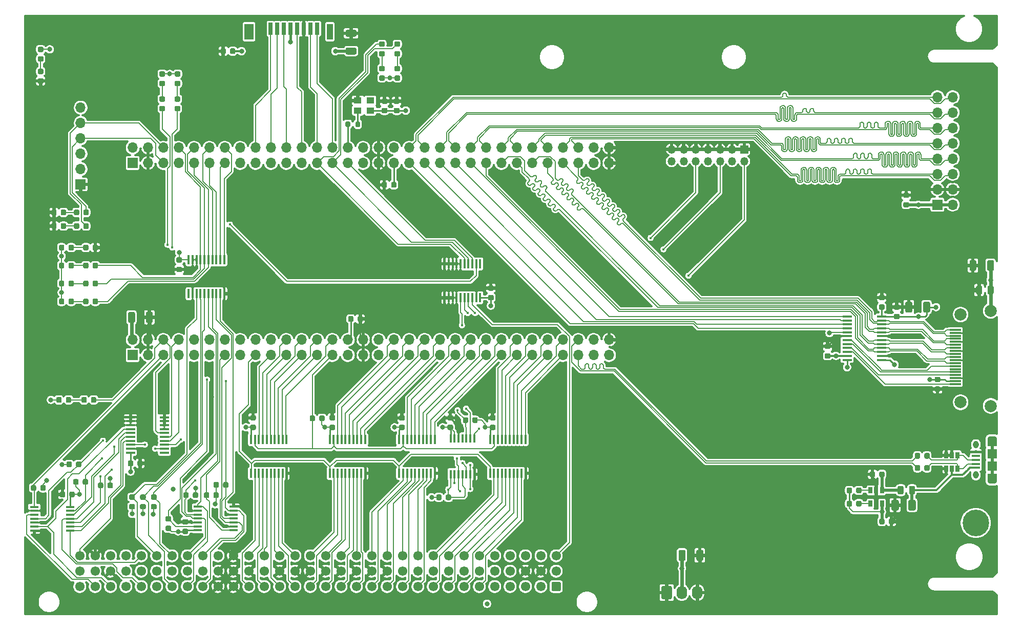
<source format=gbr>
G04 #@! TF.GenerationSoftware,KiCad,Pcbnew,5.1.9+dfsg1-1~bpo10+1*
G04 #@! TF.CreationDate,2023-03-23T15:40:10+01:00*
G04 #@! TF.ProjectId,nubus-to-ztex,6e756275-732d-4746-9f2d-7a7465782e6b,rev?*
G04 #@! TF.SameCoordinates,Original*
G04 #@! TF.FileFunction,Copper,L1,Top*
G04 #@! TF.FilePolarity,Positive*
%FSLAX46Y46*%
G04 Gerber Fmt 4.6, Leading zero omitted, Abs format (unit mm)*
G04 Created by KiCad (PCBNEW 5.1.9+dfsg1-1~bpo10+1) date 2023-03-23 15:40:10*
%MOMM*%
%LPD*%
G01*
G04 APERTURE LIST*
G04 #@! TA.AperFunction,SMDPad,CuDef*
%ADD10R,0.650000X1.060000*%
G04 #@! TD*
G04 #@! TA.AperFunction,ComponentPad*
%ADD11C,4.400000*%
G04 #@! TD*
G04 #@! TA.AperFunction,ComponentPad*
%ADD12O,1.550000X0.890000*%
G04 #@! TD*
G04 #@! TA.AperFunction,SMDPad,CuDef*
%ADD13R,1.550000X1.200000*%
G04 #@! TD*
G04 #@! TA.AperFunction,SMDPad,CuDef*
%ADD14R,1.550000X1.500000*%
G04 #@! TD*
G04 #@! TA.AperFunction,ComponentPad*
%ADD15O,0.950000X1.250000*%
G04 #@! TD*
G04 #@! TA.AperFunction,SMDPad,CuDef*
%ADD16R,1.350000X0.400000*%
G04 #@! TD*
G04 #@! TA.AperFunction,ComponentPad*
%ADD17R,1.700000X1.700000*%
G04 #@! TD*
G04 #@! TA.AperFunction,ComponentPad*
%ADD18O,1.700000X1.700000*%
G04 #@! TD*
G04 #@! TA.AperFunction,SMDPad,CuDef*
%ADD19R,1.500000X2.600000*%
G04 #@! TD*
G04 #@! TA.AperFunction,SMDPad,CuDef*
%ADD20R,1.000000X2.600000*%
G04 #@! TD*
G04 #@! TA.AperFunction,SMDPad,CuDef*
%ADD21R,0.700000X2.000000*%
G04 #@! TD*
G04 #@! TA.AperFunction,SMDPad,CuDef*
%ADD22R,1.300000X1.100000*%
G04 #@! TD*
G04 #@! TA.AperFunction,ComponentPad*
%ADD23O,1.350000X1.350000*%
G04 #@! TD*
G04 #@! TA.AperFunction,ComponentPad*
%ADD24R,1.350000X1.350000*%
G04 #@! TD*
G04 #@! TA.AperFunction,SMDPad,CuDef*
%ADD25R,1.550000X0.450000*%
G04 #@! TD*
G04 #@! TA.AperFunction,SMDPad,CuDef*
%ADD26R,0.450000X1.550000*%
G04 #@! TD*
G04 #@! TA.AperFunction,SMDPad,CuDef*
%ADD27R,0.450000X1.450000*%
G04 #@! TD*
G04 #@! TA.AperFunction,SMDPad,CuDef*
%ADD28R,1.450000X0.450000*%
G04 #@! TD*
G04 #@! TA.AperFunction,SMDPad,CuDef*
%ADD29R,1.570000X0.410000*%
G04 #@! TD*
G04 #@! TA.AperFunction,ComponentPad*
%ADD30O,1.740000X2.200000*%
G04 #@! TD*
G04 #@! TA.AperFunction,ComponentPad*
%ADD31C,2.000000*%
G04 #@! TD*
G04 #@! TA.AperFunction,SMDPad,CuDef*
%ADD32R,1.900000X0.300000*%
G04 #@! TD*
G04 #@! TA.AperFunction,ComponentPad*
%ADD33C,1.550000*%
G04 #@! TD*
G04 #@! TA.AperFunction,ViaPad*
%ADD34C,0.800000*%
G04 #@! TD*
G04 #@! TA.AperFunction,ViaPad*
%ADD35C,0.450000*%
G04 #@! TD*
G04 #@! TA.AperFunction,Conductor*
%ADD36C,0.250000*%
G04 #@! TD*
G04 #@! TA.AperFunction,Conductor*
%ADD37C,0.500000*%
G04 #@! TD*
G04 #@! TA.AperFunction,Conductor*
%ADD38C,0.300000*%
G04 #@! TD*
G04 #@! TA.AperFunction,Conductor*
%ADD39C,0.152400*%
G04 #@! TD*
G04 #@! TA.AperFunction,Conductor*
%ADD40C,1.000000*%
G04 #@! TD*
G04 #@! TA.AperFunction,Conductor*
%ADD41C,0.800000*%
G04 #@! TD*
G04 #@! TA.AperFunction,Conductor*
%ADD42C,0.600000*%
G04 #@! TD*
G04 #@! TA.AperFunction,Conductor*
%ADD43C,0.200000*%
G04 #@! TD*
G04 #@! TA.AperFunction,Conductor*
%ADD44C,0.400000*%
G04 #@! TD*
G04 #@! TA.AperFunction,Conductor*
%ADD45C,0.100000*%
G04 #@! TD*
G04 APERTURE END LIST*
D10*
X265400000Y-80495000D03*
X266350000Y-80495000D03*
X264450000Y-80495000D03*
X264450000Y-78295000D03*
X265400000Y-78295000D03*
X266350000Y-78295000D03*
G04 #@! TA.AperFunction,SMDPad,CuDef*
G36*
G01*
X223175000Y-95500001D02*
X223175000Y-94199999D01*
G75*
G02*
X223424999Y-93950000I249999J0D01*
G01*
X224075001Y-93950000D01*
G75*
G02*
X224325000Y-94199999I0J-249999D01*
G01*
X224325000Y-95500001D01*
G75*
G02*
X224075001Y-95750000I-249999J0D01*
G01*
X223424999Y-95750000D01*
G75*
G02*
X223175000Y-95500001I0J249999D01*
G01*
G37*
G04 #@! TD.AperFunction*
G04 #@! TA.AperFunction,SMDPad,CuDef*
G36*
G01*
X220225000Y-95500001D02*
X220225000Y-94199999D01*
G75*
G02*
X220474999Y-93950000I249999J0D01*
G01*
X221125001Y-93950000D01*
G75*
G02*
X221375000Y-94199999I0J-249999D01*
G01*
X221375000Y-95500001D01*
G75*
G02*
X221125001Y-95750000I-249999J0D01*
G01*
X220474999Y-95750000D01*
G75*
G02*
X220225000Y-95500001I0J249999D01*
G01*
G37*
G04 #@! TD.AperFunction*
G04 #@! TA.AperFunction,SMDPad,CuDef*
G36*
G01*
X258850000Y-53159999D02*
X258850000Y-54460001D01*
G75*
G02*
X258600001Y-54710000I-249999J0D01*
G01*
X257949999Y-54710000D01*
G75*
G02*
X257700000Y-54460001I0J249999D01*
G01*
X257700000Y-53159999D01*
G75*
G02*
X257949999Y-52910000I249999J0D01*
G01*
X258600001Y-52910000D01*
G75*
G02*
X258850000Y-53159999I0J-249999D01*
G01*
G37*
G04 #@! TD.AperFunction*
G04 #@! TA.AperFunction,SMDPad,CuDef*
G36*
G01*
X261800000Y-53159999D02*
X261800000Y-54460001D01*
G75*
G02*
X261550001Y-54710000I-249999J0D01*
G01*
X260899999Y-54710000D01*
G75*
G02*
X260650000Y-54460001I0J249999D01*
G01*
X260650000Y-53159999D01*
G75*
G02*
X260899999Y-52910000I249999J0D01*
G01*
X261550001Y-52910000D01*
G75*
G02*
X261800000Y-53159999I0J-249999D01*
G01*
G37*
G04 #@! TD.AperFunction*
G04 #@! TA.AperFunction,SMDPad,CuDef*
G36*
G01*
X166750001Y-9115000D02*
X165449999Y-9115000D01*
G75*
G02*
X165200000Y-8865001I0J249999D01*
G01*
X165200000Y-8214999D01*
G75*
G02*
X165449999Y-7965000I249999J0D01*
G01*
X166750001Y-7965000D01*
G75*
G02*
X167000000Y-8214999I0J-249999D01*
G01*
X167000000Y-8865001D01*
G75*
G02*
X166750001Y-9115000I-249999J0D01*
G01*
G37*
G04 #@! TD.AperFunction*
G04 #@! TA.AperFunction,SMDPad,CuDef*
G36*
G01*
X166750001Y-12065000D02*
X165449999Y-12065000D01*
G75*
G02*
X165200000Y-11815001I0J249999D01*
G01*
X165200000Y-11164999D01*
G75*
G02*
X165449999Y-10915000I249999J0D01*
G01*
X166750001Y-10915000D01*
G75*
G02*
X167000000Y-11164999I0J-249999D01*
G01*
X167000000Y-11815001D01*
G75*
G02*
X166750001Y-12065000I-249999J0D01*
G01*
G37*
G04 #@! TD.AperFunction*
G04 #@! TA.AperFunction,SMDPad,CuDef*
G36*
G01*
X132200000Y-56150001D02*
X132200000Y-54849999D01*
G75*
G02*
X132449999Y-54600000I249999J0D01*
G01*
X133100001Y-54600000D01*
G75*
G02*
X133350000Y-54849999I0J-249999D01*
G01*
X133350000Y-56150001D01*
G75*
G02*
X133100001Y-56400000I-249999J0D01*
G01*
X132449999Y-56400000D01*
G75*
G02*
X132200000Y-56150001I0J249999D01*
G01*
G37*
G04 #@! TD.AperFunction*
G04 #@! TA.AperFunction,SMDPad,CuDef*
G36*
G01*
X129250000Y-56150001D02*
X129250000Y-54849999D01*
G75*
G02*
X129499999Y-54600000I249999J0D01*
G01*
X130150001Y-54600000D01*
G75*
G02*
X130400000Y-54849999I0J-249999D01*
G01*
X130400000Y-56150001D01*
G75*
G02*
X130150001Y-56400000I-249999J0D01*
G01*
X129499999Y-56400000D01*
G75*
G02*
X129250000Y-56150001I0J249999D01*
G01*
G37*
G04 #@! TD.AperFunction*
D11*
X269350000Y-89500000D03*
D12*
X272050000Y-75570000D03*
X272050000Y-82570000D03*
D13*
X272050000Y-76170000D03*
X272050000Y-81970000D03*
D14*
X272050000Y-78070000D03*
X272050000Y-80070000D03*
D15*
X269350000Y-76570000D03*
X269350000Y-81570000D03*
D16*
X269350000Y-77770000D03*
X269350000Y-78420000D03*
X269350000Y-79070000D03*
X269350000Y-79720000D03*
X269350000Y-80370000D03*
D17*
X130000000Y-30000000D03*
D18*
X130000000Y-27460000D03*
X132540000Y-30000000D03*
X132540000Y-27460000D03*
X135080000Y-30000000D03*
X135080000Y-27460000D03*
X137620000Y-30000000D03*
X137620000Y-27460000D03*
X140160000Y-30000000D03*
X140160000Y-27460000D03*
X142700000Y-30000000D03*
X142700000Y-27460000D03*
X145240000Y-30000000D03*
X145240000Y-27460000D03*
X147780000Y-30000000D03*
X147780000Y-27460000D03*
X150320000Y-30000000D03*
X150320000Y-27460000D03*
X152860000Y-30000000D03*
X152860000Y-27460000D03*
X155400000Y-30000000D03*
X155400000Y-27460000D03*
X157940000Y-30000000D03*
X157940000Y-27460000D03*
X160480000Y-30000000D03*
X160480000Y-27460000D03*
X163020000Y-30000000D03*
X163020000Y-27460000D03*
X165560000Y-30000000D03*
X165560000Y-27460000D03*
X168100000Y-30000000D03*
X168100000Y-27460000D03*
X170640000Y-30000000D03*
X170640000Y-27460000D03*
X173180000Y-30000000D03*
X173180000Y-27460000D03*
X175720000Y-30000000D03*
X175720000Y-27460000D03*
X178260000Y-30000000D03*
X178260000Y-27460000D03*
X180800000Y-30000000D03*
X180800000Y-27460000D03*
X183340000Y-30000000D03*
X183340000Y-27460000D03*
X185880000Y-30000000D03*
X185880000Y-27460000D03*
X188420000Y-30000000D03*
X188420000Y-27460000D03*
X190960000Y-30000000D03*
X190960000Y-27460000D03*
X193500000Y-30000000D03*
X193500000Y-27460000D03*
X196040000Y-30000000D03*
X196040000Y-27460000D03*
X198580000Y-30000000D03*
X198580000Y-27460000D03*
X201120000Y-30000000D03*
X201120000Y-27460000D03*
X203660000Y-30000000D03*
X203660000Y-27460000D03*
X206200000Y-30000000D03*
X206200000Y-27460000D03*
X208740000Y-30000000D03*
X208740000Y-27460000D03*
D17*
X130000000Y-61750000D03*
D18*
X130000000Y-59210000D03*
X132540000Y-61750000D03*
X132540000Y-59210000D03*
X135080000Y-61750000D03*
X135080000Y-59210000D03*
X137620000Y-61750000D03*
X137620000Y-59210000D03*
X140160000Y-61750000D03*
X140160000Y-59210000D03*
X142700000Y-61750000D03*
X142700000Y-59210000D03*
X145240000Y-61750000D03*
X145240000Y-59210000D03*
X147780000Y-61750000D03*
X147780000Y-59210000D03*
X150320000Y-61750000D03*
X150320000Y-59210000D03*
X152860000Y-61750000D03*
X152860000Y-59210000D03*
X155400000Y-61750000D03*
X155400000Y-59210000D03*
X157940000Y-61750000D03*
X157940000Y-59210000D03*
X160480000Y-61750000D03*
X160480000Y-59210000D03*
X163020000Y-61750000D03*
X163020000Y-59210000D03*
X165560000Y-61750000D03*
X165560000Y-59210000D03*
X168100000Y-61750000D03*
X168100000Y-59210000D03*
X170640000Y-61750000D03*
X170640000Y-59210000D03*
X173180000Y-61750000D03*
X173180000Y-59210000D03*
X175720000Y-61750000D03*
X175720000Y-59210000D03*
X178260000Y-61750000D03*
X178260000Y-59210000D03*
X180800000Y-61750000D03*
X180800000Y-59210000D03*
X183340000Y-61750000D03*
X183340000Y-59210000D03*
X185880000Y-61750000D03*
X185880000Y-59210000D03*
X188420000Y-61750000D03*
X188420000Y-59210000D03*
X190960000Y-61750000D03*
X190960000Y-59210000D03*
X193500000Y-61750000D03*
X193500000Y-59210000D03*
X196040000Y-61750000D03*
X196040000Y-59210000D03*
X198580000Y-61750000D03*
X198580000Y-59210000D03*
X201120000Y-61750000D03*
X201120000Y-59210000D03*
X203660000Y-61750000D03*
X203660000Y-59210000D03*
X206200000Y-61750000D03*
X206200000Y-59210000D03*
X208740000Y-61750000D03*
X208740000Y-59210000D03*
D19*
X149250000Y-8300000D03*
D20*
X162600000Y-8300000D03*
D21*
X152800000Y-7800000D03*
X153900000Y-7800000D03*
X155000000Y-7800000D03*
X156100000Y-7800000D03*
X157200000Y-7800000D03*
X158300000Y-7800000D03*
X159400000Y-7800000D03*
X160500000Y-7800000D03*
D22*
X169310000Y-21325000D03*
X167210000Y-21325000D03*
X167210000Y-19675000D03*
X169310000Y-19675000D03*
G04 #@! TA.AperFunction,SMDPad,CuDef*
G36*
G01*
X118130000Y-38414584D02*
X118130000Y-37902084D01*
G75*
G02*
X118348750Y-37683334I218750J0D01*
G01*
X118786250Y-37683334D01*
G75*
G02*
X119005000Y-37902084I0J-218750D01*
G01*
X119005000Y-38414584D01*
G75*
G02*
X118786250Y-38633334I-218750J0D01*
G01*
X118348750Y-38633334D01*
G75*
G02*
X118130000Y-38414584I0J218750D01*
G01*
G37*
G04 #@! TD.AperFunction*
G04 #@! TA.AperFunction,SMDPad,CuDef*
G36*
G01*
X116555000Y-38414584D02*
X116555000Y-37902084D01*
G75*
G02*
X116773750Y-37683334I218750J0D01*
G01*
X117211250Y-37683334D01*
G75*
G02*
X117430000Y-37902084I0J-218750D01*
G01*
X117430000Y-38414584D01*
G75*
G02*
X117211250Y-38633334I-218750J0D01*
G01*
X116773750Y-38633334D01*
G75*
G02*
X116555000Y-38414584I0J218750D01*
G01*
G37*
G04 #@! TD.AperFunction*
G04 #@! TA.AperFunction,SMDPad,CuDef*
G36*
G01*
X118130000Y-40666250D02*
X118130000Y-40153750D01*
G75*
G02*
X118348750Y-39935000I218750J0D01*
G01*
X118786250Y-39935000D01*
G75*
G02*
X119005000Y-40153750I0J-218750D01*
G01*
X119005000Y-40666250D01*
G75*
G02*
X118786250Y-40885000I-218750J0D01*
G01*
X118348750Y-40885000D01*
G75*
G02*
X118130000Y-40666250I0J218750D01*
G01*
G37*
G04 #@! TD.AperFunction*
G04 #@! TA.AperFunction,SMDPad,CuDef*
G36*
G01*
X116555000Y-40666250D02*
X116555000Y-40153750D01*
G75*
G02*
X116773750Y-39935000I218750J0D01*
G01*
X117211250Y-39935000D01*
G75*
G02*
X117430000Y-40153750I0J-218750D01*
G01*
X117430000Y-40666250D01*
G75*
G02*
X117211250Y-40885000I-218750J0D01*
G01*
X116773750Y-40885000D01*
G75*
G02*
X116555000Y-40666250I0J218750D01*
G01*
G37*
G04 #@! TD.AperFunction*
G04 #@! TA.AperFunction,SMDPad,CuDef*
G36*
G01*
X122702634Y-43720792D02*
X122702634Y-44233292D01*
G75*
G02*
X122483884Y-44452042I-218750J0D01*
G01*
X122046384Y-44452042D01*
G75*
G02*
X121827634Y-44233292I0J218750D01*
G01*
X121827634Y-43720792D01*
G75*
G02*
X122046384Y-43502042I218750J0D01*
G01*
X122483884Y-43502042D01*
G75*
G02*
X122702634Y-43720792I0J-218750D01*
G01*
G37*
G04 #@! TD.AperFunction*
G04 #@! TA.AperFunction,SMDPad,CuDef*
G36*
G01*
X124277634Y-43720792D02*
X124277634Y-44233292D01*
G75*
G02*
X124058884Y-44452042I-218750J0D01*
G01*
X123621384Y-44452042D01*
G75*
G02*
X123402634Y-44233292I0J218750D01*
G01*
X123402634Y-43720792D01*
G75*
G02*
X123621384Y-43502042I218750J0D01*
G01*
X124058884Y-43502042D01*
G75*
G02*
X124277634Y-43720792I0J-218750D01*
G01*
G37*
G04 #@! TD.AperFunction*
G04 #@! TA.AperFunction,SMDPad,CuDef*
G36*
G01*
X122702634Y-46687458D02*
X122702634Y-47199958D01*
G75*
G02*
X122483884Y-47418708I-218750J0D01*
G01*
X122046384Y-47418708D01*
G75*
G02*
X121827634Y-47199958I0J218750D01*
G01*
X121827634Y-46687458D01*
G75*
G02*
X122046384Y-46468708I218750J0D01*
G01*
X122483884Y-46468708D01*
G75*
G02*
X122702634Y-46687458I0J-218750D01*
G01*
G37*
G04 #@! TD.AperFunction*
G04 #@! TA.AperFunction,SMDPad,CuDef*
G36*
G01*
X124277634Y-46687458D02*
X124277634Y-47199958D01*
G75*
G02*
X124058884Y-47418708I-218750J0D01*
G01*
X123621384Y-47418708D01*
G75*
G02*
X123402634Y-47199958I0J218750D01*
G01*
X123402634Y-46687458D01*
G75*
G02*
X123621384Y-46468708I218750J0D01*
G01*
X124058884Y-46468708D01*
G75*
G02*
X124277634Y-46687458I0J-218750D01*
G01*
G37*
G04 #@! TD.AperFunction*
G04 #@! TA.AperFunction,SMDPad,CuDef*
G36*
G01*
X122702634Y-49654124D02*
X122702634Y-50166624D01*
G75*
G02*
X122483884Y-50385374I-218750J0D01*
G01*
X122046384Y-50385374D01*
G75*
G02*
X121827634Y-50166624I0J218750D01*
G01*
X121827634Y-49654124D01*
G75*
G02*
X122046384Y-49435374I218750J0D01*
G01*
X122483884Y-49435374D01*
G75*
G02*
X122702634Y-49654124I0J-218750D01*
G01*
G37*
G04 #@! TD.AperFunction*
G04 #@! TA.AperFunction,SMDPad,CuDef*
G36*
G01*
X124277634Y-49654124D02*
X124277634Y-50166624D01*
G75*
G02*
X124058884Y-50385374I-218750J0D01*
G01*
X123621384Y-50385374D01*
G75*
G02*
X123402634Y-50166624I0J218750D01*
G01*
X123402634Y-49654124D01*
G75*
G02*
X123621384Y-49435374I218750J0D01*
G01*
X124058884Y-49435374D01*
G75*
G02*
X124277634Y-49654124I0J-218750D01*
G01*
G37*
G04 #@! TD.AperFunction*
G04 #@! TA.AperFunction,SMDPad,CuDef*
G36*
G01*
X122702634Y-52620792D02*
X122702634Y-53133292D01*
G75*
G02*
X122483884Y-53352042I-218750J0D01*
G01*
X122046384Y-53352042D01*
G75*
G02*
X121827634Y-53133292I0J218750D01*
G01*
X121827634Y-52620792D01*
G75*
G02*
X122046384Y-52402042I218750J0D01*
G01*
X122483884Y-52402042D01*
G75*
G02*
X122702634Y-52620792I0J-218750D01*
G01*
G37*
G04 #@! TD.AperFunction*
G04 #@! TA.AperFunction,SMDPad,CuDef*
G36*
G01*
X124277634Y-52620792D02*
X124277634Y-53133292D01*
G75*
G02*
X124058884Y-53352042I-218750J0D01*
G01*
X123621384Y-53352042D01*
G75*
G02*
X123402634Y-53133292I0J218750D01*
G01*
X123402634Y-52620792D01*
G75*
G02*
X123621384Y-52402042I218750J0D01*
G01*
X124058884Y-52402042D01*
G75*
G02*
X124277634Y-52620792I0J-218750D01*
G01*
G37*
G04 #@! TD.AperFunction*
G04 #@! TA.AperFunction,SMDPad,CuDef*
G36*
G01*
X170947939Y-11481035D02*
X171460439Y-11481035D01*
G75*
G02*
X171679189Y-11699785I0J-218750D01*
G01*
X171679189Y-12137285D01*
G75*
G02*
X171460439Y-12356035I-218750J0D01*
G01*
X170947939Y-12356035D01*
G75*
G02*
X170729189Y-12137285I0J218750D01*
G01*
X170729189Y-11699785D01*
G75*
G02*
X170947939Y-11481035I218750J0D01*
G01*
G37*
G04 #@! TD.AperFunction*
G04 #@! TA.AperFunction,SMDPad,CuDef*
G36*
G01*
X170947939Y-9906035D02*
X171460439Y-9906035D01*
G75*
G02*
X171679189Y-10124785I0J-218750D01*
G01*
X171679189Y-10562285D01*
G75*
G02*
X171460439Y-10781035I-218750J0D01*
G01*
X170947939Y-10781035D01*
G75*
G02*
X170729189Y-10562285I0J218750D01*
G01*
X170729189Y-10124785D01*
G75*
G02*
X170947939Y-9906035I218750J0D01*
G01*
G37*
G04 #@! TD.AperFunction*
G04 #@! TA.AperFunction,SMDPad,CuDef*
G36*
G01*
X173487939Y-11481035D02*
X174000439Y-11481035D01*
G75*
G02*
X174219189Y-11699785I0J-218750D01*
G01*
X174219189Y-12137285D01*
G75*
G02*
X174000439Y-12356035I-218750J0D01*
G01*
X173487939Y-12356035D01*
G75*
G02*
X173269189Y-12137285I0J218750D01*
G01*
X173269189Y-11699785D01*
G75*
G02*
X173487939Y-11481035I218750J0D01*
G01*
G37*
G04 #@! TD.AperFunction*
G04 #@! TA.AperFunction,SMDPad,CuDef*
G36*
G01*
X173487939Y-9906035D02*
X174000439Y-9906035D01*
G75*
G02*
X174219189Y-10124785I0J-218750D01*
G01*
X174219189Y-10562285D01*
G75*
G02*
X174000439Y-10781035I-218750J0D01*
G01*
X173487939Y-10781035D01*
G75*
G02*
X173269189Y-10562285I0J218750D01*
G01*
X173269189Y-10124785D01*
G75*
G02*
X173487939Y-9906035I218750J0D01*
G01*
G37*
G04 #@! TD.AperFunction*
G04 #@! TA.AperFunction,SMDPad,CuDef*
G36*
G01*
X122410000Y-68893750D02*
X122410000Y-69406250D01*
G75*
G02*
X122191250Y-69625000I-218750J0D01*
G01*
X121753750Y-69625000D01*
G75*
G02*
X121535000Y-69406250I0J218750D01*
G01*
X121535000Y-68893750D01*
G75*
G02*
X121753750Y-68675000I218750J0D01*
G01*
X122191250Y-68675000D01*
G75*
G02*
X122410000Y-68893750I0J-218750D01*
G01*
G37*
G04 #@! TD.AperFunction*
G04 #@! TA.AperFunction,SMDPad,CuDef*
G36*
G01*
X123985000Y-68893750D02*
X123985000Y-69406250D01*
G75*
G02*
X123766250Y-69625000I-218750J0D01*
G01*
X123328750Y-69625000D01*
G75*
G02*
X123110000Y-69406250I0J218750D01*
G01*
X123110000Y-68893750D01*
G75*
G02*
X123328750Y-68675000I218750J0D01*
G01*
X123766250Y-68675000D01*
G75*
G02*
X123985000Y-68893750I0J-218750D01*
G01*
G37*
G04 #@! TD.AperFunction*
G04 #@! TA.AperFunction,SMDPad,CuDef*
G36*
G01*
X137666250Y-19860293D02*
X137153750Y-19860293D01*
G75*
G02*
X136935000Y-19641543I0J218750D01*
G01*
X136935000Y-19204043D01*
G75*
G02*
X137153750Y-18985293I218750J0D01*
G01*
X137666250Y-18985293D01*
G75*
G02*
X137885000Y-19204043I0J-218750D01*
G01*
X137885000Y-19641543D01*
G75*
G02*
X137666250Y-19860293I-218750J0D01*
G01*
G37*
G04 #@! TD.AperFunction*
G04 #@! TA.AperFunction,SMDPad,CuDef*
G36*
G01*
X137666250Y-21435293D02*
X137153750Y-21435293D01*
G75*
G02*
X136935000Y-21216543I0J218750D01*
G01*
X136935000Y-20779043D01*
G75*
G02*
X137153750Y-20560293I218750J0D01*
G01*
X137666250Y-20560293D01*
G75*
G02*
X137885000Y-20779043I0J-218750D01*
G01*
X137885000Y-21216543D01*
G75*
G02*
X137666250Y-21435293I-218750J0D01*
G01*
G37*
G04 #@! TD.AperFunction*
G04 #@! TA.AperFunction,SMDPad,CuDef*
G36*
G01*
X135136250Y-19860293D02*
X134623750Y-19860293D01*
G75*
G02*
X134405000Y-19641543I0J218750D01*
G01*
X134405000Y-19204043D01*
G75*
G02*
X134623750Y-18985293I218750J0D01*
G01*
X135136250Y-18985293D01*
G75*
G02*
X135355000Y-19204043I0J-218750D01*
G01*
X135355000Y-19641543D01*
G75*
G02*
X135136250Y-19860293I-218750J0D01*
G01*
G37*
G04 #@! TD.AperFunction*
G04 #@! TA.AperFunction,SMDPad,CuDef*
G36*
G01*
X135136250Y-21435293D02*
X134623750Y-21435293D01*
G75*
G02*
X134405000Y-21216543I0J218750D01*
G01*
X134405000Y-20779043D01*
G75*
G02*
X134623750Y-20560293I218750J0D01*
G01*
X135136250Y-20560293D01*
G75*
G02*
X135355000Y-20779043I0J-218750D01*
G01*
X135355000Y-21216543D01*
G75*
G02*
X135136250Y-21435293I-218750J0D01*
G01*
G37*
G04 #@! TD.AperFunction*
G04 #@! TA.AperFunction,SMDPad,CuDef*
G36*
G01*
X115056250Y-15300000D02*
X114543750Y-15300000D01*
G75*
G02*
X114325000Y-15081250I0J218750D01*
G01*
X114325000Y-14643750D01*
G75*
G02*
X114543750Y-14425000I218750J0D01*
G01*
X115056250Y-14425000D01*
G75*
G02*
X115275000Y-14643750I0J-218750D01*
G01*
X115275000Y-15081250D01*
G75*
G02*
X115056250Y-15300000I-218750J0D01*
G01*
G37*
G04 #@! TD.AperFunction*
G04 #@! TA.AperFunction,SMDPad,CuDef*
G36*
G01*
X115056250Y-16875000D02*
X114543750Y-16875000D01*
G75*
G02*
X114325000Y-16656250I0J218750D01*
G01*
X114325000Y-16218750D01*
G75*
G02*
X114543750Y-16000000I218750J0D01*
G01*
X115056250Y-16000000D01*
G75*
G02*
X115275000Y-16218750I0J-218750D01*
G01*
X115275000Y-16656250D01*
G75*
G02*
X115056250Y-16875000I-218750J0D01*
G01*
G37*
G04 #@! TD.AperFunction*
G04 #@! TA.AperFunction,SMDPad,CuDef*
G36*
G01*
X269437500Y-46304997D02*
X269437500Y-47555003D01*
G75*
G02*
X269187503Y-47805000I-249997J0D01*
G01*
X268562497Y-47805000D01*
G75*
G02*
X268312500Y-47555003I0J249997D01*
G01*
X268312500Y-46304997D01*
G75*
G02*
X268562497Y-46055000I249997J0D01*
G01*
X269187503Y-46055000D01*
G75*
G02*
X269437500Y-46304997I0J-249997D01*
G01*
G37*
G04 #@! TD.AperFunction*
G04 #@! TA.AperFunction,SMDPad,CuDef*
G36*
G01*
X272362500Y-46304997D02*
X272362500Y-47555003D01*
G75*
G02*
X272112503Y-47805000I-249997J0D01*
G01*
X271487497Y-47805000D01*
G75*
G02*
X271237500Y-47555003I0J249997D01*
G01*
X271237500Y-46304997D01*
G75*
G02*
X271487497Y-46055000I249997J0D01*
G01*
X272112503Y-46055000D01*
G75*
G02*
X272362500Y-46304997I0J-249997D01*
G01*
G37*
G04 #@! TD.AperFunction*
D18*
X265540000Y-19110000D03*
X263000000Y-19110000D03*
X265540000Y-21650000D03*
X263000000Y-21650000D03*
X265540000Y-24190000D03*
X263000000Y-24190000D03*
X265540000Y-26730000D03*
X263000000Y-26730000D03*
X265540000Y-29270000D03*
X263000000Y-29270000D03*
X265540000Y-31810000D03*
X263000000Y-31810000D03*
X265540000Y-34350000D03*
X263000000Y-34350000D03*
X265540000Y-36890000D03*
D17*
X263000000Y-36890000D03*
D23*
X219080000Y-29730000D03*
X219080000Y-27730000D03*
X221080000Y-29730000D03*
X221080000Y-27730000D03*
X223080000Y-29730000D03*
X223080000Y-27730000D03*
X225080000Y-29730000D03*
X225080000Y-27730000D03*
X227080000Y-29730000D03*
X227080000Y-27730000D03*
X229080000Y-29730000D03*
X229080000Y-27730000D03*
X231080000Y-29730000D03*
D24*
X231080000Y-27730000D03*
G04 #@! TA.AperFunction,SMDPad,CuDef*
G36*
G01*
X166810000Y-23875000D02*
X166810000Y-23325000D01*
G75*
G02*
X167010000Y-23125000I200000J0D01*
G01*
X167410000Y-23125000D01*
G75*
G02*
X167610000Y-23325000I0J-200000D01*
G01*
X167610000Y-23875000D01*
G75*
G02*
X167410000Y-24075000I-200000J0D01*
G01*
X167010000Y-24075000D01*
G75*
G02*
X166810000Y-23875000I0J200000D01*
G01*
G37*
G04 #@! TD.AperFunction*
G04 #@! TA.AperFunction,SMDPad,CuDef*
G36*
G01*
X165160000Y-23875000D02*
X165160000Y-23325000D01*
G75*
G02*
X165360000Y-23125000I200000J0D01*
G01*
X165760000Y-23125000D01*
G75*
G02*
X165960000Y-23325000I0J-200000D01*
G01*
X165960000Y-23875000D01*
G75*
G02*
X165760000Y-24075000I-200000J0D01*
G01*
X165360000Y-24075000D01*
G75*
G02*
X165160000Y-23875000I0J200000D01*
G01*
G37*
G04 #@! TD.AperFunction*
G04 #@! TA.AperFunction,SMDPad,CuDef*
G36*
G01*
X171885000Y-20225000D02*
X171385000Y-20225000D01*
G75*
G02*
X171160000Y-20000000I0J225000D01*
G01*
X171160000Y-19550000D01*
G75*
G02*
X171385000Y-19325000I225000J0D01*
G01*
X171885000Y-19325000D01*
G75*
G02*
X172110000Y-19550000I0J-225000D01*
G01*
X172110000Y-20000000D01*
G75*
G02*
X171885000Y-20225000I-225000J0D01*
G01*
G37*
G04 #@! TD.AperFunction*
G04 #@! TA.AperFunction,SMDPad,CuDef*
G36*
G01*
X171885000Y-21775000D02*
X171385000Y-21775000D01*
G75*
G02*
X171160000Y-21550000I0J225000D01*
G01*
X171160000Y-21100000D01*
G75*
G02*
X171385000Y-20875000I225000J0D01*
G01*
X171885000Y-20875000D01*
G75*
G02*
X172110000Y-21100000I0J-225000D01*
G01*
X172110000Y-21550000D01*
G75*
G02*
X171885000Y-21775000I-225000J0D01*
G01*
G37*
G04 #@! TD.AperFunction*
G04 #@! TA.AperFunction,SMDPad,CuDef*
G36*
G01*
X173885000Y-20225000D02*
X173385000Y-20225000D01*
G75*
G02*
X173160000Y-20000000I0J225000D01*
G01*
X173160000Y-19550000D01*
G75*
G02*
X173385000Y-19325000I225000J0D01*
G01*
X173885000Y-19325000D01*
G75*
G02*
X174110000Y-19550000I0J-225000D01*
G01*
X174110000Y-20000000D01*
G75*
G02*
X173885000Y-20225000I-225000J0D01*
G01*
G37*
G04 #@! TD.AperFunction*
G04 #@! TA.AperFunction,SMDPad,CuDef*
G36*
G01*
X173885000Y-21775000D02*
X173385000Y-21775000D01*
G75*
G02*
X173160000Y-21550000I0J225000D01*
G01*
X173160000Y-21100000D01*
G75*
G02*
X173385000Y-20875000I225000J0D01*
G01*
X173885000Y-20875000D01*
G75*
G02*
X174110000Y-21100000I0J-225000D01*
G01*
X174110000Y-21550000D01*
G75*
G02*
X173885000Y-21775000I-225000J0D01*
G01*
G37*
G04 #@! TD.AperFunction*
D17*
X121400000Y-33528000D03*
D18*
X121400000Y-30988000D03*
X121400000Y-28448000D03*
X121400000Y-25908000D03*
X121400000Y-23368000D03*
X121400000Y-20828000D03*
G04 #@! TA.AperFunction,SMDPad,CuDef*
G36*
G01*
X270400000Y-50525000D02*
X270400000Y-51475000D01*
G75*
G02*
X270150000Y-51725000I-250000J0D01*
G01*
X269650000Y-51725000D01*
G75*
G02*
X269400000Y-51475000I0J250000D01*
G01*
X269400000Y-50525000D01*
G75*
G02*
X269650000Y-50275000I250000J0D01*
G01*
X270150000Y-50275000D01*
G75*
G02*
X270400000Y-50525000I0J-250000D01*
G01*
G37*
G04 #@! TD.AperFunction*
G04 #@! TA.AperFunction,SMDPad,CuDef*
G36*
G01*
X272300000Y-50525000D02*
X272300000Y-51475000D01*
G75*
G02*
X272050000Y-51725000I-250000J0D01*
G01*
X271550000Y-51725000D01*
G75*
G02*
X271300000Y-51475000I0J250000D01*
G01*
X271300000Y-50525000D01*
G75*
G02*
X271550000Y-50275000I250000J0D01*
G01*
X272050000Y-50275000D01*
G75*
G02*
X272300000Y-50525000I0J-250000D01*
G01*
G37*
G04 #@! TD.AperFunction*
G04 #@! TA.AperFunction,SMDPad,CuDef*
G36*
G01*
X129215000Y-79896250D02*
X129215000Y-79383750D01*
G75*
G02*
X129433750Y-79165000I218750J0D01*
G01*
X129871250Y-79165000D01*
G75*
G02*
X130090000Y-79383750I0J-218750D01*
G01*
X130090000Y-79896250D01*
G75*
G02*
X129871250Y-80115000I-218750J0D01*
G01*
X129433750Y-80115000D01*
G75*
G02*
X129215000Y-79896250I0J218750D01*
G01*
G37*
G04 #@! TD.AperFunction*
G04 #@! TA.AperFunction,SMDPad,CuDef*
G36*
G01*
X130790000Y-79896250D02*
X130790000Y-79383750D01*
G75*
G02*
X131008750Y-79165000I218750J0D01*
G01*
X131446250Y-79165000D01*
G75*
G02*
X131665000Y-79383750I0J-218750D01*
G01*
X131665000Y-79896250D01*
G75*
G02*
X131446250Y-80115000I-218750J0D01*
G01*
X131008750Y-80115000D01*
G75*
G02*
X130790000Y-79896250I0J218750D01*
G01*
G37*
G04 #@! TD.AperFunction*
D25*
X135250000Y-77865000D03*
X135250000Y-77215000D03*
X135250000Y-76565000D03*
X135250000Y-75915000D03*
X135250000Y-75265000D03*
X135250000Y-74615000D03*
X135250000Y-73965000D03*
X135250000Y-73315000D03*
X135250000Y-72665000D03*
X135250000Y-72015000D03*
X129650000Y-72015000D03*
X129650000Y-72665000D03*
X129650000Y-73315000D03*
X129650000Y-73965000D03*
X129650000Y-74615000D03*
X129650000Y-75265000D03*
X129650000Y-75915000D03*
X129650000Y-76565000D03*
X129650000Y-77215000D03*
X129650000Y-77865000D03*
G04 #@! TA.AperFunction,SMDPad,CuDef*
G36*
G01*
X189467621Y-52687953D02*
X188955121Y-52687953D01*
G75*
G02*
X188736371Y-52469203I0J218750D01*
G01*
X188736371Y-52031703D01*
G75*
G02*
X188955121Y-51812953I218750J0D01*
G01*
X189467621Y-51812953D01*
G75*
G02*
X189686371Y-52031703I0J-218750D01*
G01*
X189686371Y-52469203D01*
G75*
G02*
X189467621Y-52687953I-218750J0D01*
G01*
G37*
G04 #@! TD.AperFunction*
G04 #@! TA.AperFunction,SMDPad,CuDef*
G36*
G01*
X189467621Y-51112953D02*
X188955121Y-51112953D01*
G75*
G02*
X188736371Y-50894203I0J218750D01*
G01*
X188736371Y-50456703D01*
G75*
G02*
X188955121Y-50237953I218750J0D01*
G01*
X189467621Y-50237953D01*
G75*
G02*
X189686371Y-50456703I0J-218750D01*
G01*
X189686371Y-50894203D01*
G75*
G02*
X189467621Y-51112953I-218750J0D01*
G01*
G37*
G04 #@! TD.AperFunction*
D26*
X187436371Y-46662953D03*
X186786371Y-46662953D03*
X186136371Y-46662953D03*
X185486371Y-46662953D03*
X184836371Y-46662953D03*
X184186371Y-46662953D03*
X183536371Y-46662953D03*
X182886371Y-46662953D03*
X182236371Y-46662953D03*
X181586371Y-46662953D03*
X181586371Y-52262953D03*
X182236371Y-52262953D03*
X182886371Y-52262953D03*
X183536371Y-52262953D03*
X184186371Y-52262953D03*
X184836371Y-52262953D03*
X185486371Y-52262953D03*
X186136371Y-52262953D03*
X186786371Y-52262953D03*
X187436371Y-52262953D03*
G04 #@! TA.AperFunction,SMDPad,CuDef*
G36*
G01*
X258106250Y-37327500D02*
X257593750Y-37327500D01*
G75*
G02*
X257375000Y-37108750I0J218750D01*
G01*
X257375000Y-36671250D01*
G75*
G02*
X257593750Y-36452500I218750J0D01*
G01*
X258106250Y-36452500D01*
G75*
G02*
X258325000Y-36671250I0J-218750D01*
G01*
X258325000Y-37108750D01*
G75*
G02*
X258106250Y-37327500I-218750J0D01*
G01*
G37*
G04 #@! TD.AperFunction*
G04 #@! TA.AperFunction,SMDPad,CuDef*
G36*
G01*
X258106250Y-35752500D02*
X257593750Y-35752500D01*
G75*
G02*
X257375000Y-35533750I0J218750D01*
G01*
X257375000Y-35096250D01*
G75*
G02*
X257593750Y-34877500I218750J0D01*
G01*
X258106250Y-34877500D01*
G75*
G02*
X258325000Y-35096250I0J-218750D01*
G01*
X258325000Y-35533750D01*
G75*
G02*
X258106250Y-35752500I-218750J0D01*
G01*
G37*
G04 #@! TD.AperFunction*
G04 #@! TA.AperFunction,SMDPad,CuDef*
G36*
G01*
X134623750Y-14835293D02*
X135136250Y-14835293D01*
G75*
G02*
X135355000Y-15054043I0J-218750D01*
G01*
X135355000Y-15491543D01*
G75*
G02*
X135136250Y-15710293I-218750J0D01*
G01*
X134623750Y-15710293D01*
G75*
G02*
X134405000Y-15491543I0J218750D01*
G01*
X134405000Y-15054043D01*
G75*
G02*
X134623750Y-14835293I218750J0D01*
G01*
G37*
G04 #@! TD.AperFunction*
G04 #@! TA.AperFunction,SMDPad,CuDef*
G36*
G01*
X134623750Y-16410293D02*
X135136250Y-16410293D01*
G75*
G02*
X135355000Y-16629043I0J-218750D01*
G01*
X135355000Y-17066543D01*
G75*
G02*
X135136250Y-17285293I-218750J0D01*
G01*
X134623750Y-17285293D01*
G75*
G02*
X134405000Y-17066543I0J218750D01*
G01*
X134405000Y-16629043D01*
G75*
G02*
X134623750Y-16410293I218750J0D01*
G01*
G37*
G04 #@! TD.AperFunction*
G04 #@! TA.AperFunction,SMDPad,CuDef*
G36*
G01*
X137163750Y-16410293D02*
X137676250Y-16410293D01*
G75*
G02*
X137895000Y-16629043I0J-218750D01*
G01*
X137895000Y-17066543D01*
G75*
G02*
X137676250Y-17285293I-218750J0D01*
G01*
X137163750Y-17285293D01*
G75*
G02*
X136945000Y-17066543I0J218750D01*
G01*
X136945000Y-16629043D01*
G75*
G02*
X137163750Y-16410293I218750J0D01*
G01*
G37*
G04 #@! TD.AperFunction*
G04 #@! TA.AperFunction,SMDPad,CuDef*
G36*
G01*
X137163750Y-14835293D02*
X137676250Y-14835293D01*
G75*
G02*
X137895000Y-15054043I0J-218750D01*
G01*
X137895000Y-15491543D01*
G75*
G02*
X137676250Y-15710293I-218750J0D01*
G01*
X137163750Y-15710293D01*
G75*
G02*
X136945000Y-15491543I0J218750D01*
G01*
X136945000Y-15054043D01*
G75*
G02*
X137163750Y-14835293I218750J0D01*
G01*
G37*
G04 #@! TD.AperFunction*
G04 #@! TA.AperFunction,SMDPad,CuDef*
G36*
G01*
X117385000Y-69406250D02*
X117385000Y-68893750D01*
G75*
G02*
X117603750Y-68675000I218750J0D01*
G01*
X118041250Y-68675000D01*
G75*
G02*
X118260000Y-68893750I0J-218750D01*
G01*
X118260000Y-69406250D01*
G75*
G02*
X118041250Y-69625000I-218750J0D01*
G01*
X117603750Y-69625000D01*
G75*
G02*
X117385000Y-69406250I0J218750D01*
G01*
G37*
G04 #@! TD.AperFunction*
G04 #@! TA.AperFunction,SMDPad,CuDef*
G36*
G01*
X118960000Y-69406250D02*
X118960000Y-68893750D01*
G75*
G02*
X119178750Y-68675000I218750J0D01*
G01*
X119616250Y-68675000D01*
G75*
G02*
X119835000Y-68893750I0J-218750D01*
G01*
X119835000Y-69406250D01*
G75*
G02*
X119616250Y-69625000I-218750J0D01*
G01*
X119178750Y-69625000D01*
G75*
G02*
X118960000Y-69406250I0J218750D01*
G01*
G37*
G04 #@! TD.AperFunction*
G04 #@! TA.AperFunction,SMDPad,CuDef*
G36*
G01*
X174000439Y-14811035D02*
X173487939Y-14811035D01*
G75*
G02*
X173269189Y-14592285I0J218750D01*
G01*
X173269189Y-14154785D01*
G75*
G02*
X173487939Y-13936035I218750J0D01*
G01*
X174000439Y-13936035D01*
G75*
G02*
X174219189Y-14154785I0J-218750D01*
G01*
X174219189Y-14592285D01*
G75*
G02*
X174000439Y-14811035I-218750J0D01*
G01*
G37*
G04 #@! TD.AperFunction*
G04 #@! TA.AperFunction,SMDPad,CuDef*
G36*
G01*
X174000439Y-16386035D02*
X173487939Y-16386035D01*
G75*
G02*
X173269189Y-16167285I0J218750D01*
G01*
X173269189Y-15729785D01*
G75*
G02*
X173487939Y-15511035I218750J0D01*
G01*
X174000439Y-15511035D01*
G75*
G02*
X174219189Y-15729785I0J-218750D01*
G01*
X174219189Y-16167285D01*
G75*
G02*
X174000439Y-16386035I-218750J0D01*
G01*
G37*
G04 #@! TD.AperFunction*
G04 #@! TA.AperFunction,SMDPad,CuDef*
G36*
G01*
X171460439Y-16386035D02*
X170947939Y-16386035D01*
G75*
G02*
X170729189Y-16167285I0J218750D01*
G01*
X170729189Y-15729785D01*
G75*
G02*
X170947939Y-15511035I218750J0D01*
G01*
X171460439Y-15511035D01*
G75*
G02*
X171679189Y-15729785I0J-218750D01*
G01*
X171679189Y-16167285D01*
G75*
G02*
X171460439Y-16386035I-218750J0D01*
G01*
G37*
G04 #@! TD.AperFunction*
G04 #@! TA.AperFunction,SMDPad,CuDef*
G36*
G01*
X171460439Y-14811035D02*
X170947939Y-14811035D01*
G75*
G02*
X170729189Y-14592285I0J218750D01*
G01*
X170729189Y-14154785D01*
G75*
G02*
X170947939Y-13936035I218750J0D01*
G01*
X171460439Y-13936035D01*
G75*
G02*
X171679189Y-14154785I0J-218750D01*
G01*
X171679189Y-14592285D01*
G75*
G02*
X171460439Y-14811035I-218750J0D01*
G01*
G37*
G04 #@! TD.AperFunction*
X139275000Y-51600000D03*
X139925000Y-51600000D03*
X140575000Y-51600000D03*
X141225000Y-51600000D03*
X141875000Y-51600000D03*
X142525000Y-51600000D03*
X143175000Y-51600000D03*
X143825000Y-51600000D03*
X144475000Y-51600000D03*
X145125000Y-51600000D03*
X145125000Y-46000000D03*
X144475000Y-46000000D03*
X143825000Y-46000000D03*
X143175000Y-46000000D03*
X142525000Y-46000000D03*
X141875000Y-46000000D03*
X141225000Y-46000000D03*
X140575000Y-46000000D03*
X139925000Y-46000000D03*
X139275000Y-46000000D03*
G04 #@! TA.AperFunction,SMDPad,CuDef*
G36*
G01*
X146975000Y-11243750D02*
X146975000Y-11756250D01*
G75*
G02*
X146756250Y-11975000I-218750J0D01*
G01*
X146318750Y-11975000D01*
G75*
G02*
X146100000Y-11756250I0J218750D01*
G01*
X146100000Y-11243750D01*
G75*
G02*
X146318750Y-11025000I218750J0D01*
G01*
X146756250Y-11025000D01*
G75*
G02*
X146975000Y-11243750I0J-218750D01*
G01*
G37*
G04 #@! TD.AperFunction*
G04 #@! TA.AperFunction,SMDPad,CuDef*
G36*
G01*
X145400000Y-11243750D02*
X145400000Y-11756250D01*
G75*
G02*
X145181250Y-11975000I-218750J0D01*
G01*
X144743750Y-11975000D01*
G75*
G02*
X144525000Y-11756250I0J218750D01*
G01*
X144525000Y-11243750D01*
G75*
G02*
X144743750Y-11025000I218750J0D01*
G01*
X145181250Y-11025000D01*
G75*
G02*
X145400000Y-11243750I0J-218750D01*
G01*
G37*
G04 #@! TD.AperFunction*
G04 #@! TA.AperFunction,SMDPad,CuDef*
G36*
G01*
X137443750Y-45575000D02*
X137956250Y-45575000D01*
G75*
G02*
X138175000Y-45793750I0J-218750D01*
G01*
X138175000Y-46231250D01*
G75*
G02*
X137956250Y-46450000I-218750J0D01*
G01*
X137443750Y-46450000D01*
G75*
G02*
X137225000Y-46231250I0J218750D01*
G01*
X137225000Y-45793750D01*
G75*
G02*
X137443750Y-45575000I218750J0D01*
G01*
G37*
G04 #@! TD.AperFunction*
G04 #@! TA.AperFunction,SMDPad,CuDef*
G36*
G01*
X137443750Y-47150000D02*
X137956250Y-47150000D01*
G75*
G02*
X138175000Y-47368750I0J-218750D01*
G01*
X138175000Y-47806250D01*
G75*
G02*
X137956250Y-48025000I-218750J0D01*
G01*
X137443750Y-48025000D01*
G75*
G02*
X137225000Y-47806250I0J218750D01*
G01*
X137225000Y-47368750D01*
G75*
G02*
X137443750Y-47150000I218750J0D01*
G01*
G37*
G04 #@! TD.AperFunction*
G04 #@! TA.AperFunction,SMDPad,CuDef*
G36*
G01*
X114050000Y-83443750D02*
X114050000Y-83956250D01*
G75*
G02*
X113831250Y-84175000I-218750J0D01*
G01*
X113393750Y-84175000D01*
G75*
G02*
X113175000Y-83956250I0J218750D01*
G01*
X113175000Y-83443750D01*
G75*
G02*
X113393750Y-83225000I218750J0D01*
G01*
X113831250Y-83225000D01*
G75*
G02*
X114050000Y-83443750I0J-218750D01*
G01*
G37*
G04 #@! TD.AperFunction*
G04 #@! TA.AperFunction,SMDPad,CuDef*
G36*
G01*
X115625000Y-83443750D02*
X115625000Y-83956250D01*
G75*
G02*
X115406250Y-84175000I-218750J0D01*
G01*
X114968750Y-84175000D01*
G75*
G02*
X114750000Y-83956250I0J218750D01*
G01*
X114750000Y-83443750D01*
G75*
G02*
X114968750Y-83225000I218750J0D01*
G01*
X115406250Y-83225000D01*
G75*
G02*
X115625000Y-83443750I0J-218750D01*
G01*
G37*
G04 #@! TD.AperFunction*
G04 #@! TA.AperFunction,SMDPad,CuDef*
G36*
G01*
X119075000Y-80056250D02*
X119075000Y-79543750D01*
G75*
G02*
X119293750Y-79325000I218750J0D01*
G01*
X119731250Y-79325000D01*
G75*
G02*
X119950000Y-79543750I0J-218750D01*
G01*
X119950000Y-80056250D01*
G75*
G02*
X119731250Y-80275000I-218750J0D01*
G01*
X119293750Y-80275000D01*
G75*
G02*
X119075000Y-80056250I0J218750D01*
G01*
G37*
G04 #@! TD.AperFunction*
G04 #@! TA.AperFunction,SMDPad,CuDef*
G36*
G01*
X120650000Y-80056250D02*
X120650000Y-79543750D01*
G75*
G02*
X120868750Y-79325000I218750J0D01*
G01*
X121306250Y-79325000D01*
G75*
G02*
X121525000Y-79543750I0J-218750D01*
G01*
X121525000Y-80056250D01*
G75*
G02*
X121306250Y-80275000I-218750J0D01*
G01*
X120868750Y-80275000D01*
G75*
G02*
X120650000Y-80056250I0J218750D01*
G01*
G37*
G04 #@! TD.AperFunction*
G04 #@! TA.AperFunction,SMDPad,CuDef*
G36*
G01*
X125150000Y-83043750D02*
X125150000Y-83556250D01*
G75*
G02*
X124931250Y-83775000I-218750J0D01*
G01*
X124493750Y-83775000D01*
G75*
G02*
X124275000Y-83556250I0J218750D01*
G01*
X124275000Y-83043750D01*
G75*
G02*
X124493750Y-82825000I218750J0D01*
G01*
X124931250Y-82825000D01*
G75*
G02*
X125150000Y-83043750I0J-218750D01*
G01*
G37*
G04 #@! TD.AperFunction*
G04 #@! TA.AperFunction,SMDPad,CuDef*
G36*
G01*
X126725000Y-83043750D02*
X126725000Y-83556250D01*
G75*
G02*
X126506250Y-83775000I-218750J0D01*
G01*
X126068750Y-83775000D01*
G75*
G02*
X125850000Y-83556250I0J218750D01*
G01*
X125850000Y-83043750D01*
G75*
G02*
X126068750Y-82825000I218750J0D01*
G01*
X126506250Y-82825000D01*
G75*
G02*
X126725000Y-83043750I0J-218750D01*
G01*
G37*
G04 #@! TD.AperFunction*
G04 #@! TA.AperFunction,SMDPad,CuDef*
G36*
G01*
X120175000Y-82956250D02*
X120175000Y-82443750D01*
G75*
G02*
X120393750Y-82225000I218750J0D01*
G01*
X120831250Y-82225000D01*
G75*
G02*
X121050000Y-82443750I0J-218750D01*
G01*
X121050000Y-82956250D01*
G75*
G02*
X120831250Y-83175000I-218750J0D01*
G01*
X120393750Y-83175000D01*
G75*
G02*
X120175000Y-82956250I0J218750D01*
G01*
G37*
G04 #@! TD.AperFunction*
G04 #@! TA.AperFunction,SMDPad,CuDef*
G36*
G01*
X121750000Y-82956250D02*
X121750000Y-82443750D01*
G75*
G02*
X121968750Y-82225000I218750J0D01*
G01*
X122406250Y-82225000D01*
G75*
G02*
X122625000Y-82443750I0J-218750D01*
G01*
X122625000Y-82956250D01*
G75*
G02*
X122406250Y-83175000I-218750J0D01*
G01*
X121968750Y-83175000D01*
G75*
G02*
X121750000Y-82956250I0J218750D01*
G01*
G37*
G04 #@! TD.AperFunction*
G04 #@! TA.AperFunction,SMDPad,CuDef*
G36*
G01*
X181762661Y-85511747D02*
X181762661Y-84999247D01*
G75*
G02*
X181981411Y-84780497I218750J0D01*
G01*
X182418911Y-84780497D01*
G75*
G02*
X182637661Y-84999247I0J-218750D01*
G01*
X182637661Y-85511747D01*
G75*
G02*
X182418911Y-85730497I-218750J0D01*
G01*
X181981411Y-85730497D01*
G75*
G02*
X181762661Y-85511747I0J218750D01*
G01*
G37*
G04 #@! TD.AperFunction*
G04 #@! TA.AperFunction,SMDPad,CuDef*
G36*
G01*
X180187661Y-85511747D02*
X180187661Y-84999247D01*
G75*
G02*
X180406411Y-84780497I218750J0D01*
G01*
X180843911Y-84780497D01*
G75*
G02*
X181062661Y-84999247I0J-218750D01*
G01*
X181062661Y-85511747D01*
G75*
G02*
X180843911Y-85730497I-218750J0D01*
G01*
X180406411Y-85730497D01*
G75*
G02*
X180187661Y-85511747I0J218750D01*
G01*
G37*
G04 #@! TD.AperFunction*
G04 #@! TA.AperFunction,SMDPad,CuDef*
G36*
G01*
X187025000Y-72243750D02*
X187025000Y-72756250D01*
G75*
G02*
X186806250Y-72975000I-218750J0D01*
G01*
X186368750Y-72975000D01*
G75*
G02*
X186150000Y-72756250I0J218750D01*
G01*
X186150000Y-72243750D01*
G75*
G02*
X186368750Y-72025000I218750J0D01*
G01*
X186806250Y-72025000D01*
G75*
G02*
X187025000Y-72243750I0J-218750D01*
G01*
G37*
G04 #@! TD.AperFunction*
G04 #@! TA.AperFunction,SMDPad,CuDef*
G36*
G01*
X185450000Y-72243750D02*
X185450000Y-72756250D01*
G75*
G02*
X185231250Y-72975000I-218750J0D01*
G01*
X184793750Y-72975000D01*
G75*
G02*
X184575000Y-72756250I0J218750D01*
G01*
X184575000Y-72243750D01*
G75*
G02*
X184793750Y-72025000I218750J0D01*
G01*
X185231250Y-72025000D01*
G75*
G02*
X185450000Y-72243750I0J-218750D01*
G01*
G37*
G04 #@! TD.AperFunction*
G04 #@! TA.AperFunction,SMDPad,CuDef*
G36*
G01*
X142650000Y-84643750D02*
X142650000Y-85156250D01*
G75*
G02*
X142431250Y-85375000I-218750J0D01*
G01*
X141993750Y-85375000D01*
G75*
G02*
X141775000Y-85156250I0J218750D01*
G01*
X141775000Y-84643750D01*
G75*
G02*
X141993750Y-84425000I218750J0D01*
G01*
X142431250Y-84425000D01*
G75*
G02*
X142650000Y-84643750I0J-218750D01*
G01*
G37*
G04 #@! TD.AperFunction*
G04 #@! TA.AperFunction,SMDPad,CuDef*
G36*
G01*
X144225000Y-84643750D02*
X144225000Y-85156250D01*
G75*
G02*
X144006250Y-85375000I-218750J0D01*
G01*
X143568750Y-85375000D01*
G75*
G02*
X143350000Y-85156250I0J218750D01*
G01*
X143350000Y-84643750D01*
G75*
G02*
X143568750Y-84425000I218750J0D01*
G01*
X144006250Y-84425000D01*
G75*
G02*
X144225000Y-84643750I0J-218750D01*
G01*
G37*
G04 #@! TD.AperFunction*
G04 #@! TA.AperFunction,SMDPad,CuDef*
G36*
G01*
X143375000Y-83456250D02*
X143375000Y-82943750D01*
G75*
G02*
X143593750Y-82725000I218750J0D01*
G01*
X144031250Y-82725000D01*
G75*
G02*
X144250000Y-82943750I0J-218750D01*
G01*
X144250000Y-83456250D01*
G75*
G02*
X144031250Y-83675000I-218750J0D01*
G01*
X143593750Y-83675000D01*
G75*
G02*
X143375000Y-83456250I0J218750D01*
G01*
G37*
G04 #@! TD.AperFunction*
G04 #@! TA.AperFunction,SMDPad,CuDef*
G36*
G01*
X144950000Y-83456250D02*
X144950000Y-82943750D01*
G75*
G02*
X145168750Y-82725000I218750J0D01*
G01*
X145606250Y-82725000D01*
G75*
G02*
X145825000Y-82943750I0J-218750D01*
G01*
X145825000Y-83456250D01*
G75*
G02*
X145606250Y-83675000I-218750J0D01*
G01*
X145168750Y-83675000D01*
G75*
G02*
X144950000Y-83456250I0J218750D01*
G01*
G37*
G04 #@! TD.AperFunction*
G04 #@! TA.AperFunction,SMDPad,CuDef*
G36*
G01*
X136156250Y-89250000D02*
X135643750Y-89250000D01*
G75*
G02*
X135425000Y-89031250I0J218750D01*
G01*
X135425000Y-88593750D01*
G75*
G02*
X135643750Y-88375000I218750J0D01*
G01*
X136156250Y-88375000D01*
G75*
G02*
X136375000Y-88593750I0J-218750D01*
G01*
X136375000Y-89031250D01*
G75*
G02*
X136156250Y-89250000I-218750J0D01*
G01*
G37*
G04 #@! TD.AperFunction*
G04 #@! TA.AperFunction,SMDPad,CuDef*
G36*
G01*
X136156250Y-90825000D02*
X135643750Y-90825000D01*
G75*
G02*
X135425000Y-90606250I0J218750D01*
G01*
X135425000Y-90168750D01*
G75*
G02*
X135643750Y-89950000I218750J0D01*
G01*
X136156250Y-89950000D01*
G75*
G02*
X136375000Y-90168750I0J-218750D01*
G01*
X136375000Y-90606250D01*
G75*
G02*
X136156250Y-90825000I-218750J0D01*
G01*
G37*
G04 #@! TD.AperFunction*
G04 #@! TA.AperFunction,SMDPad,CuDef*
G36*
G01*
X140825000Y-84643750D02*
X140825000Y-85156250D01*
G75*
G02*
X140606250Y-85375000I-218750J0D01*
G01*
X140168750Y-85375000D01*
G75*
G02*
X139950000Y-85156250I0J218750D01*
G01*
X139950000Y-84643750D01*
G75*
G02*
X140168750Y-84425000I218750J0D01*
G01*
X140606250Y-84425000D01*
G75*
G02*
X140825000Y-84643750I0J-218750D01*
G01*
G37*
G04 #@! TD.AperFunction*
G04 #@! TA.AperFunction,SMDPad,CuDef*
G36*
G01*
X139250000Y-84643750D02*
X139250000Y-85156250D01*
G75*
G02*
X139031250Y-85375000I-218750J0D01*
G01*
X138593750Y-85375000D01*
G75*
G02*
X138375000Y-85156250I0J218750D01*
G01*
X138375000Y-84643750D01*
G75*
G02*
X138593750Y-84425000I218750J0D01*
G01*
X139031250Y-84425000D01*
G75*
G02*
X139250000Y-84643750I0J-218750D01*
G01*
G37*
G04 #@! TD.AperFunction*
G04 #@! TA.AperFunction,SMDPad,CuDef*
G36*
G01*
X114543750Y-10775000D02*
X115056250Y-10775000D01*
G75*
G02*
X115275000Y-10993750I0J-218750D01*
G01*
X115275000Y-11431250D01*
G75*
G02*
X115056250Y-11650000I-218750J0D01*
G01*
X114543750Y-11650000D01*
G75*
G02*
X114325000Y-11431250I0J218750D01*
G01*
X114325000Y-10993750D01*
G75*
G02*
X114543750Y-10775000I218750J0D01*
G01*
G37*
G04 #@! TD.AperFunction*
G04 #@! TA.AperFunction,SMDPad,CuDef*
G36*
G01*
X114543750Y-12350000D02*
X115056250Y-12350000D01*
G75*
G02*
X115275000Y-12568750I0J-218750D01*
G01*
X115275000Y-13006250D01*
G75*
G02*
X115056250Y-13225000I-218750J0D01*
G01*
X114543750Y-13225000D01*
G75*
G02*
X114325000Y-13006250I0J218750D01*
G01*
X114325000Y-12568750D01*
G75*
G02*
X114543750Y-12350000I218750J0D01*
G01*
G37*
G04 #@! TD.AperFunction*
G04 #@! TA.AperFunction,SMDPad,CuDef*
G36*
G01*
X182756250Y-74125000D02*
X182243750Y-74125000D01*
G75*
G02*
X182025000Y-73906250I0J218750D01*
G01*
X182025000Y-73468750D01*
G75*
G02*
X182243750Y-73250000I218750J0D01*
G01*
X182756250Y-73250000D01*
G75*
G02*
X182975000Y-73468750I0J-218750D01*
G01*
X182975000Y-73906250D01*
G75*
G02*
X182756250Y-74125000I-218750J0D01*
G01*
G37*
G04 #@! TD.AperFunction*
G04 #@! TA.AperFunction,SMDPad,CuDef*
G36*
G01*
X182756250Y-72550000D02*
X182243750Y-72550000D01*
G75*
G02*
X182025000Y-72331250I0J218750D01*
G01*
X182025000Y-71893750D01*
G75*
G02*
X182243750Y-71675000I218750J0D01*
G01*
X182756250Y-71675000D01*
G75*
G02*
X182975000Y-71893750I0J-218750D01*
G01*
X182975000Y-72331250D01*
G75*
G02*
X182756250Y-72550000I-218750J0D01*
G01*
G37*
G04 #@! TD.AperFunction*
D27*
X182550000Y-81450000D03*
X183200000Y-81450000D03*
X183850000Y-81450000D03*
X184500000Y-81450000D03*
X185150000Y-81450000D03*
X185800000Y-81450000D03*
X186450000Y-81450000D03*
X186450000Y-75550000D03*
X185800000Y-75550000D03*
X185150000Y-75550000D03*
X184500000Y-75550000D03*
X183850000Y-75550000D03*
X183200000Y-75550000D03*
X182550000Y-75550000D03*
D26*
X162575000Y-81300000D03*
X163225000Y-81300000D03*
X163875000Y-81300000D03*
X164525000Y-81300000D03*
X165175000Y-81300000D03*
X165825000Y-81300000D03*
X166475000Y-81300000D03*
X167125000Y-81300000D03*
X167775000Y-81300000D03*
X168425000Y-81300000D03*
X168425000Y-75700000D03*
X167775000Y-75700000D03*
X167125000Y-75700000D03*
X166475000Y-75700000D03*
X165825000Y-75700000D03*
X165175000Y-75700000D03*
X164525000Y-75700000D03*
X163875000Y-75700000D03*
X163225000Y-75700000D03*
X162575000Y-75700000D03*
X189075000Y-75700000D03*
X189725000Y-75700000D03*
X190375000Y-75700000D03*
X191025000Y-75700000D03*
X191675000Y-75700000D03*
X192325000Y-75700000D03*
X192975000Y-75700000D03*
X193625000Y-75700000D03*
X194275000Y-75700000D03*
X194925000Y-75700000D03*
X194925000Y-81300000D03*
X194275000Y-81300000D03*
X193625000Y-81300000D03*
X192975000Y-81300000D03*
X192325000Y-81300000D03*
X191675000Y-81300000D03*
X191025000Y-81300000D03*
X190375000Y-81300000D03*
X189725000Y-81300000D03*
X189075000Y-81300000D03*
X174075000Y-81300000D03*
X174725000Y-81300000D03*
X175375000Y-81300000D03*
X176025000Y-81300000D03*
X176675000Y-81300000D03*
X177325000Y-81300000D03*
X177975000Y-81300000D03*
X178625000Y-81300000D03*
X179275000Y-81300000D03*
X179925000Y-81300000D03*
X179925000Y-75700000D03*
X179275000Y-75700000D03*
X178625000Y-75700000D03*
X177975000Y-75700000D03*
X177325000Y-75700000D03*
X176675000Y-75700000D03*
X176025000Y-75700000D03*
X175375000Y-75700000D03*
X174725000Y-75700000D03*
X174075000Y-75700000D03*
X149575000Y-81300000D03*
X150225000Y-81300000D03*
X150875000Y-81300000D03*
X151525000Y-81300000D03*
X152175000Y-81300000D03*
X152825000Y-81300000D03*
X153475000Y-81300000D03*
X154125000Y-81300000D03*
X154775000Y-81300000D03*
X155425000Y-81300000D03*
X155425000Y-75700000D03*
X154775000Y-75700000D03*
X154125000Y-75700000D03*
X153475000Y-75700000D03*
X152825000Y-75700000D03*
X152175000Y-75700000D03*
X151525000Y-75700000D03*
X150875000Y-75700000D03*
X150225000Y-75700000D03*
X149575000Y-75700000D03*
G04 #@! TA.AperFunction,SMDPad,CuDef*
G36*
G01*
X120425000Y-84523750D02*
X120425000Y-85036250D01*
G75*
G02*
X120206250Y-85255000I-218750J0D01*
G01*
X119768750Y-85255000D01*
G75*
G02*
X119550000Y-85036250I0J218750D01*
G01*
X119550000Y-84523750D01*
G75*
G02*
X119768750Y-84305000I218750J0D01*
G01*
X120206250Y-84305000D01*
G75*
G02*
X120425000Y-84523750I0J-218750D01*
G01*
G37*
G04 #@! TD.AperFunction*
G04 #@! TA.AperFunction,SMDPad,CuDef*
G36*
G01*
X118850000Y-84523750D02*
X118850000Y-85036250D01*
G75*
G02*
X118631250Y-85255000I-218750J0D01*
G01*
X118193750Y-85255000D01*
G75*
G02*
X117975000Y-85036250I0J218750D01*
G01*
X117975000Y-84523750D01*
G75*
G02*
X118193750Y-84305000I218750J0D01*
G01*
X118631250Y-84305000D01*
G75*
G02*
X118850000Y-84523750I0J-218750D01*
G01*
G37*
G04 #@! TD.AperFunction*
D28*
X113750000Y-86830000D03*
X113750000Y-87480000D03*
X113750000Y-88130000D03*
X113750000Y-88780000D03*
X113750000Y-89430000D03*
X113750000Y-90080000D03*
X113750000Y-90730000D03*
X119650000Y-90730000D03*
X119650000Y-90080000D03*
X119650000Y-89430000D03*
X119650000Y-88780000D03*
X119650000Y-88130000D03*
X119650000Y-87480000D03*
X119650000Y-86830000D03*
G04 #@! TA.AperFunction,SMDPad,CuDef*
G36*
G01*
X138956250Y-89750000D02*
X138443750Y-89750000D01*
G75*
G02*
X138225000Y-89531250I0J218750D01*
G01*
X138225000Y-89093750D01*
G75*
G02*
X138443750Y-88875000I218750J0D01*
G01*
X138956250Y-88875000D01*
G75*
G02*
X139175000Y-89093750I0J-218750D01*
G01*
X139175000Y-89531250D01*
G75*
G02*
X138956250Y-89750000I-218750J0D01*
G01*
G37*
G04 #@! TD.AperFunction*
G04 #@! TA.AperFunction,SMDPad,CuDef*
G36*
G01*
X138956250Y-91325000D02*
X138443750Y-91325000D01*
G75*
G02*
X138225000Y-91106250I0J218750D01*
G01*
X138225000Y-90668750D01*
G75*
G02*
X138443750Y-90450000I218750J0D01*
G01*
X138956250Y-90450000D01*
G75*
G02*
X139175000Y-90668750I0J-218750D01*
G01*
X139175000Y-91106250D01*
G75*
G02*
X138956250Y-91325000I-218750J0D01*
G01*
G37*
G04 #@! TD.AperFunction*
X146700000Y-90700000D03*
X146700000Y-90050000D03*
X146700000Y-89400000D03*
X146700000Y-88750000D03*
X146700000Y-88100000D03*
X146700000Y-87450000D03*
X146700000Y-86800000D03*
X140800000Y-86800000D03*
X140800000Y-87450000D03*
X140800000Y-88100000D03*
X140800000Y-88750000D03*
X140800000Y-89400000D03*
X140800000Y-90050000D03*
X140800000Y-90700000D03*
D29*
X248080000Y-55375000D03*
X248080000Y-56025000D03*
X248080000Y-56675000D03*
X248080000Y-57325000D03*
X248080000Y-57975000D03*
X248080000Y-58625000D03*
X248080000Y-59275000D03*
X248080000Y-59925000D03*
X248080000Y-60575000D03*
X248080000Y-61225000D03*
X248080000Y-61875000D03*
X248080000Y-62525000D03*
X253820000Y-62525000D03*
X253820000Y-61875000D03*
X253820000Y-61225000D03*
X253820000Y-60575000D03*
X253820000Y-59925000D03*
X253820000Y-59275000D03*
X253820000Y-58625000D03*
X253820000Y-57975000D03*
X253820000Y-57325000D03*
X253820000Y-56675000D03*
X253820000Y-56025000D03*
X253820000Y-55375000D03*
G04 #@! TA.AperFunction,SMDPad,CuDef*
G36*
G01*
X119402634Y-53133292D02*
X119402634Y-52620792D01*
G75*
G02*
X119621384Y-52402042I218750J0D01*
G01*
X120058884Y-52402042D01*
G75*
G02*
X120277634Y-52620792I0J-218750D01*
G01*
X120277634Y-53133292D01*
G75*
G02*
X120058884Y-53352042I-218750J0D01*
G01*
X119621384Y-53352042D01*
G75*
G02*
X119402634Y-53133292I0J218750D01*
G01*
G37*
G04 #@! TD.AperFunction*
G04 #@! TA.AperFunction,SMDPad,CuDef*
G36*
G01*
X117827634Y-53133292D02*
X117827634Y-52620792D01*
G75*
G02*
X118046384Y-52402042I218750J0D01*
G01*
X118483884Y-52402042D01*
G75*
G02*
X118702634Y-52620792I0J-218750D01*
G01*
X118702634Y-53133292D01*
G75*
G02*
X118483884Y-53352042I-218750J0D01*
G01*
X118046384Y-53352042D01*
G75*
G02*
X117827634Y-53133292I0J218750D01*
G01*
G37*
G04 #@! TD.AperFunction*
G04 #@! TA.AperFunction,SMDPad,CuDef*
G36*
G01*
X117827634Y-44233292D02*
X117827634Y-43720792D01*
G75*
G02*
X118046384Y-43502042I218750J0D01*
G01*
X118483884Y-43502042D01*
G75*
G02*
X118702634Y-43720792I0J-218750D01*
G01*
X118702634Y-44233292D01*
G75*
G02*
X118483884Y-44452042I-218750J0D01*
G01*
X118046384Y-44452042D01*
G75*
G02*
X117827634Y-44233292I0J218750D01*
G01*
G37*
G04 #@! TD.AperFunction*
G04 #@! TA.AperFunction,SMDPad,CuDef*
G36*
G01*
X119402634Y-44233292D02*
X119402634Y-43720792D01*
G75*
G02*
X119621384Y-43502042I218750J0D01*
G01*
X120058884Y-43502042D01*
G75*
G02*
X120277634Y-43720792I0J-218750D01*
G01*
X120277634Y-44233292D01*
G75*
G02*
X120058884Y-44452042I-218750J0D01*
G01*
X119621384Y-44452042D01*
G75*
G02*
X119402634Y-44233292I0J218750D01*
G01*
G37*
G04 #@! TD.AperFunction*
G04 #@! TA.AperFunction,SMDPad,CuDef*
G36*
G01*
X119402634Y-47199958D02*
X119402634Y-46687458D01*
G75*
G02*
X119621384Y-46468708I218750J0D01*
G01*
X120058884Y-46468708D01*
G75*
G02*
X120277634Y-46687458I0J-218750D01*
G01*
X120277634Y-47199958D01*
G75*
G02*
X120058884Y-47418708I-218750J0D01*
G01*
X119621384Y-47418708D01*
G75*
G02*
X119402634Y-47199958I0J218750D01*
G01*
G37*
G04 #@! TD.AperFunction*
G04 #@! TA.AperFunction,SMDPad,CuDef*
G36*
G01*
X117827634Y-47199958D02*
X117827634Y-46687458D01*
G75*
G02*
X118046384Y-46468708I218750J0D01*
G01*
X118483884Y-46468708D01*
G75*
G02*
X118702634Y-46687458I0J-218750D01*
G01*
X118702634Y-47199958D01*
G75*
G02*
X118483884Y-47418708I-218750J0D01*
G01*
X118046384Y-47418708D01*
G75*
G02*
X117827634Y-47199958I0J218750D01*
G01*
G37*
G04 #@! TD.AperFunction*
G04 #@! TA.AperFunction,SMDPad,CuDef*
G36*
G01*
X117827634Y-50166624D02*
X117827634Y-49654124D01*
G75*
G02*
X118046384Y-49435374I218750J0D01*
G01*
X118483884Y-49435374D01*
G75*
G02*
X118702634Y-49654124I0J-218750D01*
G01*
X118702634Y-50166624D01*
G75*
G02*
X118483884Y-50385374I-218750J0D01*
G01*
X118046384Y-50385374D01*
G75*
G02*
X117827634Y-50166624I0J218750D01*
G01*
G37*
G04 #@! TD.AperFunction*
G04 #@! TA.AperFunction,SMDPad,CuDef*
G36*
G01*
X119402634Y-50166624D02*
X119402634Y-49654124D01*
G75*
G02*
X119621384Y-49435374I218750J0D01*
G01*
X120058884Y-49435374D01*
G75*
G02*
X120277634Y-49654124I0J-218750D01*
G01*
X120277634Y-50166624D01*
G75*
G02*
X120058884Y-50385374I-218750J0D01*
G01*
X119621384Y-50385374D01*
G75*
G02*
X119402634Y-50166624I0J218750D01*
G01*
G37*
G04 #@! TD.AperFunction*
G04 #@! TA.AperFunction,SMDPad,CuDef*
G36*
G01*
X163256250Y-72550000D02*
X162743750Y-72550000D01*
G75*
G02*
X162525000Y-72331250I0J218750D01*
G01*
X162525000Y-71893750D01*
G75*
G02*
X162743750Y-71675000I218750J0D01*
G01*
X163256250Y-71675000D01*
G75*
G02*
X163475000Y-71893750I0J-218750D01*
G01*
X163475000Y-72331250D01*
G75*
G02*
X163256250Y-72550000I-218750J0D01*
G01*
G37*
G04 #@! TD.AperFunction*
G04 #@! TA.AperFunction,SMDPad,CuDef*
G36*
G01*
X163256250Y-74125000D02*
X162743750Y-74125000D01*
G75*
G02*
X162525000Y-73906250I0J218750D01*
G01*
X162525000Y-73468750D01*
G75*
G02*
X162743750Y-73250000I218750J0D01*
G01*
X163256250Y-73250000D01*
G75*
G02*
X163475000Y-73468750I0J-218750D01*
G01*
X163475000Y-73906250D01*
G75*
G02*
X163256250Y-74125000I-218750J0D01*
G01*
G37*
G04 #@! TD.AperFunction*
G04 #@! TA.AperFunction,SMDPad,CuDef*
G36*
G01*
X174756250Y-74125000D02*
X174243750Y-74125000D01*
G75*
G02*
X174025000Y-73906250I0J218750D01*
G01*
X174025000Y-73468750D01*
G75*
G02*
X174243750Y-73250000I218750J0D01*
G01*
X174756250Y-73250000D01*
G75*
G02*
X174975000Y-73468750I0J-218750D01*
G01*
X174975000Y-73906250D01*
G75*
G02*
X174756250Y-74125000I-218750J0D01*
G01*
G37*
G04 #@! TD.AperFunction*
G04 #@! TA.AperFunction,SMDPad,CuDef*
G36*
G01*
X174756250Y-72550000D02*
X174243750Y-72550000D01*
G75*
G02*
X174025000Y-72331250I0J218750D01*
G01*
X174025000Y-71893750D01*
G75*
G02*
X174243750Y-71675000I218750J0D01*
G01*
X174756250Y-71675000D01*
G75*
G02*
X174975000Y-71893750I0J-218750D01*
G01*
X174975000Y-72331250D01*
G75*
G02*
X174756250Y-72550000I-218750J0D01*
G01*
G37*
G04 #@! TD.AperFunction*
G04 #@! TA.AperFunction,SMDPad,CuDef*
G36*
G01*
X189756250Y-72550000D02*
X189243750Y-72550000D01*
G75*
G02*
X189025000Y-72331250I0J218750D01*
G01*
X189025000Y-71893750D01*
G75*
G02*
X189243750Y-71675000I218750J0D01*
G01*
X189756250Y-71675000D01*
G75*
G02*
X189975000Y-71893750I0J-218750D01*
G01*
X189975000Y-72331250D01*
G75*
G02*
X189756250Y-72550000I-218750J0D01*
G01*
G37*
G04 #@! TD.AperFunction*
G04 #@! TA.AperFunction,SMDPad,CuDef*
G36*
G01*
X189756250Y-74125000D02*
X189243750Y-74125000D01*
G75*
G02*
X189025000Y-73906250I0J218750D01*
G01*
X189025000Y-73468750D01*
G75*
G02*
X189243750Y-73250000I218750J0D01*
G01*
X189756250Y-73250000D01*
G75*
G02*
X189975000Y-73468750I0J-218750D01*
G01*
X189975000Y-73906250D01*
G75*
G02*
X189756250Y-74125000I-218750J0D01*
G01*
G37*
G04 #@! TD.AperFunction*
G04 #@! TA.AperFunction,SMDPad,CuDef*
G36*
G01*
X150156250Y-74125000D02*
X149643750Y-74125000D01*
G75*
G02*
X149425000Y-73906250I0J218750D01*
G01*
X149425000Y-73468750D01*
G75*
G02*
X149643750Y-73250000I218750J0D01*
G01*
X150156250Y-73250000D01*
G75*
G02*
X150375000Y-73468750I0J-218750D01*
G01*
X150375000Y-73906250D01*
G75*
G02*
X150156250Y-74125000I-218750J0D01*
G01*
G37*
G04 #@! TD.AperFunction*
G04 #@! TA.AperFunction,SMDPad,CuDef*
G36*
G01*
X150156250Y-72550000D02*
X149643750Y-72550000D01*
G75*
G02*
X149425000Y-72331250I0J218750D01*
G01*
X149425000Y-71893750D01*
G75*
G02*
X149643750Y-71675000I218750J0D01*
G01*
X150156250Y-71675000D01*
G75*
G02*
X150375000Y-71893750I0J-218750D01*
G01*
X150375000Y-72331250D01*
G75*
G02*
X150156250Y-72550000I-218750J0D01*
G01*
G37*
G04 #@! TD.AperFunction*
G04 #@! TA.AperFunction,ComponentPad*
G36*
G01*
X217390000Y-101850001D02*
X217390000Y-100149999D01*
G75*
G02*
X217639999Y-99900000I249999J0D01*
G01*
X218880001Y-99900000D01*
G75*
G02*
X219130000Y-100149999I0J-249999D01*
G01*
X219130000Y-101850001D01*
G75*
G02*
X218880001Y-102100000I-249999J0D01*
G01*
X217639999Y-102100000D01*
G75*
G02*
X217390000Y-101850001I0J249999D01*
G01*
G37*
G04 #@! TD.AperFunction*
D30*
X220800000Y-101000000D03*
X223340000Y-101000000D03*
G04 #@! TA.AperFunction,SMDPad,CuDef*
G36*
G01*
X131954092Y-85657091D02*
X131441592Y-85657091D01*
G75*
G02*
X131222842Y-85438341I0J218750D01*
G01*
X131222842Y-85000841D01*
G75*
G02*
X131441592Y-84782091I218750J0D01*
G01*
X131954092Y-84782091D01*
G75*
G02*
X132172842Y-85000841I0J-218750D01*
G01*
X132172842Y-85438341D01*
G75*
G02*
X131954092Y-85657091I-218750J0D01*
G01*
G37*
G04 #@! TD.AperFunction*
G04 #@! TA.AperFunction,SMDPad,CuDef*
G36*
G01*
X131954092Y-87232091D02*
X131441592Y-87232091D01*
G75*
G02*
X131222842Y-87013341I0J218750D01*
G01*
X131222842Y-86575841D01*
G75*
G02*
X131441592Y-86357091I218750J0D01*
G01*
X131954092Y-86357091D01*
G75*
G02*
X132172842Y-86575841I0J-218750D01*
G01*
X132172842Y-87013341D01*
G75*
G02*
X131954092Y-87232091I-218750J0D01*
G01*
G37*
G04 #@! TD.AperFunction*
G04 #@! TA.AperFunction,SMDPad,CuDef*
G36*
G01*
X130154092Y-87232091D02*
X129641592Y-87232091D01*
G75*
G02*
X129422842Y-87013341I0J218750D01*
G01*
X129422842Y-86575841D01*
G75*
G02*
X129641592Y-86357091I218750J0D01*
G01*
X130154092Y-86357091D01*
G75*
G02*
X130372842Y-86575841I0J-218750D01*
G01*
X130372842Y-87013341D01*
G75*
G02*
X130154092Y-87232091I-218750J0D01*
G01*
G37*
G04 #@! TD.AperFunction*
G04 #@! TA.AperFunction,SMDPad,CuDef*
G36*
G01*
X130154092Y-85657091D02*
X129641592Y-85657091D01*
G75*
G02*
X129422842Y-85438341I0J218750D01*
G01*
X129422842Y-85000841D01*
G75*
G02*
X129641592Y-84782091I218750J0D01*
G01*
X130154092Y-84782091D01*
G75*
G02*
X130372842Y-85000841I0J-218750D01*
G01*
X130372842Y-85438341D01*
G75*
G02*
X130154092Y-85657091I-218750J0D01*
G01*
G37*
G04 #@! TD.AperFunction*
G04 #@! TA.AperFunction,SMDPad,CuDef*
G36*
G01*
X133754092Y-87232091D02*
X133241592Y-87232091D01*
G75*
G02*
X133022842Y-87013341I0J218750D01*
G01*
X133022842Y-86575841D01*
G75*
G02*
X133241592Y-86357091I218750J0D01*
G01*
X133754092Y-86357091D01*
G75*
G02*
X133972842Y-86575841I0J-218750D01*
G01*
X133972842Y-87013341D01*
G75*
G02*
X133754092Y-87232091I-218750J0D01*
G01*
G37*
G04 #@! TD.AperFunction*
G04 #@! TA.AperFunction,SMDPad,CuDef*
G36*
G01*
X133754092Y-85657091D02*
X133241592Y-85657091D01*
G75*
G02*
X133022842Y-85438341I0J218750D01*
G01*
X133022842Y-85000841D01*
G75*
G02*
X133241592Y-84782091I218750J0D01*
G01*
X133754092Y-84782091D01*
G75*
G02*
X133972842Y-85000841I0J-218750D01*
G01*
X133972842Y-85438341D01*
G75*
G02*
X133754092Y-85657091I-218750J0D01*
G01*
G37*
G04 #@! TD.AperFunction*
G04 #@! TA.AperFunction,SMDPad,CuDef*
G36*
G01*
X254076250Y-54245000D02*
X253563750Y-54245000D01*
G75*
G02*
X253345000Y-54026250I0J218750D01*
G01*
X253345000Y-53588750D01*
G75*
G02*
X253563750Y-53370000I218750J0D01*
G01*
X254076250Y-53370000D01*
G75*
G02*
X254295000Y-53588750I0J-218750D01*
G01*
X254295000Y-54026250D01*
G75*
G02*
X254076250Y-54245000I-218750J0D01*
G01*
G37*
G04 #@! TD.AperFunction*
G04 #@! TA.AperFunction,SMDPad,CuDef*
G36*
G01*
X254076250Y-52670000D02*
X253563750Y-52670000D01*
G75*
G02*
X253345000Y-52451250I0J218750D01*
G01*
X253345000Y-52013750D01*
G75*
G02*
X253563750Y-51795000I218750J0D01*
G01*
X254076250Y-51795000D01*
G75*
G02*
X254295000Y-52013750I0J-218750D01*
G01*
X254295000Y-52451250D01*
G75*
G02*
X254076250Y-52670000I-218750J0D01*
G01*
G37*
G04 #@! TD.AperFunction*
G04 #@! TA.AperFunction,SMDPad,CuDef*
G36*
G01*
X173600000Y-33343750D02*
X173600000Y-33856250D01*
G75*
G02*
X173381250Y-34075000I-218750J0D01*
G01*
X172943750Y-34075000D01*
G75*
G02*
X172725000Y-33856250I0J218750D01*
G01*
X172725000Y-33343750D01*
G75*
G02*
X172943750Y-33125000I218750J0D01*
G01*
X173381250Y-33125000D01*
G75*
G02*
X173600000Y-33343750I0J-218750D01*
G01*
G37*
G04 #@! TD.AperFunction*
G04 #@! TA.AperFunction,SMDPad,CuDef*
G36*
G01*
X172025000Y-33343750D02*
X172025000Y-33856250D01*
G75*
G02*
X171806250Y-34075000I-218750J0D01*
G01*
X171368750Y-34075000D01*
G75*
G02*
X171150000Y-33856250I0J218750D01*
G01*
X171150000Y-33343750D01*
G75*
G02*
X171368750Y-33125000I218750J0D01*
G01*
X171806250Y-33125000D01*
G75*
G02*
X172025000Y-33343750I0J-218750D01*
G01*
G37*
G04 #@! TD.AperFunction*
G04 #@! TA.AperFunction,SMDPad,CuDef*
G36*
G01*
X254980000Y-89516250D02*
X254980000Y-89003750D01*
G75*
G02*
X255198750Y-88785000I218750J0D01*
G01*
X255636250Y-88785000D01*
G75*
G02*
X255855000Y-89003750I0J-218750D01*
G01*
X255855000Y-89516250D01*
G75*
G02*
X255636250Y-89735000I-218750J0D01*
G01*
X255198750Y-89735000D01*
G75*
G02*
X254980000Y-89516250I0J218750D01*
G01*
G37*
G04 #@! TD.AperFunction*
G04 #@! TA.AperFunction,SMDPad,CuDef*
G36*
G01*
X253405000Y-89516250D02*
X253405000Y-89003750D01*
G75*
G02*
X253623750Y-88785000I218750J0D01*
G01*
X254061250Y-88785000D01*
G75*
G02*
X254280000Y-89003750I0J-218750D01*
G01*
X254280000Y-89516250D01*
G75*
G02*
X254061250Y-89735000I-218750J0D01*
G01*
X253623750Y-89735000D01*
G75*
G02*
X253405000Y-89516250I0J218750D01*
G01*
G37*
G04 #@! TD.AperFunction*
G04 #@! TA.AperFunction,SMDPad,CuDef*
G36*
G01*
X254275000Y-81203750D02*
X254275000Y-81716250D01*
G75*
G02*
X254056250Y-81935000I-218750J0D01*
G01*
X253618750Y-81935000D01*
G75*
G02*
X253400000Y-81716250I0J218750D01*
G01*
X253400000Y-81203750D01*
G75*
G02*
X253618750Y-80985000I218750J0D01*
G01*
X254056250Y-80985000D01*
G75*
G02*
X254275000Y-81203750I0J-218750D01*
G01*
G37*
G04 #@! TD.AperFunction*
G04 #@! TA.AperFunction,SMDPad,CuDef*
G36*
G01*
X252700000Y-81203750D02*
X252700000Y-81716250D01*
G75*
G02*
X252481250Y-81935000I-218750J0D01*
G01*
X252043750Y-81935000D01*
G75*
G02*
X251825000Y-81716250I0J218750D01*
G01*
X251825000Y-81203750D01*
G75*
G02*
X252043750Y-80985000I218750J0D01*
G01*
X252481250Y-80985000D01*
G75*
G02*
X252700000Y-81203750I0J-218750D01*
G01*
G37*
G04 #@! TD.AperFunction*
G04 #@! TA.AperFunction,SMDPad,CuDef*
G36*
G01*
X259435000Y-85935000D02*
X259435000Y-87185000D01*
G75*
G02*
X259185000Y-87435000I-250000J0D01*
G01*
X258435000Y-87435000D01*
G75*
G02*
X258185000Y-87185000I0J250000D01*
G01*
X258185000Y-85935000D01*
G75*
G02*
X258435000Y-85685000I250000J0D01*
G01*
X259185000Y-85685000D01*
G75*
G02*
X259435000Y-85935000I0J-250000D01*
G01*
G37*
G04 #@! TD.AperFunction*
G04 #@! TA.AperFunction,SMDPad,CuDef*
G36*
G01*
X256635000Y-85935000D02*
X256635000Y-87185000D01*
G75*
G02*
X256385000Y-87435000I-250000J0D01*
G01*
X255635000Y-87435000D01*
G75*
G02*
X255385000Y-87185000I0J250000D01*
G01*
X255385000Y-85935000D01*
G75*
G02*
X255635000Y-85685000I250000J0D01*
G01*
X256385000Y-85685000D01*
G75*
G02*
X256635000Y-85935000I0J-250000D01*
G01*
G37*
G04 #@! TD.AperFunction*
G04 #@! TA.AperFunction,SMDPad,CuDef*
G36*
G01*
X256445000Y-84526250D02*
X256445000Y-83613750D01*
G75*
G02*
X256688750Y-83370000I243750J0D01*
G01*
X257176250Y-83370000D01*
G75*
G02*
X257420000Y-83613750I0J-243750D01*
G01*
X257420000Y-84526250D01*
G75*
G02*
X257176250Y-84770000I-243750J0D01*
G01*
X256688750Y-84770000D01*
G75*
G02*
X256445000Y-84526250I0J243750D01*
G01*
G37*
G04 #@! TD.AperFunction*
G04 #@! TA.AperFunction,SMDPad,CuDef*
G36*
G01*
X258320000Y-84526250D02*
X258320000Y-83613750D01*
G75*
G02*
X258563750Y-83370000I243750J0D01*
G01*
X259051250Y-83370000D01*
G75*
G02*
X259295000Y-83613750I0J-243750D01*
G01*
X259295000Y-84526250D01*
G75*
G02*
X259051250Y-84770000I-243750J0D01*
G01*
X258563750Y-84770000D01*
G75*
G02*
X258320000Y-84526250I0J243750D01*
G01*
G37*
G04 #@! TD.AperFunction*
D10*
X253850000Y-84110000D03*
X252900000Y-84110000D03*
X251950000Y-84110000D03*
X251950000Y-86310000D03*
X253850000Y-86310000D03*
G04 #@! TA.AperFunction,SMDPad,CuDef*
G36*
G01*
X260150000Y-78138750D02*
X260150000Y-78651250D01*
G75*
G02*
X259931250Y-78870000I-218750J0D01*
G01*
X259493750Y-78870000D01*
G75*
G02*
X259275000Y-78651250I0J218750D01*
G01*
X259275000Y-78138750D01*
G75*
G02*
X259493750Y-77920000I218750J0D01*
G01*
X259931250Y-77920000D01*
G75*
G02*
X260150000Y-78138750I0J-218750D01*
G01*
G37*
G04 #@! TD.AperFunction*
G04 #@! TA.AperFunction,SMDPad,CuDef*
G36*
G01*
X261725000Y-78138750D02*
X261725000Y-78651250D01*
G75*
G02*
X261506250Y-78870000I-218750J0D01*
G01*
X261068750Y-78870000D01*
G75*
G02*
X260850000Y-78651250I0J218750D01*
G01*
X260850000Y-78138750D01*
G75*
G02*
X261068750Y-77920000I218750J0D01*
G01*
X261506250Y-77920000D01*
G75*
G02*
X261725000Y-78138750I0J-218750D01*
G01*
G37*
G04 #@! TD.AperFunction*
G04 #@! TA.AperFunction,SMDPad,CuDef*
G36*
G01*
X261725000Y-80138750D02*
X261725000Y-80651250D01*
G75*
G02*
X261506250Y-80870000I-218750J0D01*
G01*
X261068750Y-80870000D01*
G75*
G02*
X260850000Y-80651250I0J218750D01*
G01*
X260850000Y-80138750D01*
G75*
G02*
X261068750Y-79920000I218750J0D01*
G01*
X261506250Y-79920000D01*
G75*
G02*
X261725000Y-80138750I0J-218750D01*
G01*
G37*
G04 #@! TD.AperFunction*
G04 #@! TA.AperFunction,SMDPad,CuDef*
G36*
G01*
X260150000Y-80138750D02*
X260150000Y-80651250D01*
G75*
G02*
X259931250Y-80870000I-218750J0D01*
G01*
X259493750Y-80870000D01*
G75*
G02*
X259275000Y-80651250I0J218750D01*
G01*
X259275000Y-80138750D01*
G75*
G02*
X259493750Y-79920000I218750J0D01*
G01*
X259931250Y-79920000D01*
G75*
G02*
X260150000Y-80138750I0J-218750D01*
G01*
G37*
G04 #@! TD.AperFunction*
G04 #@! TA.AperFunction,SMDPad,CuDef*
G36*
G01*
X250465000Y-86053750D02*
X250465000Y-86566250D01*
G75*
G02*
X250246250Y-86785000I-218750J0D01*
G01*
X249808750Y-86785000D01*
G75*
G02*
X249590000Y-86566250I0J218750D01*
G01*
X249590000Y-86053750D01*
G75*
G02*
X249808750Y-85835000I218750J0D01*
G01*
X250246250Y-85835000D01*
G75*
G02*
X250465000Y-86053750I0J-218750D01*
G01*
G37*
G04 #@! TD.AperFunction*
G04 #@! TA.AperFunction,SMDPad,CuDef*
G36*
G01*
X248890000Y-86053750D02*
X248890000Y-86566250D01*
G75*
G02*
X248671250Y-86785000I-218750J0D01*
G01*
X248233750Y-86785000D01*
G75*
G02*
X248015000Y-86566250I0J218750D01*
G01*
X248015000Y-86053750D01*
G75*
G02*
X248233750Y-85835000I218750J0D01*
G01*
X248671250Y-85835000D01*
G75*
G02*
X248890000Y-86053750I0J-218750D01*
G01*
G37*
G04 #@! TD.AperFunction*
G04 #@! TA.AperFunction,SMDPad,CuDef*
G36*
G01*
X250465000Y-83853750D02*
X250465000Y-84366250D01*
G75*
G02*
X250246250Y-84585000I-218750J0D01*
G01*
X249808750Y-84585000D01*
G75*
G02*
X249590000Y-84366250I0J218750D01*
G01*
X249590000Y-83853750D01*
G75*
G02*
X249808750Y-83635000I218750J0D01*
G01*
X250246250Y-83635000D01*
G75*
G02*
X250465000Y-83853750I0J-218750D01*
G01*
G37*
G04 #@! TD.AperFunction*
G04 #@! TA.AperFunction,SMDPad,CuDef*
G36*
G01*
X248890000Y-83853750D02*
X248890000Y-84366250D01*
G75*
G02*
X248671250Y-84585000I-218750J0D01*
G01*
X248233750Y-84585000D01*
G75*
G02*
X248015000Y-84366250I0J218750D01*
G01*
X248015000Y-83853750D01*
G75*
G02*
X248233750Y-83635000I218750J0D01*
G01*
X248671250Y-83635000D01*
G75*
G02*
X248890000Y-83853750I0J-218750D01*
G01*
G37*
G04 #@! TD.AperFunction*
G04 #@! TA.AperFunction,SMDPad,CuDef*
G36*
G01*
X121170000Y-37902084D02*
X121170000Y-38414584D01*
G75*
G02*
X120951250Y-38633334I-218750J0D01*
G01*
X120513750Y-38633334D01*
G75*
G02*
X120295000Y-38414584I0J218750D01*
G01*
X120295000Y-37902084D01*
G75*
G02*
X120513750Y-37683334I218750J0D01*
G01*
X120951250Y-37683334D01*
G75*
G02*
X121170000Y-37902084I0J-218750D01*
G01*
G37*
G04 #@! TD.AperFunction*
G04 #@! TA.AperFunction,SMDPad,CuDef*
G36*
G01*
X122745000Y-37902084D02*
X122745000Y-38414584D01*
G75*
G02*
X122526250Y-38633334I-218750J0D01*
G01*
X122088750Y-38633334D01*
G75*
G02*
X121870000Y-38414584I0J218750D01*
G01*
X121870000Y-37902084D01*
G75*
G02*
X122088750Y-37683334I218750J0D01*
G01*
X122526250Y-37683334D01*
G75*
G02*
X122745000Y-37902084I0J-218750D01*
G01*
G37*
G04 #@! TD.AperFunction*
G04 #@! TA.AperFunction,SMDPad,CuDef*
G36*
G01*
X122745000Y-40153750D02*
X122745000Y-40666250D01*
G75*
G02*
X122526250Y-40885000I-218750J0D01*
G01*
X122088750Y-40885000D01*
G75*
G02*
X121870000Y-40666250I0J218750D01*
G01*
X121870000Y-40153750D01*
G75*
G02*
X122088750Y-39935000I218750J0D01*
G01*
X122526250Y-39935000D01*
G75*
G02*
X122745000Y-40153750I0J-218750D01*
G01*
G37*
G04 #@! TD.AperFunction*
G04 #@! TA.AperFunction,SMDPad,CuDef*
G36*
G01*
X121170000Y-40153750D02*
X121170000Y-40666250D01*
G75*
G02*
X120951250Y-40885000I-218750J0D01*
G01*
X120513750Y-40885000D01*
G75*
G02*
X120295000Y-40666250I0J218750D01*
G01*
X120295000Y-40153750D01*
G75*
G02*
X120513750Y-39935000I218750J0D01*
G01*
X120951250Y-39935000D01*
G75*
G02*
X121170000Y-40153750I0J-218750D01*
G01*
G37*
G04 #@! TD.AperFunction*
G04 #@! TA.AperFunction,SMDPad,CuDef*
G36*
G01*
X262773750Y-66920000D02*
X263286250Y-66920000D01*
G75*
G02*
X263505000Y-67138750I0J-218750D01*
G01*
X263505000Y-67576250D01*
G75*
G02*
X263286250Y-67795000I-218750J0D01*
G01*
X262773750Y-67795000D01*
G75*
G02*
X262555000Y-67576250I0J218750D01*
G01*
X262555000Y-67138750D01*
G75*
G02*
X262773750Y-66920000I218750J0D01*
G01*
G37*
G04 #@! TD.AperFunction*
G04 #@! TA.AperFunction,SMDPad,CuDef*
G36*
G01*
X262773750Y-65345000D02*
X263286250Y-65345000D01*
G75*
G02*
X263505000Y-65563750I0J-218750D01*
G01*
X263505000Y-66001250D01*
G75*
G02*
X263286250Y-66220000I-218750J0D01*
G01*
X262773750Y-66220000D01*
G75*
G02*
X262555000Y-66001250I0J218750D01*
G01*
X262555000Y-65563750D01*
G75*
G02*
X262773750Y-65345000I218750J0D01*
G01*
G37*
G04 #@! TD.AperFunction*
G04 #@! TA.AperFunction,SMDPad,CuDef*
G36*
G01*
X245116250Y-60740000D02*
X244603750Y-60740000D01*
G75*
G02*
X244385000Y-60521250I0J218750D01*
G01*
X244385000Y-60083750D01*
G75*
G02*
X244603750Y-59865000I218750J0D01*
G01*
X245116250Y-59865000D01*
G75*
G02*
X245335000Y-60083750I0J-218750D01*
G01*
X245335000Y-60521250D01*
G75*
G02*
X245116250Y-60740000I-218750J0D01*
G01*
G37*
G04 #@! TD.AperFunction*
G04 #@! TA.AperFunction,SMDPad,CuDef*
G36*
G01*
X245116250Y-62315000D02*
X244603750Y-62315000D01*
G75*
G02*
X244385000Y-62096250I0J218750D01*
G01*
X244385000Y-61658750D01*
G75*
G02*
X244603750Y-61440000I218750J0D01*
G01*
X245116250Y-61440000D01*
G75*
G02*
X245335000Y-61658750I0J-218750D01*
G01*
X245335000Y-62096250D01*
G75*
G02*
X245116250Y-62315000I-218750J0D01*
G01*
G37*
G04 #@! TD.AperFunction*
G04 #@! TA.AperFunction,SMDPad,CuDef*
G36*
G01*
X256546250Y-55825000D02*
X256033750Y-55825000D01*
G75*
G02*
X255815000Y-55606250I0J218750D01*
G01*
X255815000Y-55168750D01*
G75*
G02*
X256033750Y-54950000I218750J0D01*
G01*
X256546250Y-54950000D01*
G75*
G02*
X256765000Y-55168750I0J-218750D01*
G01*
X256765000Y-55606250D01*
G75*
G02*
X256546250Y-55825000I-218750J0D01*
G01*
G37*
G04 #@! TD.AperFunction*
G04 #@! TA.AperFunction,SMDPad,CuDef*
G36*
G01*
X256546250Y-54250000D02*
X256033750Y-54250000D01*
G75*
G02*
X255815000Y-54031250I0J218750D01*
G01*
X255815000Y-53593750D01*
G75*
G02*
X256033750Y-53375000I218750J0D01*
G01*
X256546250Y-53375000D01*
G75*
G02*
X256765000Y-53593750I0J-218750D01*
G01*
X256765000Y-54031250D01*
G75*
G02*
X256546250Y-54250000I-218750J0D01*
G01*
G37*
G04 #@! TD.AperFunction*
D31*
X271800000Y-70150000D03*
X271800000Y-54450000D03*
X266850000Y-69550000D03*
X266850000Y-55050000D03*
D32*
X265950000Y-66550000D03*
X265950000Y-66050000D03*
X265950000Y-65550000D03*
X265950000Y-65050000D03*
X265950000Y-64550000D03*
X265950000Y-64050000D03*
X265950000Y-63550000D03*
X265950000Y-63050000D03*
X265950000Y-62550000D03*
X265950000Y-62050000D03*
X265950000Y-61550000D03*
X265950000Y-61050000D03*
X265950000Y-60550000D03*
X265950000Y-60050000D03*
X265950000Y-59550000D03*
X265950000Y-59050000D03*
X265950000Y-58550000D03*
X265950000Y-58050000D03*
X265950000Y-57550000D03*
G04 #@! TA.AperFunction,ComponentPad*
G36*
G01*
X200775000Y-99474998D02*
X200775000Y-100525002D01*
G75*
G02*
X200525002Y-100775000I-249998J0D01*
G01*
X199474998Y-100775000D01*
G75*
G02*
X199225000Y-100525002I0J249998D01*
G01*
X199225000Y-99474998D01*
G75*
G02*
X199474998Y-99225000I249998J0D01*
G01*
X200525002Y-99225000D01*
G75*
G02*
X200775000Y-99474998I0J-249998D01*
G01*
G37*
G04 #@! TD.AperFunction*
D33*
X197460000Y-100000000D03*
X194920000Y-100000000D03*
X192380000Y-100000000D03*
X189840000Y-100000000D03*
X187300000Y-100000000D03*
X184760000Y-100000000D03*
X182220000Y-100000000D03*
X179680000Y-100000000D03*
X177140000Y-100000000D03*
X174600000Y-100000000D03*
X172060000Y-100000000D03*
X169520000Y-100000000D03*
X166980000Y-100000000D03*
X164440000Y-100000000D03*
X161900000Y-100000000D03*
X159360000Y-100000000D03*
X156820000Y-100000000D03*
X154280000Y-100000000D03*
X151740000Y-100000000D03*
X149200000Y-100000000D03*
X146660000Y-100000000D03*
X144120000Y-100000000D03*
X141580000Y-100000000D03*
X139040000Y-100000000D03*
X136500000Y-100000000D03*
X133960000Y-100000000D03*
X131420000Y-100000000D03*
X128880000Y-100000000D03*
X126340000Y-100000000D03*
X123800000Y-100000000D03*
X121260000Y-100000000D03*
X200000000Y-97460000D03*
X197460000Y-97460000D03*
X194920000Y-97460000D03*
X192380000Y-97460000D03*
X189840000Y-97460000D03*
X187300000Y-97460000D03*
X184760000Y-97460000D03*
X182220000Y-97460000D03*
X179680000Y-97460000D03*
X177140000Y-97460000D03*
X174600000Y-97460000D03*
X172060000Y-97460000D03*
X169520000Y-97460000D03*
X166980000Y-97460000D03*
X164440000Y-97460000D03*
X161900000Y-97460000D03*
X159360000Y-97460000D03*
X156820000Y-97460000D03*
X154280000Y-97460000D03*
X151740000Y-97460000D03*
X149200000Y-97460000D03*
X146660000Y-97460000D03*
X144120000Y-97460000D03*
X141580000Y-97460000D03*
X139040000Y-97460000D03*
X136500000Y-97460000D03*
X133960000Y-97460000D03*
X131420000Y-97460000D03*
X128880000Y-97460000D03*
X126340000Y-97460000D03*
X123800000Y-97460000D03*
X121260000Y-97460000D03*
X200000000Y-94920000D03*
X197460000Y-94920000D03*
X194920000Y-94920000D03*
X192380000Y-94920000D03*
X189840000Y-94920000D03*
X187300000Y-94920000D03*
X184760000Y-94920000D03*
X182220000Y-94920000D03*
X179680000Y-94920000D03*
X177140000Y-94920000D03*
X174600000Y-94920000D03*
X172060000Y-94920000D03*
X169520000Y-94920000D03*
X166980000Y-94920000D03*
X164440000Y-94920000D03*
X161900000Y-94920000D03*
X159360000Y-94920000D03*
X156820000Y-94920000D03*
X154280000Y-94920000D03*
X151740000Y-94920000D03*
X149200000Y-94920000D03*
X146660000Y-94920000D03*
X144120000Y-94920000D03*
X141580000Y-94920000D03*
X139040000Y-94920000D03*
X136500000Y-94920000D03*
X133960000Y-94920000D03*
X131420000Y-94920000D03*
X128880000Y-94920000D03*
X126340000Y-94920000D03*
X123800000Y-94920000D03*
X121260000Y-94920000D03*
G04 #@! TA.AperFunction,SMDPad,CuDef*
G36*
G01*
X167190000Y-56016250D02*
X167190000Y-55503750D01*
G75*
G02*
X167408750Y-55285000I218750J0D01*
G01*
X167846250Y-55285000D01*
G75*
G02*
X168065000Y-55503750I0J-218750D01*
G01*
X168065000Y-56016250D01*
G75*
G02*
X167846250Y-56235000I-218750J0D01*
G01*
X167408750Y-56235000D01*
G75*
G02*
X167190000Y-56016250I0J218750D01*
G01*
G37*
G04 #@! TD.AperFunction*
G04 #@! TA.AperFunction,SMDPad,CuDef*
G36*
G01*
X165615000Y-56016250D02*
X165615000Y-55503750D01*
G75*
G02*
X165833750Y-55285000I218750J0D01*
G01*
X166271250Y-55285000D01*
G75*
G02*
X166490000Y-55503750I0J-218750D01*
G01*
X166490000Y-56016250D01*
G75*
G02*
X166271250Y-56235000I-218750J0D01*
G01*
X165833750Y-56235000D01*
G75*
G02*
X165615000Y-56016250I0J218750D01*
G01*
G37*
G04 #@! TD.AperFunction*
G04 #@! TA.AperFunction,SMDPad,CuDef*
G36*
G01*
X160150000Y-71943750D02*
X160150000Y-72456250D01*
G75*
G02*
X159931250Y-72675000I-218750J0D01*
G01*
X159493750Y-72675000D01*
G75*
G02*
X159275000Y-72456250I0J218750D01*
G01*
X159275000Y-71943750D01*
G75*
G02*
X159493750Y-71725000I218750J0D01*
G01*
X159931250Y-71725000D01*
G75*
G02*
X160150000Y-71943750I0J-218750D01*
G01*
G37*
G04 #@! TD.AperFunction*
G04 #@! TA.AperFunction,SMDPad,CuDef*
G36*
G01*
X161725000Y-71943750D02*
X161725000Y-72456250D01*
G75*
G02*
X161506250Y-72675000I-218750J0D01*
G01*
X161068750Y-72675000D01*
G75*
G02*
X160850000Y-72456250I0J218750D01*
G01*
X160850000Y-71943750D01*
G75*
G02*
X161068750Y-71725000I218750J0D01*
G01*
X161506250Y-71725000D01*
G75*
G02*
X161725000Y-71943750I0J-218750D01*
G01*
G37*
G04 #@! TD.AperFunction*
D34*
X155357500Y-78180000D03*
X267000000Y-51000000D03*
X222740000Y-36800000D03*
X234000000Y-34000000D03*
X174500000Y-71000000D03*
X194880000Y-35760000D03*
X208740000Y-50800000D03*
X215540000Y-27460000D03*
X116300000Y-16437500D03*
X268000000Y-58050000D03*
X149900000Y-71000000D03*
D35*
X145300000Y-90050000D03*
D34*
X189500000Y-71000000D03*
X186786371Y-50762953D03*
X118534670Y-98720000D03*
D35*
X115200000Y-90730000D03*
D34*
X152880000Y-42180000D03*
X181586371Y-48162953D03*
X268000000Y-65550000D03*
X187000000Y-83100000D03*
X183850000Y-73462500D03*
X256220000Y-61875000D03*
X135250000Y-70800000D03*
X139252400Y-47600000D03*
X268000000Y-61050000D03*
X140070000Y-71650000D03*
X168650000Y-91575000D03*
D35*
X145400000Y-88100000D03*
D34*
X163000000Y-71000000D03*
X158100000Y-92000000D03*
X207500000Y-71000000D03*
X132800000Y-79640000D03*
D35*
X131100000Y-77215000D03*
D34*
X252900000Y-82730000D03*
X264200000Y-67357500D03*
X194857500Y-79750000D03*
D35*
X115200000Y-87480000D03*
D34*
X176480000Y-33630000D03*
X140070000Y-65480000D03*
X181586371Y-53962953D03*
X236450000Y-82730000D03*
X145125000Y-50200000D03*
X256010000Y-88120000D03*
X148200000Y-86800000D03*
X117200000Y-84780000D03*
X179800000Y-92480000D03*
X123800000Y-93000000D03*
X115670000Y-40410000D03*
X190611371Y-50675453D03*
D35*
X168357500Y-79750000D03*
D34*
X228090000Y-60250000D03*
X168820000Y-45760000D03*
X168357500Y-78180000D03*
D35*
X139300000Y-87450000D03*
D34*
X255040000Y-53812500D03*
X246062500Y-59100000D03*
X255500000Y-58625000D03*
X179857500Y-79750000D03*
X127900000Y-72015000D03*
D35*
X115200000Y-89430000D03*
D34*
X267720000Y-77180000D03*
X196200000Y-92480000D03*
X244180000Y-99750000D03*
X137500000Y-89312500D03*
X259850000Y-35315000D03*
X259850000Y-14000000D03*
X234000000Y-14000000D03*
X125722000Y-33528000D03*
X228670000Y-36800000D03*
X143040000Y-68680000D03*
X268560000Y-51000000D03*
X267000000Y-49425000D03*
X156725000Y-81300000D03*
D35*
X155357500Y-79750000D03*
D34*
X169725000Y-81300000D03*
X123840134Y-42199866D03*
X175135000Y-19775000D03*
X267000000Y-46930000D03*
X167210000Y-18100000D03*
X158300000Y-10000000D03*
X143250000Y-11500000D03*
X168340000Y-8540000D03*
X223340000Y-97000000D03*
X258275000Y-51965000D03*
X265400000Y-76660000D03*
X263085000Y-80495000D03*
D35*
X221870000Y-48620000D03*
D34*
X161750000Y-73687500D03*
X172485673Y-15948535D03*
X188250000Y-73687500D03*
X136727523Y-83900000D03*
X137700000Y-44789641D03*
X248080000Y-63750000D03*
X126287500Y-82100000D03*
X115812500Y-82500000D03*
X148750000Y-73687500D03*
X140387500Y-83700000D03*
X118300000Y-79800000D03*
X143600000Y-86400000D03*
X245170000Y-58110000D03*
X137500000Y-90887500D03*
X116300000Y-11212500D03*
X116500000Y-69150000D03*
X173300000Y-73700000D03*
X118265134Y-45400000D03*
X121200000Y-84780000D03*
X181250000Y-73687500D03*
X118265134Y-51400000D03*
X136140000Y-15272793D03*
X189211371Y-53562953D03*
X129652500Y-81000000D03*
X179412661Y-85255497D03*
X259850000Y-36890000D03*
X175135000Y-21325000D03*
X156100000Y-10000000D03*
X163500000Y-11500000D03*
X148000000Y-11500000D03*
X262800000Y-53810000D03*
X259850000Y-55387500D03*
X253850000Y-87660000D03*
X246230000Y-61872500D03*
X131697842Y-88000000D03*
X129897842Y-88000000D03*
X133421568Y-88014972D03*
X188575000Y-102850000D03*
X220800000Y-97000000D03*
D35*
X184418601Y-56831399D03*
X183600000Y-78800000D03*
X184150000Y-84250000D03*
X186600000Y-54800000D03*
X187263411Y-73930000D03*
X185400000Y-54800000D03*
X185800000Y-83875000D03*
X185800000Y-79900000D03*
X137965000Y-75700000D03*
X132000000Y-76565000D03*
X136541399Y-43958601D03*
X135750000Y-43500000D03*
X146070000Y-40170000D03*
D34*
X271800000Y-49380000D03*
D35*
X217750000Y-44250000D03*
X215625000Y-42375000D03*
X133700000Y-77215000D03*
X145387500Y-66000000D03*
X140375000Y-82475000D03*
X142300000Y-65800000D03*
X125066330Y-75900000D03*
X126550000Y-80675000D03*
X124712500Y-81750000D03*
X126975000Y-76905000D03*
X124925000Y-78850000D03*
X182200161Y-83950161D03*
X183200000Y-82900000D03*
X184500000Y-79600000D03*
X185110000Y-70590000D03*
X183710000Y-70850000D03*
D34*
X261760000Y-65782500D03*
X255920000Y-63320000D03*
D36*
X174500000Y-72112500D02*
X174500000Y-71000000D01*
D37*
X215540000Y-27460000D02*
X208740000Y-27460000D01*
D36*
X268000000Y-61030000D02*
X268000000Y-59510000D01*
X146700000Y-88100000D02*
X145400000Y-88100000D01*
D37*
X255417500Y-89260000D02*
X256010000Y-88667500D01*
D36*
X186450000Y-81450000D02*
X186450000Y-82550000D01*
X183850000Y-75550000D02*
X183850000Y-73462500D01*
X163000000Y-72112500D02*
X163000000Y-71000000D01*
X265950000Y-61050000D02*
X267980000Y-61050000D01*
X255040000Y-53812500D02*
X255040000Y-52877500D01*
X264200000Y-67357500D02*
X263030000Y-67357500D01*
X267980000Y-61050000D02*
X268000000Y-61030000D01*
X256290000Y-53812500D02*
X255040000Y-53812500D01*
X138700000Y-89312500D02*
X137500000Y-89312500D01*
D38*
X246062500Y-59100000D02*
X244860000Y-60302500D01*
D36*
X265950000Y-65550000D02*
X268000000Y-65550000D01*
D37*
X252262500Y-82035000D02*
X252900000Y-82672500D01*
D39*
X182236371Y-52262953D02*
X182886371Y-52262953D01*
X181586371Y-52262953D02*
X182236371Y-52262953D01*
D36*
X181586371Y-46662953D02*
X181586371Y-48162953D01*
X155425000Y-81300000D02*
X155425000Y-79817500D01*
D39*
X155425000Y-79817500D02*
X155357500Y-79750000D01*
D37*
X256010000Y-88667500D02*
X256010000Y-88120000D01*
D39*
X182236371Y-46662953D02*
X182886371Y-46662953D01*
X182236371Y-46662953D02*
X181586371Y-46662953D01*
X139025000Y-47600000D02*
X139252400Y-47600000D01*
X139925000Y-46927400D02*
X139925000Y-46000000D01*
D36*
X113750000Y-90730000D02*
X115200000Y-90730000D01*
X135250000Y-72015000D02*
X135250000Y-70800000D01*
X129650000Y-77215000D02*
X131100000Y-77215000D01*
D39*
X135250000Y-73965000D02*
X135250000Y-73315000D01*
X183536371Y-46662953D02*
X184186371Y-46662953D01*
X182886371Y-46662953D02*
X183536371Y-46662953D01*
D36*
X186786371Y-52262953D02*
X186786371Y-50762953D01*
X268000000Y-65550000D02*
X268000000Y-66590000D01*
D38*
X268310000Y-77770000D02*
X267720000Y-77180000D01*
D39*
X194925000Y-79817500D02*
X194857500Y-79750000D01*
D36*
X186873871Y-50675453D02*
X186786371Y-50762953D01*
D37*
X195740000Y-79750000D02*
X196200000Y-80210000D01*
D38*
X253820000Y-58625000D02*
X255500000Y-58625000D01*
D36*
X168425000Y-81300000D02*
X168425000Y-79817500D01*
D39*
X168425000Y-79817500D02*
X168357500Y-79750000D01*
D37*
X156820000Y-97460000D02*
X158100000Y-96180000D01*
D36*
X167627500Y-58737500D02*
X168100000Y-59210000D01*
D39*
X179925000Y-79817500D02*
X179857500Y-79750000D01*
D36*
X183850000Y-73462500D02*
X183850000Y-73462500D01*
X183850000Y-73462500D02*
X182500000Y-72112500D01*
X131227500Y-77342500D02*
X131100000Y-77215000D01*
D39*
X116992500Y-39610000D02*
X116992500Y-38158334D01*
D36*
X254395000Y-52232500D02*
X253820000Y-52232500D01*
X181586371Y-52262953D02*
X181586371Y-53962953D01*
D39*
X145125000Y-51600000D02*
X145125000Y-50200000D01*
X139252400Y-47600000D02*
X139012500Y-47587500D01*
D40*
X146660000Y-94920000D02*
X146660000Y-93340000D01*
D39*
X182886371Y-52262953D02*
X183536371Y-52262953D01*
D36*
X189211371Y-50675453D02*
X186873871Y-50675453D01*
D37*
X158100000Y-96180000D02*
X158100000Y-92000000D01*
D39*
X116992500Y-40410000D02*
X115670000Y-40410000D01*
X116992500Y-40410000D02*
X116992500Y-39610000D01*
D37*
X197460000Y-97460000D02*
X196685001Y-96685001D01*
X196685001Y-96665001D02*
X196200000Y-96180000D01*
D36*
X140800000Y-89400000D02*
X138787500Y-89400000D01*
X131227500Y-79640000D02*
X132800000Y-79640000D01*
D38*
X246537500Y-58625000D02*
X246062500Y-59100000D01*
D36*
X146700000Y-90050000D02*
X145300000Y-90050000D01*
D39*
X137700000Y-47587500D02*
X139252400Y-47600000D01*
D38*
X253820000Y-61875000D02*
X256220000Y-61875000D01*
D36*
X268000000Y-66590000D02*
X267232500Y-67357500D01*
D39*
X129650000Y-72665000D02*
X129650000Y-73315000D01*
D36*
X268000000Y-61050000D02*
X268000000Y-61030000D01*
X265950000Y-62550000D02*
X267990000Y-62550000D01*
X149900000Y-72112500D02*
X149900000Y-71000000D01*
D39*
X135250000Y-72665000D02*
X135250000Y-72015000D01*
X135250000Y-73315000D02*
X135250000Y-72665000D01*
D37*
X196200000Y-96180000D02*
X196200000Y-81092500D01*
X194920000Y-97460000D02*
X196200000Y-96180000D01*
D36*
X146700000Y-86800000D02*
X148200000Y-86800000D01*
X189500000Y-72112500D02*
X189500000Y-71000000D01*
D39*
X139252400Y-47600000D02*
X139925000Y-46927400D01*
D37*
X256010000Y-88120000D02*
X256010000Y-86560000D01*
D36*
X113750000Y-87480000D02*
X115200000Y-87480000D01*
X265950000Y-58050000D02*
X268000000Y-58050000D01*
X268000000Y-62560000D02*
X268000000Y-61050000D01*
D39*
X196685001Y-96685001D02*
X196685001Y-96665001D01*
D36*
X268000000Y-59510000D02*
X268000000Y-58050000D01*
X171587500Y-33600000D02*
X171587500Y-30947500D01*
X171587500Y-30947500D02*
X170640000Y-30000000D01*
D37*
X159360000Y-97460000D02*
X158100000Y-96200000D01*
D39*
X114800000Y-16437500D02*
X116300000Y-16437500D01*
X129650000Y-72015000D02*
X129650000Y-72665000D01*
X158100000Y-96200000D02*
X158100000Y-96180000D01*
D36*
X255040000Y-52877500D02*
X254395000Y-52232500D01*
D37*
X252262500Y-81460000D02*
X252262500Y-82035000D01*
X196200000Y-80210000D02*
X196200000Y-81092500D01*
D38*
X248080000Y-58625000D02*
X246537500Y-58625000D01*
D37*
X123800000Y-94920000D02*
X123800000Y-93000000D01*
D36*
X131227500Y-79640000D02*
X131227500Y-77342500D01*
X189211371Y-50675453D02*
X190611371Y-50675453D01*
X115200000Y-89430000D02*
X113750000Y-89430000D01*
X186450000Y-82550000D02*
X187000000Y-83100000D01*
X194925000Y-81300000D02*
X194925000Y-79817500D01*
X267232500Y-67357500D02*
X264200000Y-67357500D01*
X265950000Y-59550000D02*
X267960000Y-59550000D01*
X267960000Y-59550000D02*
X268000000Y-59510000D01*
X167627500Y-55760000D02*
X167627500Y-58737500D01*
D37*
X252900000Y-82730000D02*
X252900000Y-84110000D01*
D39*
X139012500Y-47587500D02*
X139025000Y-47600000D01*
D37*
X252900000Y-82672500D02*
X252900000Y-82730000D01*
D36*
X267990000Y-62550000D02*
X268000000Y-62560000D01*
X268000000Y-65550000D02*
X268000000Y-62560000D01*
D37*
X194857500Y-79750000D02*
X195740000Y-79750000D01*
D36*
X129650000Y-72015000D02*
X127900000Y-72015000D01*
X118412500Y-84780000D02*
X117200000Y-84780000D01*
X140800000Y-87450000D02*
X139300000Y-87450000D01*
D39*
X138787500Y-89400000D02*
X138700000Y-89312500D01*
D36*
X179925000Y-81300000D02*
X179925000Y-79817500D01*
D37*
X257850000Y-35315000D02*
X259850000Y-35315000D01*
X260815000Y-34350000D02*
X259850000Y-35315000D01*
D41*
X269900000Y-51000000D02*
X268560000Y-51000000D01*
D42*
X267000000Y-51000000D02*
X267000000Y-49425000D01*
D36*
X125722000Y-33528000D02*
X121400000Y-33528000D01*
D43*
X155425000Y-81300000D02*
X156725000Y-81300000D01*
X169725000Y-81300000D02*
X168425000Y-81300000D01*
X123840134Y-43977042D02*
X123840134Y-42199866D01*
X139925000Y-51600000D02*
X139925000Y-50365000D01*
X140090000Y-50200000D02*
X145125000Y-50200000D01*
X139925000Y-50365000D02*
X140090000Y-50200000D01*
X140575000Y-46000000D02*
X139925000Y-46000000D01*
D37*
X263000000Y-34350000D02*
X265540000Y-34350000D01*
X260815000Y-34350000D02*
X263000000Y-34350000D01*
D42*
X268875000Y-46930000D02*
X267000000Y-46930000D01*
X268560000Y-51000000D02*
X267000000Y-51000000D01*
X267000000Y-46930000D02*
X267000000Y-49425000D01*
D38*
X171635000Y-19775000D02*
X173635000Y-19775000D01*
X173635000Y-19775000D02*
X175135000Y-19775000D01*
D44*
X167210000Y-19675000D02*
X167210000Y-18100000D01*
X158300000Y-10000000D02*
X158300000Y-7800000D01*
D38*
X144962500Y-11500000D02*
X143250000Y-11500000D01*
X269350000Y-77770000D02*
X268310000Y-77770000D01*
D42*
X132775000Y-58975000D02*
X132540000Y-59210000D01*
X132775000Y-55500000D02*
X132775000Y-58975000D01*
D37*
X166100000Y-8540000D02*
X168340000Y-8540000D01*
D43*
X258272500Y-53812500D02*
X258275000Y-53810000D01*
D38*
X256290000Y-53812500D02*
X258272500Y-53812500D01*
D42*
X223340000Y-97000000D02*
X223340000Y-96560000D01*
X223750000Y-96150000D02*
X223750000Y-94850000D01*
X223340000Y-96560000D02*
X223750000Y-96150000D01*
X223340000Y-97000000D02*
X223340000Y-101000000D01*
D38*
X258275000Y-53810000D02*
X258275000Y-51965000D01*
D44*
X265400000Y-78295000D02*
X265400000Y-76660000D01*
D43*
X265400000Y-78295000D02*
X264450000Y-78295000D01*
X264450000Y-80495000D02*
X263085000Y-80495000D01*
X263085000Y-80495000D02*
X263085000Y-80495000D01*
D39*
X231080000Y-39410000D02*
X221870000Y-48620000D01*
X231080000Y-29730000D02*
X231080000Y-39410000D01*
D36*
X253820000Y-55375000D02*
X256277500Y-55375000D01*
D39*
X189500000Y-73687500D02*
X188250000Y-73687500D01*
X118265134Y-51400000D02*
X118265134Y-49910374D01*
X115187500Y-83700000D02*
X115187500Y-83125000D01*
X115187500Y-83125000D02*
X115812500Y-82500000D01*
X173162500Y-30017500D02*
X173180000Y-30000000D01*
X161750000Y-73687500D02*
X161287500Y-73225000D01*
D36*
X138700000Y-90887500D02*
X137500000Y-90887500D01*
D39*
X126287500Y-83300000D02*
X126287500Y-82100000D01*
X139262500Y-46012500D02*
X139275000Y-46000000D01*
X137700000Y-46012500D02*
X137700000Y-44789641D01*
X138887500Y-90700000D02*
X138700000Y-90887500D01*
X118265134Y-49910374D02*
X118265134Y-46943708D01*
D36*
X248080000Y-62525000D02*
X248080000Y-63750000D01*
D39*
X118265134Y-46943708D02*
X118265134Y-45400000D01*
X172485673Y-15948535D02*
X171204189Y-15948535D01*
X173744189Y-15948535D02*
X172485673Y-15948535D01*
D43*
X136727523Y-83900000D02*
X136727523Y-83727523D01*
D39*
X174500000Y-73687500D02*
X173312500Y-73687500D01*
D36*
X140800000Y-90700000D02*
X138887500Y-90700000D01*
D39*
X173180000Y-33582500D02*
X173162500Y-33600000D01*
X137700000Y-46012500D02*
X139262500Y-46012500D01*
D36*
X166052500Y-55760000D02*
X166052500Y-58717500D01*
X166052500Y-58717500D02*
X165560000Y-59210000D01*
D43*
X143812500Y-83200000D02*
X143812500Y-84875000D01*
D39*
X143812500Y-84875000D02*
X143787500Y-84900000D01*
X163000000Y-73687500D02*
X161750000Y-73687500D01*
X256277500Y-55375000D02*
X256290000Y-55387500D01*
X149900000Y-73687500D02*
X148750000Y-73687500D01*
X161287500Y-73225000D02*
X161287500Y-72200000D01*
X119987500Y-84780000D02*
X121200000Y-84780000D01*
X136400000Y-90887500D02*
X135900000Y-90387500D01*
X140387500Y-84900000D02*
X140387500Y-83700000D01*
D36*
X162575000Y-75700000D02*
X162575000Y-74112500D01*
X162575000Y-74112500D02*
X163000000Y-73687500D01*
X174075000Y-75700000D02*
X174075000Y-74112500D01*
D39*
X119512500Y-79800000D02*
X118300000Y-79800000D01*
X182550000Y-73737500D02*
X182500000Y-73687500D01*
X143787500Y-86100000D02*
X143787500Y-86287500D01*
X118265134Y-52877042D02*
X118265134Y-51400000D01*
D36*
X174075000Y-74112500D02*
X174500000Y-73687500D01*
X189075000Y-75700000D02*
X189075000Y-74112500D01*
X189075000Y-74112500D02*
X189500000Y-73687500D01*
D39*
X121200000Y-84780000D02*
X121200000Y-84100000D01*
X121200000Y-84100000D02*
X120612500Y-83512500D01*
X120612500Y-83512500D02*
X120612500Y-82700000D01*
X137500000Y-90887500D02*
X136400000Y-90887500D01*
X114800000Y-11212500D02*
X116300000Y-11212500D01*
X182500000Y-73687500D02*
X181250000Y-73687500D01*
X134880000Y-15272793D02*
X135455000Y-15272793D01*
X135455000Y-15272793D02*
X136140000Y-15272793D01*
D36*
X253820000Y-55375000D02*
X253820000Y-53807500D01*
D39*
X117822500Y-69150000D02*
X116500000Y-69150000D01*
D36*
X173162500Y-33600000D02*
X173162500Y-30017500D01*
X149575000Y-75700000D02*
X149575000Y-74012500D01*
X149575000Y-74012500D02*
X149900000Y-73687500D01*
D39*
X183200000Y-75550000D02*
X183200000Y-74387500D01*
X183200000Y-74387500D02*
X182500000Y-73687500D01*
D36*
X119650000Y-85117500D02*
X119987500Y-84780000D01*
X119650000Y-86830000D02*
X119650000Y-85117500D01*
D39*
X118265134Y-45400000D02*
X118265134Y-43977042D01*
D36*
X182550000Y-75550000D02*
X182550000Y-73737500D01*
D39*
X136140000Y-15272793D02*
X137420000Y-15272793D01*
D36*
X189198871Y-52262953D02*
X189211371Y-52250453D01*
X187436371Y-52262953D02*
X189198871Y-52262953D01*
X189211371Y-52250453D02*
X189211371Y-53562953D01*
D39*
X129652500Y-77867500D02*
X129650000Y-77865000D01*
D36*
X129652500Y-79640000D02*
X129652500Y-77867500D01*
X129652500Y-79640000D02*
X129652500Y-81000000D01*
D39*
X180625161Y-85255497D02*
X179412661Y-85255497D01*
X186587500Y-72500000D02*
X187510000Y-72500000D01*
X187628185Y-72500000D02*
X187510000Y-72500000D01*
X188250000Y-73121815D02*
X187628185Y-72500000D01*
X188250000Y-73687500D02*
X188250000Y-73121815D01*
D37*
X257850000Y-36890000D02*
X259850000Y-36890000D01*
D43*
X143787500Y-86212500D02*
X143600000Y-86400000D01*
X143787500Y-84900000D02*
X143787500Y-86212500D01*
X245305000Y-57975000D02*
X245170000Y-58110000D01*
X248080000Y-57975000D02*
X245305000Y-57975000D01*
D37*
X263000000Y-36890000D02*
X265540000Y-36890000D01*
X259850000Y-36890000D02*
X263000000Y-36890000D01*
D36*
X175135000Y-21325000D02*
X173635000Y-21325000D01*
X173635000Y-21325000D02*
X171635000Y-21325000D01*
X171635000Y-21325000D02*
X169310000Y-21325000D01*
D44*
X156100000Y-10000000D02*
X156100000Y-7800000D01*
D38*
X146537500Y-11500000D02*
X148000000Y-11500000D01*
D43*
X166090000Y-11500000D02*
X166100000Y-11490000D01*
D37*
X163500000Y-11500000D02*
X166090000Y-11500000D01*
D36*
X262800000Y-53810000D02*
X261225000Y-53810000D01*
X261225000Y-55115000D02*
X261225000Y-53810000D01*
X260952500Y-55387500D02*
X261225000Y-55115000D01*
X260952500Y-55387500D02*
X259850000Y-55387500D01*
X259850000Y-55387500D02*
X256290000Y-55387500D01*
D37*
X253850000Y-89052500D02*
X253842500Y-89060000D01*
X253850000Y-87860000D02*
X253850000Y-89252500D01*
D36*
X248452500Y-84110000D02*
X248452500Y-86310000D01*
D38*
X246230000Y-61872500D02*
X248077500Y-61872500D01*
D39*
X131697842Y-86794591D02*
X131697842Y-88000000D01*
X129897842Y-86794591D02*
X129897842Y-88000000D01*
X131697842Y-88000000D02*
X131697842Y-88152158D01*
X129897842Y-88000000D02*
X129897842Y-88047842D01*
X133497842Y-88091246D02*
X133421568Y-88014972D01*
X133497842Y-87938698D02*
X133421568Y-88014972D01*
X133497842Y-86794591D02*
X133497842Y-87938698D01*
X133497842Y-88152158D02*
X133497842Y-88091246D01*
X244865000Y-61872500D02*
X244860000Y-61877500D01*
D38*
X246230000Y-61872500D02*
X244865000Y-61872500D01*
D42*
X129825000Y-59035000D02*
X130000000Y-59210000D01*
X129825000Y-55500000D02*
X129825000Y-59035000D01*
X220800000Y-101000000D02*
X220800000Y-97000000D01*
X220800000Y-97000000D02*
X220800000Y-94850000D01*
D37*
X253850000Y-87660000D02*
X253850000Y-86310000D01*
D43*
X253850000Y-87660000D02*
X249050000Y-87660000D01*
X248452500Y-87062500D02*
X248452500Y-86310000D01*
X249050000Y-87660000D02*
X248452500Y-87062500D01*
D39*
X163277500Y-76798100D02*
X163277500Y-75845700D01*
X163020000Y-61750000D02*
X159712500Y-65057500D01*
X159712500Y-72200000D02*
X159712500Y-77237500D01*
X159700000Y-77250000D02*
X162825600Y-77250000D01*
X162825600Y-77250000D02*
X163277500Y-76798100D01*
X159712500Y-65057500D02*
X159712500Y-72200000D01*
X150729400Y-77250000D02*
X159700000Y-77250000D01*
X189777500Y-76798100D02*
X189777500Y-75845700D01*
X159712500Y-77237500D02*
X159700000Y-77250000D01*
X150225000Y-76745600D02*
X150225000Y-75700000D01*
X150729400Y-77250000D02*
X150225000Y-76745600D01*
X189325600Y-77250000D02*
X189777500Y-76798100D01*
X163277500Y-76798100D02*
X163729400Y-77250000D01*
X174725000Y-75700000D02*
X174725000Y-76798100D01*
X174273100Y-77250000D02*
X174725000Y-76798100D01*
X163729400Y-77250000D02*
X174273100Y-77250000D01*
X175176900Y-77250000D02*
X174725000Y-76798100D01*
X175176900Y-77250000D02*
X189325600Y-77250000D01*
X189477500Y-56727500D02*
X186136371Y-53386371D01*
X200233830Y-56727500D02*
X189477500Y-56727500D01*
X186136371Y-53386371D02*
X186136371Y-52262953D01*
X202198601Y-58692271D02*
X200233830Y-56727500D01*
X202198601Y-92721399D02*
X202198601Y-58692271D01*
X200000000Y-94920000D02*
X202198601Y-92721399D01*
X183600000Y-79860000D02*
X183850000Y-80110000D01*
X183850000Y-80110000D02*
X183850000Y-81450000D01*
X183600000Y-78800000D02*
X183600000Y-79860000D01*
X183850000Y-81450000D02*
X183850000Y-83950000D01*
X183850000Y-83950000D02*
X184150000Y-84250000D01*
X184186371Y-52262953D02*
X184186371Y-54686371D01*
X184418601Y-54918601D02*
X184418601Y-56831399D01*
X184186371Y-54686371D02*
X184418601Y-54918601D01*
X194275000Y-81300000D02*
X194275000Y-88999670D01*
X188351201Y-98948799D02*
X187300000Y-100000000D01*
X194275000Y-88999670D02*
X188351201Y-94923469D01*
X188351201Y-94923469D02*
X188351201Y-98948799D01*
X192975000Y-81300000D02*
X192975000Y-87759670D01*
X186248799Y-98511201D02*
X184760000Y-100000000D01*
X192975000Y-87759670D02*
X186248799Y-94485871D01*
X186248799Y-94485871D02*
X186248799Y-98511201D01*
X183223601Y-98996399D02*
X182220000Y-100000000D01*
X191675000Y-81300000D02*
X191675000Y-86519670D01*
X191675000Y-86519670D02*
X183223601Y-94971069D01*
X183223601Y-94971069D02*
X183223601Y-98996399D01*
X180683601Y-98996399D02*
X179680000Y-100000000D01*
X190375000Y-81300000D02*
X190375000Y-85279670D01*
X190375000Y-85279670D02*
X180683601Y-94971069D01*
X180683601Y-94971069D02*
X180683601Y-98996399D01*
X177140000Y-100000000D02*
X178143601Y-98996399D01*
X179275000Y-82500000D02*
X179275000Y-81300000D01*
X178143601Y-83631399D02*
X179275000Y-82500000D01*
X178143601Y-98996399D02*
X178143601Y-83631399D01*
X174600000Y-100000000D02*
X175603601Y-98996399D01*
X177975000Y-81300000D02*
X177975000Y-82500000D01*
X175603601Y-84871399D02*
X177975000Y-82500000D01*
X175603601Y-98996399D02*
X175603601Y-84871399D01*
X173111201Y-98948799D02*
X172060000Y-100000000D01*
X173111201Y-86282733D02*
X173111201Y-98948799D01*
X176675000Y-81300000D02*
X176675000Y-82718934D01*
X176675000Y-82718934D02*
X173111201Y-86282733D01*
X170571201Y-98948799D02*
X169520000Y-100000000D01*
X170571201Y-87522733D02*
X170571201Y-98948799D01*
X175375000Y-81300000D02*
X175375000Y-82718934D01*
X175375000Y-82718934D02*
X170571201Y-87522733D01*
X168031201Y-98948799D02*
X166980000Y-100000000D01*
X168031201Y-94485871D02*
X168031201Y-98948799D01*
X167775000Y-81300000D02*
X167775000Y-94229670D01*
X167775000Y-94229670D02*
X168031201Y-94485871D01*
X165491201Y-98948799D02*
X164440000Y-100000000D01*
X165491201Y-94923469D02*
X165491201Y-98948799D01*
X166475000Y-81300000D02*
X166475000Y-93939670D01*
X166475000Y-93939670D02*
X165491201Y-94923469D01*
X162951201Y-98948799D02*
X161900000Y-100000000D01*
X162951201Y-94390671D02*
X162951201Y-98948799D01*
X165175000Y-81300000D02*
X165175000Y-92166872D01*
X165175000Y-92166872D02*
X162951201Y-94390671D01*
X160411201Y-98948799D02*
X159360000Y-100000000D01*
X160411201Y-94923469D02*
X160411201Y-98948799D01*
X163875000Y-81300000D02*
X163875000Y-91459670D01*
X163875000Y-91459670D02*
X160411201Y-94923469D01*
X155768799Y-98948799D02*
X156820000Y-100000000D01*
X155768799Y-94923469D02*
X155768799Y-98948799D01*
X154125000Y-81300000D02*
X154125000Y-93279670D01*
X154125000Y-93279670D02*
X155768799Y-94923469D01*
X152825000Y-98545000D02*
X154280000Y-100000000D01*
X152825000Y-81300000D02*
X152825000Y-98545000D01*
X150688799Y-98948799D02*
X151740000Y-100000000D01*
X150688799Y-94444120D02*
X150688799Y-98948799D01*
X151525000Y-81300000D02*
X151525000Y-93607919D01*
X151525000Y-93607919D02*
X150688799Y-94444120D01*
X148148799Y-98948799D02*
X149200000Y-100000000D01*
X148148799Y-94485871D02*
X148148799Y-98948799D01*
X150225000Y-81300000D02*
X150225000Y-92409670D01*
X150225000Y-92409670D02*
X148148799Y-94485871D01*
X145822600Y-87450000D02*
X146700000Y-87450000D01*
X144475000Y-56132231D02*
X146625000Y-58282231D01*
X144475000Y-51600000D02*
X144475000Y-56132231D01*
X146625000Y-58282231D02*
X146625000Y-84400000D01*
X146625000Y-84400000D02*
X145350000Y-85675000D01*
X145350000Y-85675000D02*
X145350000Y-86977400D01*
X145350000Y-86977400D02*
X145822600Y-87450000D01*
X148404810Y-88277410D02*
X147577400Y-87450000D01*
X141580000Y-100000000D02*
X142880000Y-98700000D01*
X142880000Y-98700000D02*
X142880000Y-94320000D01*
X142880000Y-94320000D02*
X144858610Y-92341390D01*
X144858610Y-92341390D02*
X146989676Y-92341390D01*
X146989676Y-92341390D02*
X148404810Y-90926256D01*
X147577400Y-87450000D02*
X146700000Y-87450000D01*
X148404810Y-90926256D02*
X148404810Y-88277410D01*
X140300000Y-86800000D02*
X140800000Y-86800000D01*
X144083411Y-58202345D02*
X144083411Y-79266589D01*
X144083411Y-79266589D02*
X141300000Y-82050000D01*
X140800000Y-86422600D02*
X140800000Y-86800000D01*
X141300000Y-85922600D02*
X140800000Y-86422600D01*
X141300000Y-82050000D02*
X141300000Y-85922600D01*
X143175000Y-57293934D02*
X143175000Y-51600000D01*
X144083411Y-58202345D02*
X143175000Y-57293934D01*
X140091201Y-98948799D02*
X139040000Y-100000000D01*
X140091201Y-94758799D02*
X140091201Y-98948799D01*
X142344810Y-92505190D02*
X140091201Y-94758799D01*
X142344810Y-87547648D02*
X142344810Y-92505190D01*
X140800000Y-86800000D02*
X141597162Y-86800000D01*
X141597162Y-86800000D02*
X142344810Y-87547648D01*
X131697842Y-85219591D02*
X133507813Y-83409620D01*
X133507813Y-83409620D02*
X134151113Y-83409620D01*
X141225000Y-52527400D02*
X141225000Y-51600000D01*
X141238601Y-52541001D02*
X141225000Y-52527400D01*
X141238601Y-76322132D02*
X141238601Y-52541001D01*
X134151113Y-83409620D02*
X141238601Y-76322132D01*
X136500000Y-100000000D02*
X135250000Y-98750000D01*
X135250000Y-98750000D02*
X135250000Y-94200000D01*
X135250000Y-94200000D02*
X132600000Y-91550000D01*
X132600000Y-86121749D02*
X131697842Y-85219591D01*
X132600000Y-91550000D02*
X132600000Y-86121749D01*
X128722600Y-74615000D02*
X129650000Y-74615000D01*
X127750000Y-77782170D02*
X127750000Y-75587600D01*
X119650000Y-88780000D02*
X120761066Y-88780000D01*
X120761066Y-88780000D02*
X123550000Y-85991066D01*
X127750000Y-75587600D02*
X128722600Y-74615000D01*
X123550000Y-85991066D02*
X123550000Y-81982170D01*
X123550000Y-81982170D02*
X127750000Y-77782170D01*
X120699614Y-96276010D02*
X118290000Y-93866396D01*
X129931201Y-98511201D02*
X128375423Y-98511201D01*
X131420000Y-100000000D02*
X129931201Y-98511201D01*
X127391201Y-96955423D02*
X126711789Y-96276011D01*
X128375423Y-98511201D02*
X127391201Y-97526979D01*
X127391201Y-97526979D02*
X127391201Y-96955423D01*
X126711789Y-96276011D02*
X120699614Y-96276010D01*
X118290000Y-93866396D02*
X118290000Y-89070000D01*
X118580000Y-88780000D02*
X119650000Y-88780000D01*
X118290000Y-89070000D02*
X118580000Y-88780000D01*
X120755423Y-98511201D02*
X116930000Y-94685778D01*
X126340000Y-100000000D02*
X124851201Y-98511201D01*
X124851201Y-98511201D02*
X120755423Y-98511201D01*
X116930000Y-94685778D02*
X116930000Y-91080000D01*
X116930000Y-91080000D02*
X115930000Y-90080000D01*
X115930000Y-90080000D02*
X113750000Y-90080000D01*
X128535000Y-73965000D02*
X129650000Y-73965000D01*
X119225000Y-82200000D02*
X120030190Y-81394810D01*
X119225000Y-85600000D02*
X119225000Y-82200000D01*
X120030190Y-81394810D02*
X121105190Y-81394810D01*
X121105190Y-81394810D02*
X128535000Y-73965000D01*
X119225000Y-85600000D02*
X117290000Y-87535000D01*
X117290000Y-88720000D02*
X115930000Y-90080000D01*
X117290000Y-87535000D02*
X117290000Y-88720000D01*
X122616010Y-98816010D02*
X119976010Y-98816010D01*
X123800000Y-100000000D02*
X122616010Y-98816010D01*
X119976010Y-98816010D02*
X112500000Y-91340000D01*
X112500000Y-91340000D02*
X112500000Y-88270000D01*
X112640000Y-88130000D02*
X113750000Y-88130000D01*
X112500000Y-88270000D02*
X112640000Y-88130000D01*
X186450000Y-75550000D02*
X186450000Y-75050000D01*
X186863412Y-74329999D02*
X187263411Y-73930000D01*
X186450000Y-74743411D02*
X186863412Y-74329999D01*
X186450000Y-75550000D02*
X186450000Y-74743411D01*
X185486371Y-53686371D02*
X186600000Y-54800000D01*
X185486371Y-52262953D02*
X185486371Y-53686371D01*
X185800000Y-83875000D02*
X185800000Y-81450000D01*
X185800000Y-81450000D02*
X185800000Y-79900000D01*
X185800000Y-79900000D02*
X185800000Y-79900000D01*
X184836371Y-54236371D02*
X185400000Y-54800000D01*
X184836371Y-52262953D02*
X184836371Y-54236371D01*
X187300000Y-94920000D02*
X193625000Y-88595000D01*
X193625000Y-81300000D02*
X193625000Y-88595000D01*
X184760000Y-94920000D02*
X192325000Y-87355000D01*
X192325000Y-81300000D02*
X192325000Y-87355000D01*
X182220000Y-94920000D02*
X191025000Y-86115000D01*
X191025000Y-81300000D02*
X191025000Y-86115000D01*
X189725000Y-84875000D02*
X189725000Y-81300000D01*
X179680000Y-94920000D02*
X189725000Y-84875000D01*
X178625000Y-81300000D02*
X178625000Y-82500000D01*
X177140000Y-83985000D02*
X178625000Y-82500000D01*
X177140000Y-94920000D02*
X177140000Y-83985000D01*
X177325000Y-81300000D02*
X177325000Y-82500000D01*
X174600000Y-85225000D02*
X177325000Y-82500000D01*
X174600000Y-94920000D02*
X174600000Y-85225000D01*
X176025000Y-81300000D02*
X176025000Y-82500000D01*
X172060000Y-86465000D02*
X176025000Y-82500000D01*
X172060000Y-94920000D02*
X172060000Y-86465000D01*
X174725000Y-81300000D02*
X174725000Y-82500000D01*
X169520000Y-87705000D02*
X174725000Y-82500000D01*
X169520000Y-94920000D02*
X169520000Y-87705000D01*
X167087500Y-94812500D02*
X166980000Y-94920000D01*
X167087500Y-81154300D02*
X167087500Y-94812500D01*
X165817500Y-93542500D02*
X164440000Y-94920000D01*
X165817500Y-81154300D02*
X165817500Y-93542500D01*
X164547500Y-92272500D02*
X161900000Y-94920000D01*
X164547500Y-81154300D02*
X164547500Y-92272500D01*
X163277500Y-91002500D02*
X159360000Y-94920000D01*
X163277500Y-81154300D02*
X163277500Y-91002500D01*
X154722500Y-92822500D02*
X154722500Y-81154300D01*
X156820000Y-94920000D02*
X154722500Y-92822500D01*
X153452500Y-94092500D02*
X153452500Y-81154300D01*
X154280000Y-94920000D02*
X153452500Y-94092500D01*
X152182500Y-93381485D02*
X152182500Y-81154300D01*
X151740000Y-93823985D02*
X152182500Y-93381485D01*
X151740000Y-94920000D02*
X151740000Y-93823985D01*
X150912500Y-93207500D02*
X150912500Y-81154300D01*
X149200000Y-94920000D02*
X150912500Y-93207500D01*
X143800000Y-92700000D02*
X141580000Y-94920000D01*
X146700000Y-89400000D02*
X147577400Y-89400000D01*
X148100000Y-89922600D02*
X148100000Y-90800000D01*
X147577400Y-89400000D02*
X148100000Y-89922600D01*
X144463420Y-92036580D02*
X143800000Y-92700000D01*
X148100000Y-90800000D02*
X146863420Y-92036580D01*
X146863420Y-92036580D02*
X144463420Y-92036580D01*
X143825000Y-55913297D02*
X143825000Y-51600000D01*
X146318601Y-58406898D02*
X143825000Y-55913297D01*
X146318601Y-62267729D02*
X146318601Y-58406898D01*
X145338604Y-89400000D02*
X144466589Y-88527985D01*
X144721390Y-63864940D02*
X146318601Y-62267729D01*
X144466589Y-88527985D02*
X144466589Y-85696279D01*
X144466589Y-85696279D02*
X144721390Y-85441478D01*
X146700000Y-89400000D02*
X145338604Y-89400000D01*
X144721390Y-85441478D02*
X144721390Y-63864940D01*
X139922600Y-88750000D02*
X140800000Y-88750000D01*
X139577410Y-88404810D02*
X139922600Y-88750000D01*
X138146390Y-87657786D02*
X138893413Y-88404809D01*
X138146390Y-83728610D02*
X138146390Y-87657786D01*
X143778601Y-58328601D02*
X143778601Y-78096399D01*
X138893413Y-88404809D02*
X139577410Y-88404810D01*
X143778601Y-78096399D02*
X138146390Y-83728610D01*
X142525000Y-57075000D02*
X142525000Y-51600000D01*
X143778601Y-58328601D02*
X142525000Y-57075000D01*
X140800000Y-88750000D02*
X141800000Y-88750000D01*
X141800000Y-88750000D02*
X142040000Y-88990000D01*
X142040000Y-91920000D02*
X139040000Y-94920000D01*
X142040000Y-88990000D02*
X142040000Y-91920000D01*
X141875000Y-57555756D02*
X141875000Y-51600000D01*
X133497842Y-85219591D02*
X133497842Y-84493957D01*
X141543411Y-57887345D02*
X141875000Y-57555756D01*
X133497842Y-84493957D02*
X141543411Y-76448388D01*
X141543411Y-76448388D02*
X141543411Y-57887345D01*
X136500000Y-94920000D02*
X134500000Y-92920000D01*
X134500000Y-86221749D02*
X133497842Y-85219591D01*
X134500000Y-92920000D02*
X134500000Y-86221749D01*
X130359454Y-84757979D02*
X129897842Y-85219591D01*
X132012623Y-83104810D02*
X129897842Y-85219591D01*
X140575000Y-55778268D02*
X140575000Y-51600000D01*
X139003411Y-57349857D02*
X140575000Y-55778268D01*
X134024858Y-83104809D02*
X139003411Y-78126256D01*
X139003411Y-78126256D02*
X139003411Y-57349857D01*
X132012623Y-83104810D02*
X134024858Y-83104809D01*
X133960000Y-94920000D02*
X130760000Y-91720000D01*
X130760000Y-86081749D02*
X129897842Y-85219591D01*
X130760000Y-91720000D02*
X130760000Y-86081749D01*
X128722600Y-75265000D02*
X129650000Y-75265000D01*
X128054810Y-75932790D02*
X128722600Y-75265000D01*
X128054810Y-83220190D02*
X128054810Y-75932790D01*
X121479769Y-90730000D02*
X126025000Y-86184769D01*
X126025000Y-86184769D02*
X126025000Y-85250000D01*
X119650000Y-90730000D02*
X121479769Y-90730000D01*
X126025000Y-85250000D02*
X128054810Y-83220190D01*
X119650000Y-94795330D02*
X119650000Y-90730000D01*
X131420000Y-94920000D02*
X130368799Y-95971201D01*
X120825871Y-95971201D02*
X119650000Y-94795330D01*
X130368799Y-95971201D02*
X120825871Y-95971201D01*
X128722600Y-75915000D02*
X129650000Y-75915000D01*
X128390000Y-83316066D02*
X128390000Y-76247600D01*
X128390000Y-76247600D02*
X128722600Y-75915000D01*
X121260000Y-93823985D02*
X126329810Y-88754175D01*
X126329810Y-85376256D02*
X128390000Y-83316066D01*
X121260000Y-94920000D02*
X121260000Y-93823985D01*
X126329810Y-88754175D02*
X126329810Y-85376256D01*
X138698601Y-31398601D02*
X141225000Y-33925000D01*
X141225000Y-33925000D02*
X141225000Y-46000000D01*
X138698601Y-28538601D02*
X138698601Y-31398601D01*
X137620000Y-27460000D02*
X138698601Y-28538601D01*
X139996256Y-48894810D02*
X131634810Y-48894810D01*
X141225000Y-47666066D02*
X139996256Y-48894810D01*
X141225000Y-46000000D02*
X141225000Y-47666066D01*
X129683708Y-46943708D02*
X123840134Y-46943708D01*
X131634810Y-48894810D02*
X129683708Y-46943708D01*
X139081399Y-31350333D02*
X141875000Y-34143934D01*
X139081399Y-28538601D02*
X139081399Y-31350333D01*
X141875000Y-34143934D02*
X141875000Y-46000000D01*
X140160000Y-27460000D02*
X139081399Y-28538601D01*
X141875000Y-47447132D02*
X140122512Y-49199620D01*
X140122512Y-49199620D02*
X126439620Y-49199620D01*
X141875000Y-46000000D02*
X141875000Y-47447132D01*
X125728866Y-49910374D02*
X123840134Y-49910374D01*
X126439620Y-49199620D02*
X125728866Y-49910374D01*
X140250000Y-30090000D02*
X140160000Y-30000000D01*
X142525000Y-34362868D02*
X142525000Y-45072600D01*
X140160000Y-31997868D02*
X142525000Y-34362868D01*
X142525000Y-45072600D02*
X142525000Y-46000000D01*
X140160000Y-30000000D02*
X140160000Y-31997868D01*
X142525000Y-47228198D02*
X142525000Y-46000000D01*
X123840134Y-52877042D02*
X125867042Y-52877042D01*
X125867042Y-52877042D02*
X129239654Y-49504430D01*
X140248768Y-49504430D02*
X142525000Y-47228198D01*
X129239654Y-49504430D02*
X140248768Y-49504430D01*
X135250000Y-76565000D02*
X137100000Y-76565000D01*
X137100000Y-76565000D02*
X137965000Y-75700000D01*
X136158601Y-60288601D02*
X135929999Y-60059999D01*
X136158601Y-62267729D02*
X136158601Y-60288601D01*
X135250000Y-74615000D02*
X134115000Y-74615000D01*
X134115000Y-74615000D02*
X133790000Y-74290000D01*
X133790000Y-74290000D02*
X133790000Y-64636330D01*
X135929999Y-60059999D02*
X135080000Y-59210000D01*
X133790000Y-64636330D02*
X136158601Y-62267729D01*
X133666201Y-62220129D02*
X126736330Y-69150000D01*
X135080000Y-59210000D02*
X133666201Y-60623799D01*
X133666201Y-60623799D02*
X133666201Y-62220129D01*
X126736330Y-69150000D02*
X123547500Y-69150000D01*
X129650000Y-76565000D02*
X132000000Y-76565000D01*
X137620000Y-74472400D02*
X137620000Y-62952081D01*
X136177400Y-75915000D02*
X137620000Y-74472400D01*
X137620000Y-62952081D02*
X137620000Y-61750000D01*
X135250000Y-75915000D02*
X136177400Y-75915000D01*
X137410000Y-24400000D02*
X137410000Y-20997793D01*
X136541399Y-43958601D02*
X136541399Y-25268601D01*
X136541399Y-25268601D02*
X137410000Y-24400000D01*
X134880000Y-20997793D02*
X134880000Y-24400000D01*
X137620000Y-59210000D02*
X136463411Y-60366589D01*
X136177400Y-75265000D02*
X136463411Y-74978989D01*
X136463411Y-74978989D02*
X136463411Y-60366589D01*
X135250000Y-75265000D02*
X136177400Y-75265000D01*
X134880000Y-24400000D02*
X136158601Y-25678601D01*
X136158601Y-30517729D02*
X136158601Y-25678601D01*
X135750000Y-43500000D02*
X135750000Y-30926330D01*
X135750000Y-30926330D02*
X136158601Y-30517729D01*
X150912500Y-63697500D02*
X152860000Y-61750000D01*
X150912500Y-75845700D02*
X150912500Y-63697500D01*
X154321399Y-60288601D02*
X154550001Y-60059999D01*
X154321399Y-61884931D02*
X154321399Y-60288601D01*
X154550001Y-60059999D02*
X155400000Y-59210000D01*
X151547500Y-64658830D02*
X154321399Y-61884931D01*
X151547500Y-75845700D02*
X151547500Y-64658830D01*
X152182500Y-64967500D02*
X155400000Y-61750000D01*
X152182500Y-75845700D02*
X152182500Y-64967500D01*
X156861399Y-60288601D02*
X157090001Y-60059999D01*
X156861399Y-61884931D02*
X156861399Y-60288601D01*
X157090001Y-60059999D02*
X157940000Y-59210000D01*
X152817500Y-65928830D02*
X156861399Y-61884931D01*
X152817500Y-75845700D02*
X152817500Y-65928830D01*
X153452500Y-66237500D02*
X157940000Y-61750000D01*
X153452500Y-75845700D02*
X153452500Y-66237500D01*
X159401399Y-60288601D02*
X159630001Y-60059999D01*
X159401399Y-61884931D02*
X159401399Y-60288601D01*
X154087500Y-67198830D02*
X159401399Y-61884931D01*
X159630001Y-60059999D02*
X160480000Y-59210000D01*
X154087500Y-75845700D02*
X154087500Y-67198830D01*
X154722500Y-67507500D02*
X160480000Y-61750000D01*
X154722500Y-75845700D02*
X154722500Y-67507500D01*
X161941399Y-60288601D02*
X162170001Y-60059999D01*
X161941399Y-61884931D02*
X161941399Y-60288601D01*
X155357500Y-68468830D02*
X161941399Y-61884931D01*
X162170001Y-60059999D02*
X163020000Y-59210000D01*
X155357500Y-75845700D02*
X155357500Y-68468830D01*
X164547500Y-70382500D02*
X173180000Y-61750000D01*
X164547500Y-75845700D02*
X164547500Y-70382500D01*
X172330001Y-60059999D02*
X173180000Y-59210000D01*
X172101399Y-61884931D02*
X172101399Y-60288601D01*
X163912500Y-70073830D02*
X172101399Y-61884931D01*
X172101399Y-60288601D02*
X172330001Y-60059999D01*
X163912500Y-75845700D02*
X163912500Y-70073830D01*
X174870001Y-62599999D02*
X175720000Y-61750000D01*
X165817500Y-71652500D02*
X174870001Y-62599999D01*
X165817500Y-75805700D02*
X165817500Y-71652500D01*
X174870001Y-60059999D02*
X175720000Y-59210000D01*
X174641399Y-60288601D02*
X174870001Y-60059999D01*
X165182500Y-71343830D02*
X174641399Y-61884931D01*
X174641399Y-61884931D02*
X174641399Y-60288601D01*
X165182500Y-75845700D02*
X165182500Y-71343830D01*
X186786371Y-46662953D02*
X186786371Y-48613629D01*
X186786371Y-48613629D02*
X185830000Y-49570000D01*
X185830000Y-49570000D02*
X155470000Y-49570000D01*
X155470000Y-49570000D02*
X146070000Y-40170000D01*
X146070000Y-40170000D02*
X146070000Y-40170000D01*
X185486371Y-45735553D02*
X182820818Y-43070000D01*
X185486371Y-46662953D02*
X185486371Y-45735553D01*
X176090000Y-43070000D02*
X163020000Y-30000000D01*
X182820818Y-43070000D02*
X176090000Y-43070000D01*
X172967724Y-11120000D02*
X173744189Y-10343535D01*
X164403411Y-28616589D02*
X164403411Y-19466589D01*
X164403411Y-19466589D02*
X168840000Y-15030000D01*
X163020000Y-30000000D02*
X164403411Y-28616589D01*
X168840000Y-15030000D02*
X168840000Y-12230000D01*
X168840000Y-12230000D02*
X169950000Y-11120000D01*
X169950000Y-11120000D02*
X172967724Y-11120000D01*
X184836371Y-45735553D02*
X182500818Y-43400000D01*
X184836371Y-46662953D02*
X184836371Y-45735553D01*
X173880000Y-43400000D02*
X160480000Y-30000000D01*
X182500818Y-43400000D02*
X173880000Y-43400000D01*
X160480000Y-30000000D02*
X161558601Y-28921399D01*
X161558601Y-28921399D02*
X163154931Y-28921399D01*
X164098601Y-27977729D02*
X164098601Y-19340333D01*
X168535191Y-14903743D02*
X168535191Y-12103743D01*
X170295399Y-10343535D02*
X171204189Y-10343535D01*
X168535191Y-12103743D02*
X170295399Y-10343535D01*
X163154931Y-28921399D02*
X164098601Y-27977729D01*
X164098601Y-19340333D02*
X168535191Y-14903743D01*
X200270001Y-60059999D02*
X201120000Y-59210000D01*
X200041399Y-60288601D02*
X200270001Y-60059999D01*
X200041399Y-61884931D02*
X200041399Y-60288601D01*
X194275000Y-67651330D02*
X200041399Y-61884931D01*
X194275000Y-75700000D02*
X194275000Y-67651330D01*
X194925000Y-67945000D02*
X201120000Y-61750000D01*
X194925000Y-75700000D02*
X194925000Y-67945000D01*
X197730001Y-60059999D02*
X198580000Y-59210000D01*
X197501399Y-60288601D02*
X197730001Y-60059999D01*
X197501399Y-61884931D02*
X197501399Y-60288601D01*
X192975000Y-66411330D02*
X197501399Y-61884931D01*
X192975000Y-75700000D02*
X192975000Y-66411330D01*
X193625000Y-66705000D02*
X198580000Y-61750000D01*
X193625000Y-75700000D02*
X193625000Y-66705000D01*
X195190001Y-60059999D02*
X196040000Y-59210000D01*
X194961399Y-60288601D02*
X195190001Y-60059999D01*
X194961399Y-61884931D02*
X194961399Y-60288601D01*
X191675000Y-65171330D02*
X194961399Y-61884931D01*
X191675000Y-75700000D02*
X191675000Y-65171330D01*
X192325000Y-65465000D02*
X196040000Y-61750000D01*
X192325000Y-75700000D02*
X192325000Y-65465000D01*
X192650001Y-60059999D02*
X193500000Y-59210000D01*
X192421399Y-60288601D02*
X192650001Y-60059999D01*
X192421399Y-61884931D02*
X192421399Y-60288601D01*
X190375000Y-63931330D02*
X192421399Y-61884931D01*
X190375000Y-75700000D02*
X190375000Y-63931330D01*
X191025000Y-64225000D02*
X193500000Y-61750000D01*
X191025000Y-75700000D02*
X191025000Y-64225000D01*
X179925000Y-72785000D02*
X190960000Y-61750000D01*
X179925000Y-75700000D02*
X179925000Y-72785000D01*
X190110001Y-60059999D02*
X190960000Y-59210000D01*
X179275000Y-75700000D02*
X179275000Y-72491330D01*
X179275000Y-72491330D02*
X189881399Y-61884931D01*
X189881399Y-61884931D02*
X189881399Y-60288601D01*
X189881399Y-60288601D02*
X190110001Y-60059999D01*
X178625000Y-71545000D02*
X188420000Y-61750000D01*
X178625000Y-75700000D02*
X178625000Y-71545000D01*
X177975000Y-75700000D02*
X177975000Y-71251330D01*
X187341399Y-60288601D02*
X187570001Y-60059999D01*
X187570001Y-60059999D02*
X188420000Y-59210000D01*
X177975000Y-71251330D02*
X187341399Y-61884931D01*
X187341399Y-61884931D02*
X187341399Y-60288601D01*
X177325000Y-70305000D02*
X185880000Y-61750000D01*
X177325000Y-75700000D02*
X177325000Y-70305000D01*
X185030001Y-60059999D02*
X185880000Y-59210000D01*
X176675000Y-70011330D02*
X184801399Y-61884931D01*
X176675000Y-75700000D02*
X176675000Y-70011330D01*
X184801399Y-61884931D02*
X184801399Y-60288601D01*
X184801399Y-60288601D02*
X185030001Y-60059999D01*
X176025000Y-69065000D02*
X183340000Y-61750000D01*
X176025000Y-75700000D02*
X176025000Y-69065000D01*
X175375000Y-68771330D02*
X175375000Y-75700000D01*
X182261399Y-61884931D02*
X175375000Y-68771330D01*
X182261399Y-60288601D02*
X182261399Y-61884931D01*
X183340000Y-59210000D02*
X182261399Y-60288601D01*
X168357500Y-74192500D02*
X180800000Y-61750000D01*
X168357500Y-75845700D02*
X168357500Y-74192500D01*
X179950001Y-60059999D02*
X180800000Y-59210000D01*
X179721399Y-60288601D02*
X179950001Y-60059999D01*
X179721399Y-61884931D02*
X179721399Y-60288601D01*
X167722500Y-73883830D02*
X179721399Y-61884931D01*
X167722500Y-75845700D02*
X167722500Y-73883830D01*
X167087500Y-72922500D02*
X178260000Y-61750000D01*
X167087500Y-75845700D02*
X167087500Y-72922500D01*
X177410001Y-60059999D02*
X178260000Y-59210000D01*
X177181399Y-60288601D02*
X177410001Y-60059999D01*
X177181399Y-61884931D02*
X177181399Y-60288601D01*
X166452500Y-72613830D02*
X177181399Y-61884931D01*
X166452500Y-75845700D02*
X166452500Y-72613830D01*
D42*
X271800000Y-54450000D02*
X271800000Y-51000000D01*
X271800000Y-46930000D02*
X271800000Y-49380000D01*
X271800000Y-49380000D02*
X271800000Y-51000000D01*
D36*
X272050000Y-81970000D02*
X272280000Y-81970000D01*
D37*
X272050000Y-76170000D02*
X272050000Y-78070000D01*
X272050000Y-78070000D02*
X272050000Y-80070000D01*
X272050000Y-80070000D02*
X272050000Y-81970000D01*
D39*
X208715000Y-55375000D02*
X183340000Y-30000000D01*
X248080000Y-55375000D02*
X208715000Y-55375000D01*
X206650000Y-55850000D02*
X180800000Y-30000000D01*
X246967600Y-55850000D02*
X206650000Y-55850000D01*
X247142600Y-56025000D02*
X246967600Y-55850000D01*
X248080000Y-56025000D02*
X247142600Y-56025000D01*
X222826230Y-56250000D02*
X204510000Y-56250000D01*
X223251230Y-56675000D02*
X222826230Y-56250000D01*
X204510000Y-56250000D02*
X178260000Y-30000000D01*
X248080000Y-56675000D02*
X223251230Y-56675000D01*
X202291390Y-56571390D02*
X175720000Y-30000000D01*
X222716554Y-56571390D02*
X202291390Y-56571390D01*
X223470164Y-57325000D02*
X222716554Y-56571390D01*
X248080000Y-57325000D02*
X223470164Y-57325000D01*
X253820000Y-61225000D02*
X254997501Y-61225000D01*
X254997501Y-61225000D02*
X255170101Y-61052400D01*
X255170101Y-61052400D02*
X259596872Y-61052400D01*
X259596872Y-61052400D02*
X261246872Y-62702400D01*
X264177399Y-62702400D02*
X264524999Y-63050000D01*
X264524999Y-63050000D02*
X265950000Y-63050000D01*
X252469899Y-61052400D02*
X252642499Y-61225000D01*
X251576872Y-61052400D02*
X252469899Y-61052400D01*
X185880000Y-30000000D02*
X210372400Y-54492400D01*
X210372400Y-54492400D02*
X248596872Y-54492400D01*
X249477600Y-58953128D02*
X251576872Y-61052400D01*
X248596872Y-54492400D02*
X249477600Y-55373128D01*
X252642499Y-61225000D02*
X253820000Y-61225000D01*
X249477600Y-55373128D02*
X249477600Y-58953128D01*
X261246872Y-62702400D02*
X264177399Y-62702400D01*
X254997501Y-60575000D02*
X255170101Y-60747600D01*
X255170101Y-60747600D02*
X259723128Y-60747600D01*
X253820000Y-60575000D02*
X254997501Y-60575000D01*
X259723128Y-60747600D02*
X261373128Y-62397600D01*
X264524999Y-62050000D02*
X265950000Y-62050000D01*
X264177399Y-62397600D02*
X264524999Y-62050000D01*
X248723128Y-54187600D02*
X210498653Y-54187600D01*
X249782400Y-55246872D02*
X249782400Y-58826872D01*
X210498653Y-54187600D02*
X188420000Y-32108947D01*
X248723128Y-54187600D02*
X249782400Y-55246872D01*
X249782400Y-58826872D02*
X251703128Y-60747600D01*
X252469899Y-60747600D02*
X252642499Y-60575000D01*
X251703128Y-60747600D02*
X252469899Y-60747600D01*
X252642499Y-60575000D02*
X253820000Y-60575000D01*
X188420000Y-32108947D02*
X188420000Y-30000000D01*
X261373128Y-62397600D02*
X264177399Y-62397600D01*
X253820000Y-59925000D02*
X254997501Y-59925000D01*
X255170101Y-59752400D02*
X260526872Y-59752400D01*
X254997501Y-59925000D02*
X255170101Y-59752400D01*
X264524999Y-61550000D02*
X265950000Y-61550000D01*
X260526872Y-59752400D02*
X261976872Y-61202400D01*
X264177399Y-61202400D02*
X264524999Y-61550000D01*
X195594807Y-32812367D02*
X195579859Y-32746874D01*
X195550710Y-33005566D02*
X195579859Y-32945042D01*
X195394834Y-33172083D02*
X195508825Y-33058089D01*
X195352947Y-33224605D02*
X195394834Y-33172083D01*
X195323801Y-33285132D02*
X195352947Y-33224605D01*
X195308851Y-33350625D02*
X195323801Y-33285132D01*
X195308852Y-33417805D02*
X195308851Y-33350625D01*
X195323800Y-33483298D02*
X195308852Y-33417805D01*
X195573375Y-33682329D02*
X195507882Y-33667381D01*
X195933091Y-33482356D02*
X195819097Y-33596347D01*
X196046140Y-33411323D02*
X195985613Y-33440469D01*
X196244306Y-33411322D02*
X196178813Y-33396374D01*
X196357355Y-33482355D02*
X196304833Y-33440470D01*
X196428388Y-33595403D02*
X196399240Y-33534877D01*
X196443336Y-33660896D02*
X196428388Y-33595403D01*
X196428388Y-33793571D02*
X196443337Y-33728076D01*
X196399239Y-33854095D02*
X196428388Y-33793571D01*
X196201476Y-34073134D02*
X196243363Y-34020612D01*
X196157380Y-34199154D02*
X196172330Y-34133661D01*
X196172329Y-34331827D02*
X196157381Y-34266334D01*
X195508826Y-32633826D02*
X194349999Y-31474999D01*
X196201477Y-34392354D02*
X196172329Y-34331827D01*
X196554579Y-34515910D02*
X196489084Y-34530859D01*
X196615103Y-34486761D02*
X196554579Y-34515910D01*
X196667626Y-34444876D02*
X196615103Y-34486761D01*
X196781620Y-34330885D02*
X196667626Y-34444876D01*
X196834142Y-34288998D02*
X196781620Y-34330885D01*
X196894669Y-34259852D02*
X196834142Y-34288998D01*
X195447356Y-33638233D02*
X195394833Y-33596347D01*
X197027342Y-34244903D02*
X196960162Y-34244902D01*
X197153362Y-34288999D02*
X197092835Y-34259851D01*
X197205884Y-34330884D02*
X197153362Y-34288999D01*
X197291865Y-34509425D02*
X197276917Y-34443932D01*
X196172330Y-34133661D02*
X196201476Y-34073134D01*
X197247768Y-34702624D02*
X197276917Y-34642100D01*
X197205883Y-34755147D02*
X197247768Y-34702624D01*
X195508825Y-33058089D02*
X195550710Y-33005566D01*
X197091892Y-34869141D02*
X197205883Y-34755147D01*
X197050005Y-34921663D02*
X197091892Y-34869141D01*
X197247769Y-34383406D02*
X197205884Y-34330884D01*
X197020859Y-34982190D02*
X197050005Y-34921663D01*
X197276917Y-34443932D02*
X197247769Y-34383406D01*
X197005909Y-35047683D02*
X197020859Y-34982190D01*
X195394833Y-33596347D02*
X195352948Y-33543825D01*
X197020858Y-35180356D02*
X197005910Y-35114863D01*
X197091891Y-35293405D02*
X197050006Y-35240883D01*
X197144414Y-35335291D02*
X197091891Y-35293405D01*
X197204940Y-35364439D02*
X197144414Y-35335291D01*
X197270433Y-35379387D02*
X197204940Y-35364439D01*
X197337613Y-35379388D02*
X197270433Y-35379387D01*
X197403108Y-35364439D02*
X197337613Y-35379388D01*
X197516155Y-35293405D02*
X197463632Y-35335290D01*
X196357354Y-33906618D02*
X196399239Y-33854095D01*
X197743198Y-35108381D02*
X197682671Y-35137527D01*
X197808691Y-35093431D02*
X197743198Y-35108381D01*
X197941364Y-35108380D02*
X197875871Y-35093432D01*
X196356411Y-34515910D02*
X196295885Y-34486762D01*
X198001891Y-35137528D02*
X197941364Y-35108380D01*
X198096298Y-35231935D02*
X198054413Y-35179413D01*
X198125446Y-35292461D02*
X198096298Y-35231935D01*
X195819097Y-33596347D02*
X195766574Y-33638232D01*
X199327207Y-36876472D02*
X199213213Y-36990463D01*
X196111633Y-33396373D02*
X196046140Y-33411323D01*
X199440256Y-36805439D02*
X199379729Y-36834585D01*
X199505749Y-36790489D02*
X199440256Y-36805439D01*
X199572929Y-36790490D02*
X199505749Y-36790489D01*
X199698949Y-36834586D02*
X199638422Y-36805438D01*
X199793356Y-36928993D02*
X199751471Y-36876471D01*
X199751470Y-37300734D02*
X199793355Y-37248211D01*
X198531200Y-35986056D02*
X198478678Y-36027943D01*
X196178813Y-33396374D02*
X196111633Y-33396373D01*
X196304833Y-33440470D02*
X196244306Y-33411322D01*
X198251637Y-36212968D02*
X198186142Y-36227917D01*
X199638422Y-36805438D02*
X199572929Y-36790490D01*
X197898534Y-35770192D02*
X197940421Y-35717670D01*
X195594808Y-32879547D02*
X195594807Y-32812367D01*
X199822504Y-37187687D02*
X199837453Y-37122192D01*
X198724400Y-35941961D02*
X198657220Y-35941960D01*
X198054412Y-35603676D02*
X198096297Y-35551153D01*
X197940420Y-36141934D02*
X197898535Y-36089412D01*
X197005910Y-35114863D02*
X197005909Y-35047683D01*
X199595592Y-37467250D02*
X199637479Y-37414728D01*
X196243363Y-34020612D02*
X196357354Y-33906618D01*
X199551497Y-37660450D02*
X199551496Y-37593270D01*
X199637478Y-37838992D02*
X199595593Y-37786470D01*
X197682671Y-35137527D02*
X197630149Y-35179414D01*
X199566446Y-37527777D02*
X199595592Y-37467250D01*
X194349999Y-31474999D02*
X194349999Y-30849999D01*
X199637479Y-37414728D02*
X199751470Y-37300734D01*
X196421904Y-34530858D02*
X196356411Y-34515910D01*
X251556872Y-59752400D02*
X250247600Y-58443128D01*
X199837452Y-37055012D02*
X199822504Y-36989519D01*
X195507882Y-33667381D02*
X195447356Y-33638233D01*
X199595593Y-37786470D02*
X199566445Y-37725943D01*
X199551496Y-37593270D02*
X199566446Y-37527777D01*
X248917262Y-53882790D02*
X216757790Y-53882790D01*
X199213213Y-36990463D02*
X199160690Y-37032348D01*
X200600000Y-37725000D02*
X200547478Y-37683115D01*
X199379729Y-36834585D02*
X199327207Y-36876472D01*
X200547478Y-37683115D02*
X200486951Y-37653967D01*
X195706050Y-33667381D02*
X195640555Y-33682330D01*
X195985613Y-33440469D02*
X195933091Y-33482356D01*
X197291866Y-34576605D02*
X197291865Y-34509425D01*
X250247600Y-55213128D02*
X248917262Y-53882790D01*
X199883200Y-37924975D02*
X199816020Y-37924974D01*
X200175736Y-37725001D02*
X200061742Y-37838992D01*
X200228258Y-37683114D02*
X200175736Y-37725001D01*
X195640555Y-33682330D02*
X195573375Y-33682329D01*
X197463632Y-35335290D02*
X197403108Y-35364439D01*
X253820000Y-59925000D02*
X252642499Y-59925000D01*
X199948695Y-37910026D02*
X199883200Y-37924975D01*
X198902942Y-36027942D02*
X198850420Y-35986057D01*
X200009219Y-37880877D02*
X199948695Y-37910026D01*
X200486951Y-37653967D02*
X200421458Y-37639019D01*
X197050006Y-35240883D02*
X197020858Y-35180356D01*
X200421458Y-37639019D02*
X200354278Y-37639018D01*
X199793355Y-37248211D02*
X199822504Y-37187687D01*
X199837453Y-37122192D02*
X199837452Y-37055012D01*
X200354278Y-37639018D02*
X200288785Y-37653968D01*
X199690001Y-37880878D02*
X199637478Y-37838992D01*
X196443337Y-33728076D02*
X196443336Y-33660896D01*
X252642499Y-59925000D02*
X252469899Y-59752400D01*
X200061742Y-37838992D02*
X200009219Y-37880877D01*
X194349999Y-30849999D02*
X193500000Y-30000000D01*
X199160690Y-37032348D02*
X199100166Y-37061497D01*
X196960162Y-34244902D02*
X196894669Y-34259852D01*
X216757790Y-53882790D02*
X200600000Y-37725000D01*
X195579859Y-32945042D02*
X195594808Y-32879547D01*
X198902941Y-36452205D02*
X198944826Y-36399682D01*
X250247600Y-58443128D02*
X250247600Y-55213128D01*
X197992943Y-36183820D02*
X197940420Y-36141934D01*
X252469899Y-59752400D02*
X251556872Y-59752400D01*
X198747064Y-36937941D02*
X198717916Y-36877414D01*
X196295885Y-34486762D02*
X196243362Y-34444876D01*
X200288785Y-37653968D02*
X200228258Y-37683114D01*
X197630149Y-35179414D02*
X197516155Y-35293405D01*
X198364684Y-36141934D02*
X198312161Y-36183819D01*
X196399240Y-33534877D02*
X196357355Y-33482355D01*
X197276917Y-34642100D02*
X197291866Y-34576605D01*
X197875871Y-35093432D02*
X197808691Y-35093431D01*
X198096297Y-35551153D02*
X198125446Y-35490629D01*
X199750527Y-37910026D02*
X199690001Y-37880878D01*
X199100166Y-37061497D02*
X199034671Y-37076446D01*
X199034671Y-37076446D02*
X198967491Y-37076445D01*
X198967491Y-37076445D02*
X198901998Y-37061497D01*
X198702967Y-36744741D02*
X198717917Y-36679248D01*
X198901998Y-37061497D02*
X198841472Y-37032349D01*
X198841472Y-37032349D02*
X198788949Y-36990463D01*
X198717916Y-36877414D02*
X198702968Y-36811921D01*
X199751471Y-36876471D02*
X199698949Y-36834586D01*
X198702968Y-36811921D02*
X198702967Y-36744741D01*
X198973975Y-36140990D02*
X198944827Y-36080464D01*
X197854439Y-35963392D02*
X197854438Y-35896212D01*
X198717917Y-36679248D02*
X198747063Y-36618721D01*
X198747063Y-36618721D02*
X198788950Y-36566199D01*
X198788950Y-36566199D02*
X198902941Y-36452205D01*
X195550711Y-32686348D02*
X195508826Y-32633826D01*
X195352948Y-33543825D02*
X195323800Y-33483298D01*
X198944826Y-36399682D02*
X198973975Y-36339158D01*
X199816020Y-37924974D02*
X199750527Y-37910026D01*
X198478678Y-36027943D02*
X198364684Y-36141934D01*
X196489084Y-34530859D02*
X196421904Y-34530858D01*
X198788949Y-36990463D02*
X198747064Y-36937941D01*
X198118962Y-36227916D02*
X198053469Y-36212968D01*
X198973975Y-36339158D02*
X198988924Y-36273663D01*
X198125446Y-35490629D02*
X198140395Y-35425134D01*
X198988924Y-36273663D02*
X198988923Y-36206483D01*
X198988923Y-36206483D02*
X198973975Y-36140990D01*
X197092835Y-34259851D02*
X197027342Y-34244903D01*
X198312161Y-36183819D02*
X198251637Y-36212968D01*
X198944827Y-36080464D02*
X198902942Y-36027942D01*
X199566445Y-37725943D02*
X199551497Y-37660450D01*
X198850420Y-35986057D02*
X198789893Y-35956909D01*
X198186142Y-36227917D02*
X198118962Y-36227916D01*
X195766574Y-33638232D02*
X195706050Y-33667381D01*
X198657220Y-35941960D02*
X198591727Y-35956910D01*
X196157381Y-34266334D02*
X196157380Y-34199154D01*
X198789893Y-35956909D02*
X198724400Y-35941961D01*
X198591727Y-35956910D02*
X198531200Y-35986056D01*
X198053469Y-36212968D02*
X197992943Y-36183820D01*
X198054413Y-35179413D02*
X198001891Y-35137528D01*
X199822504Y-36989519D02*
X199793356Y-36928993D01*
X197869387Y-36028885D02*
X197854439Y-35963392D01*
X195579859Y-32746874D02*
X195550711Y-32686348D01*
X196243362Y-34444876D02*
X196201477Y-34392354D01*
X197854438Y-35896212D02*
X197869388Y-35830719D01*
X197940421Y-35717670D02*
X198054412Y-35603676D01*
X197898535Y-36089412D02*
X197869387Y-36028885D01*
X198140395Y-35425134D02*
X198140394Y-35357954D01*
X197869388Y-35830719D02*
X197898534Y-35770192D01*
X198140394Y-35357954D02*
X198125446Y-35292461D01*
X261976872Y-61202400D02*
X264177399Y-61202400D01*
X255170101Y-59447600D02*
X260653128Y-59447600D01*
X254997501Y-59275000D02*
X255170101Y-59447600D01*
X253820000Y-59275000D02*
X254997501Y-59275000D01*
X264177399Y-60897600D02*
X264524999Y-60550000D01*
X260653128Y-59447600D02*
X262103128Y-60897600D01*
X264524999Y-60550000D02*
X265950000Y-60550000D01*
X252642499Y-59275000D02*
X253820000Y-59275000D01*
X251683128Y-59447600D02*
X252469899Y-59447600D01*
X250552400Y-58316872D02*
X251683128Y-59447600D01*
X250552400Y-55086872D02*
X250552400Y-58316872D01*
X249043509Y-53577981D02*
X250552400Y-55086872D01*
X252469899Y-59447600D02*
X252642499Y-59275000D01*
X217127981Y-53577981D02*
X249043509Y-53577981D01*
X197154163Y-32927793D02*
X197214689Y-32898645D01*
X198295584Y-34745584D02*
X217127981Y-53577981D01*
X197473383Y-32927793D02*
X197525904Y-32969677D01*
X196677376Y-32121149D02*
X196719262Y-32173672D01*
X197625597Y-33983036D02*
X197692777Y-33983037D01*
X196527493Y-32935478D02*
X196556641Y-32996004D01*
X196512544Y-32869983D02*
X196527493Y-32935478D01*
X196512544Y-32802805D02*
X196512544Y-32869983D01*
X197611886Y-33148220D02*
X197611885Y-33215398D01*
X198253697Y-34693060D02*
X198295584Y-34745584D01*
X196748409Y-32432365D02*
X196719261Y-32492890D01*
X196763357Y-32366870D02*
X196748409Y-32432365D01*
X197280184Y-32883696D02*
X197347362Y-32883696D01*
X197499577Y-33938940D02*
X197560104Y-33968088D01*
X198261385Y-33747173D02*
X198321911Y-33776321D01*
X195995721Y-32285981D02*
X196061214Y-32271031D01*
X196970269Y-33090413D02*
X197022792Y-33048528D01*
X194750000Y-31200000D02*
X195750000Y-32200000D01*
X190960000Y-30000000D02*
X192038601Y-28921399D01*
X196719262Y-32173672D02*
X196748408Y-32234197D01*
X196121741Y-32241885D02*
X196174264Y-32200000D01*
X196677376Y-32545413D02*
X196598527Y-32624263D01*
X195750000Y-32200000D02*
X195802521Y-32241884D01*
X197596937Y-33280893D02*
X197567789Y-33341418D01*
X196711576Y-33119560D02*
X196777069Y-33134508D01*
X195863048Y-32271032D02*
X195928541Y-32285980D01*
X197758270Y-33968087D02*
X197818797Y-33938941D01*
X196527493Y-32737310D02*
X196512544Y-32802805D01*
X196564329Y-32050117D02*
X196624855Y-32079265D01*
X194071399Y-28921399D02*
X194750000Y-29600000D01*
X196305635Y-32079265D02*
X196366161Y-32050117D01*
X196556641Y-32676784D02*
X196527493Y-32737310D01*
X196719261Y-32492890D02*
X196677376Y-32545413D01*
X196253112Y-32121149D02*
X196305635Y-32079265D01*
X196431656Y-32035168D02*
X196498834Y-32035168D01*
X196498834Y-32035168D02*
X196564329Y-32050117D01*
X198416318Y-33870728D02*
X198445464Y-33931253D01*
X197818797Y-33938941D02*
X197871320Y-33897056D01*
X196174264Y-32200000D02*
X196253112Y-32121149D01*
X196598528Y-33048528D02*
X196651049Y-33090412D01*
X196598527Y-32624263D02*
X196556641Y-32676784D01*
X196844249Y-33134509D02*
X196909742Y-33119559D01*
X195802521Y-32241884D02*
X195863048Y-32271032D01*
X198416317Y-34189946D02*
X198374432Y-34242469D01*
X197214689Y-32898645D02*
X197280184Y-32883696D01*
X194750000Y-29600000D02*
X194750000Y-31200000D01*
X196624855Y-32079265D02*
X196677376Y-32121149D01*
X195928541Y-32285980D02*
X195995721Y-32285981D01*
X198195890Y-33732224D02*
X198261385Y-33747173D01*
X197567789Y-33341418D02*
X197525904Y-33393941D01*
X196366161Y-32050117D02*
X196431656Y-32035168D01*
X197022792Y-33048528D02*
X197101640Y-32969677D01*
X197525904Y-32969677D02*
X197567790Y-33022200D01*
X197567790Y-33022200D02*
X197596936Y-33082725D01*
X197596936Y-33082725D02*
X197611886Y-33148220D01*
X198128712Y-33732224D02*
X198195890Y-33732224D01*
X196651049Y-33090412D02*
X196711576Y-33119560D01*
X197525904Y-33393941D02*
X197447055Y-33472791D01*
X198460414Y-33996748D02*
X198460413Y-34063926D01*
X197447055Y-33472791D02*
X197405169Y-33525312D01*
X198224549Y-34632534D02*
X198253697Y-34693060D01*
X197412857Y-32898645D02*
X197473383Y-32927793D01*
X196763358Y-32299692D02*
X196763357Y-32366870D01*
X197405169Y-33525312D02*
X197376021Y-33585838D01*
X197405169Y-33844532D02*
X197447056Y-33897056D01*
X197361072Y-33718511D02*
X197376021Y-33784006D01*
X197376021Y-33784006D02*
X197405169Y-33844532D01*
X197447056Y-33897056D02*
X197499577Y-33938940D01*
X197376021Y-33585838D02*
X197361072Y-33651333D01*
X197560104Y-33968088D02*
X197625597Y-33983036D01*
X197692777Y-33983037D02*
X197758270Y-33968087D01*
X197871320Y-33897056D02*
X197950168Y-33818205D01*
X192038601Y-28921399D02*
X194071399Y-28921399D01*
X198374432Y-34242469D02*
X198295583Y-34321319D01*
X198224549Y-34434366D02*
X198209600Y-34499861D01*
X197950168Y-33818205D02*
X198002691Y-33776321D01*
X196556641Y-32996004D02*
X196598528Y-33048528D01*
X198002691Y-33776321D02*
X198063217Y-33747173D01*
X198063217Y-33747173D02*
X198128712Y-33732224D01*
X196061214Y-32271031D02*
X196121741Y-32241885D01*
X198321911Y-33776321D02*
X198374432Y-33818205D01*
X196748408Y-32234197D02*
X196763358Y-32299692D01*
X198374432Y-33818205D02*
X198416318Y-33870728D01*
X198445464Y-33931253D02*
X198460414Y-33996748D01*
X197101640Y-32969677D02*
X197154163Y-32927793D01*
X196909742Y-33119559D02*
X196970269Y-33090413D01*
X198460413Y-34063926D02*
X198445465Y-34129421D01*
X196777069Y-33134508D02*
X196844249Y-33134509D01*
X198445465Y-34129421D02*
X198416317Y-34189946D01*
X197361072Y-33651333D02*
X197361072Y-33718511D01*
X198295583Y-34321319D02*
X198253697Y-34373840D01*
X197611885Y-33215398D02*
X197596937Y-33280893D01*
X197347362Y-32883696D02*
X197412857Y-32898645D01*
X198253697Y-34373840D02*
X198224549Y-34434366D01*
X198209600Y-34499861D02*
X198209600Y-34567039D01*
X198209600Y-34567039D02*
X198224549Y-34632534D01*
X262103128Y-60897600D02*
X264177399Y-60897600D01*
X253820000Y-57975000D02*
X254997501Y-57975000D01*
X254997501Y-57975000D02*
X255170101Y-57802400D01*
X255170101Y-57802400D02*
X260416872Y-57802400D01*
X260416872Y-57802400D02*
X262316872Y-59702400D01*
X264524999Y-60050000D02*
X265950000Y-60050000D01*
X264177399Y-59702400D02*
X264524999Y-60050000D01*
X251756872Y-57802400D02*
X252469899Y-57802400D01*
X251077600Y-57123128D02*
X251756872Y-57802400D01*
X249477644Y-53273172D02*
X251077600Y-54873128D01*
X204076375Y-37591167D02*
X204128898Y-37549281D01*
X203972854Y-37694689D02*
X204076375Y-37591167D01*
X203920331Y-37736574D02*
X203972854Y-37694689D01*
X203859805Y-37765721D02*
X203920331Y-37736574D01*
X203794311Y-37780670D02*
X203859805Y-37765721D01*
X203601112Y-37736574D02*
X203661638Y-37765721D01*
X203548590Y-37694689D02*
X203601112Y-37736574D01*
X203506704Y-37642167D02*
X203548590Y-37694689D01*
X203477557Y-37383474D02*
X203462608Y-37448968D01*
X203652112Y-37166904D02*
X203548590Y-37270425D01*
X203693997Y-37114381D02*
X203652112Y-37166904D01*
X203723144Y-37053855D02*
X203693997Y-37114381D01*
X203738093Y-36988361D02*
X203723144Y-37053855D01*
X203723144Y-36855688D02*
X203738093Y-36921182D01*
X203693997Y-36795162D02*
X203723144Y-36855688D01*
X203652112Y-36742640D02*
X203693997Y-36795162D01*
X203599589Y-36700753D02*
X203652112Y-36742640D01*
X203539063Y-36671606D02*
X203599589Y-36700753D01*
X203340896Y-36671606D02*
X203406390Y-36656657D01*
X203071803Y-36888046D02*
X203124326Y-36846161D01*
X202629029Y-36733113D02*
X202658176Y-36793639D01*
X202614080Y-36667619D02*
X202629029Y-36733113D01*
X252469899Y-57802400D02*
X252642499Y-57975000D01*
X202614080Y-36600440D02*
X202614080Y-36667619D01*
X202658176Y-36474420D02*
X202629029Y-36534946D01*
X202700062Y-36421897D02*
X202658176Y-36474420D01*
X202803584Y-36318376D02*
X202700062Y-36421897D01*
X202874616Y-36205327D02*
X202845469Y-36265853D01*
X202889565Y-36139833D02*
X202874616Y-36205327D01*
X202874616Y-36007160D02*
X202889565Y-36072654D01*
X202845469Y-35946634D02*
X202874616Y-36007160D01*
X202275798Y-35997633D02*
X202379319Y-35894111D01*
X202223275Y-36039518D02*
X202275798Y-35997633D01*
X202162749Y-36068665D02*
X202223275Y-36039518D01*
X202097255Y-36083614D02*
X202162749Y-36068665D01*
X202030076Y-36083614D02*
X202097255Y-36083614D01*
X204500640Y-37591168D02*
X220182644Y-53273172D01*
X201964582Y-36068665D02*
X202030076Y-36083614D01*
X201851534Y-35997633D02*
X201904056Y-36039518D01*
X204322097Y-37505185D02*
X204387591Y-37520134D01*
X201809648Y-35945111D02*
X201851534Y-35997633D01*
X204189424Y-37520134D02*
X204254918Y-37505185D01*
X201765552Y-35819091D02*
X201780501Y-35884585D01*
X204128898Y-37549281D02*
X204189424Y-37520134D01*
X201765552Y-35751912D02*
X201765552Y-35819091D01*
X201780501Y-35686418D02*
X201765552Y-35751912D01*
X201809648Y-35625892D02*
X201780501Y-35686418D01*
X201851534Y-35573369D02*
X201809648Y-35625892D01*
X203473569Y-36656657D02*
X203539063Y-36671606D01*
X201955056Y-35469848D02*
X201851534Y-35573369D01*
X201996941Y-35417325D02*
X201955056Y-35469848D01*
X202026088Y-35356799D02*
X201996941Y-35417325D01*
X202041037Y-35291305D02*
X202026088Y-35356799D01*
X201996941Y-35098106D02*
X202026088Y-35158632D01*
X200068496Y-34054856D02*
X200068496Y-34122035D01*
X200083445Y-33989362D02*
X200068496Y-34054856D01*
X201583314Y-35003697D02*
X201643840Y-34974550D01*
X202752584Y-36888046D02*
X202813110Y-36917193D01*
X200343981Y-33527070D02*
X200343981Y-33594249D01*
X202803584Y-35894112D02*
X202845469Y-35946634D01*
X200258000Y-33348528D02*
X200299885Y-33401050D01*
X202625041Y-35808129D02*
X202690535Y-35823078D01*
X200079457Y-33262544D02*
X200144951Y-33277493D01*
X202431842Y-35852225D02*
X202492368Y-35823078D01*
X199886258Y-33306640D02*
X199946784Y-33277493D01*
X203462608Y-37448968D02*
X203462608Y-37516147D01*
X199409472Y-32924264D02*
X199305950Y-33027785D01*
X200112592Y-33928836D02*
X200083445Y-33989362D01*
X201643840Y-34974550D02*
X201709334Y-34959601D01*
X203727132Y-37780670D02*
X203794311Y-37780670D01*
X199617165Y-33523081D02*
X199677691Y-33493934D01*
X199451357Y-32552522D02*
X199480504Y-32613048D01*
X200068496Y-34122035D02*
X200083445Y-34187529D01*
X220182644Y-53273172D02*
X249477644Y-53273172D01*
X203227847Y-36742639D02*
X203280370Y-36700753D01*
X199480504Y-32811215D02*
X199451357Y-32871741D01*
X200993479Y-34126022D02*
X201054005Y-34155169D01*
X201248727Y-35235086D02*
X201314221Y-35220137D01*
X203280370Y-36700753D02*
X203340896Y-36671606D01*
X199451357Y-32871741D02*
X199409472Y-32924264D01*
X201054005Y-34155169D02*
X201106528Y-34197056D01*
X201314221Y-35220137D02*
X201374747Y-35190990D01*
X204254918Y-37505185D02*
X204322097Y-37505185D01*
X201780501Y-35884585D02*
X201809648Y-35945111D01*
X199264064Y-33399527D02*
X199305950Y-33452049D01*
X202845469Y-36265853D02*
X202803584Y-36318376D01*
X199495453Y-32678542D02*
X199495453Y-32745721D01*
X200112592Y-34248055D02*
X200154478Y-34300577D01*
X203506704Y-37322948D02*
X203477557Y-37383474D01*
X200299885Y-33720269D02*
X200258000Y-33772792D01*
X202700062Y-36846161D02*
X202752584Y-36888046D01*
X200329032Y-33461576D02*
X200343981Y-33527070D01*
X200961120Y-34777364D02*
X200931973Y-34837890D01*
X203477557Y-37581641D02*
X203506704Y-37642167D01*
X199677691Y-33493934D02*
X199730214Y-33452048D01*
X202557862Y-35808129D02*
X202625041Y-35808129D01*
X200012278Y-33262544D02*
X200079457Y-33262544D01*
X199551671Y-33538030D02*
X199617165Y-33523081D01*
X202889565Y-36072654D02*
X202889565Y-36139833D01*
X200578742Y-34300577D02*
X200682263Y-34197055D01*
X198580000Y-30000000D02*
X198580000Y-31670528D01*
X203738093Y-36921182D02*
X203738093Y-36988361D01*
X199480504Y-32613048D02*
X199495453Y-32678542D01*
X202629029Y-36534946D02*
X202614080Y-36600440D01*
X199234917Y-33339001D02*
X199264064Y-33399527D01*
X204448117Y-37549281D02*
X204500640Y-37591168D01*
X201904056Y-36039518D02*
X201964582Y-36068665D01*
X199234917Y-33140834D02*
X199219968Y-33206328D01*
X203462608Y-37516147D02*
X203477557Y-37581641D01*
X199305950Y-33027785D02*
X199264064Y-33080308D01*
X199409472Y-32500000D02*
X199451357Y-32552522D01*
X252642499Y-57975000D02*
X253820000Y-57975000D01*
X199495453Y-32745721D02*
X199480504Y-32811215D01*
X201177560Y-34310104D02*
X201192509Y-34375598D01*
X201530791Y-35045583D02*
X201583314Y-35003697D01*
X202813110Y-36917193D02*
X202878604Y-36932142D01*
X200343981Y-33594249D02*
X200329032Y-33659743D01*
X200917024Y-34903384D02*
X200917024Y-34970563D01*
X204387591Y-37520134D02*
X204448117Y-37549281D01*
X199264064Y-33080308D02*
X199234917Y-33140834D01*
X200083445Y-34187529D02*
X200112592Y-34248055D01*
X199358472Y-33493934D02*
X199418998Y-33523081D01*
X202878604Y-36932142D02*
X202945783Y-36932142D01*
X200329032Y-33659743D02*
X200299885Y-33720269D01*
X202658176Y-36793639D02*
X202700062Y-36846161D01*
X200299885Y-33401050D02*
X200329032Y-33461576D01*
X201003006Y-34724841D02*
X200961120Y-34777364D01*
X203548590Y-37270425D02*
X203506704Y-37322948D01*
X199219968Y-33206328D02*
X199219968Y-33273507D01*
X202492368Y-35823078D02*
X202557862Y-35808129D01*
X199484492Y-33538030D02*
X199551671Y-33538030D01*
X199946784Y-33277493D02*
X200012278Y-33262544D01*
X203124326Y-36846161D02*
X203227847Y-36742639D01*
X199219968Y-33273507D02*
X199234917Y-33339001D01*
X199418998Y-33523081D02*
X199484492Y-33538030D01*
X200154478Y-34300577D02*
X200207000Y-34342462D01*
X200207000Y-34342462D02*
X200267526Y-34371609D01*
X201106528Y-34621320D02*
X201003006Y-34724841D01*
X202690535Y-35823078D02*
X202751061Y-35852225D01*
X200144951Y-33277493D02*
X200205477Y-33306640D01*
X200267526Y-34371609D02*
X200333020Y-34386558D01*
X202751061Y-35852225D02*
X202803584Y-35894112D01*
X200205477Y-33306640D02*
X200258000Y-33348528D01*
X200333020Y-34386558D02*
X200400199Y-34386558D01*
X200400199Y-34386558D02*
X200465693Y-34371609D01*
X200931973Y-34837890D02*
X200917024Y-34903384D01*
X200682263Y-34197055D02*
X200734786Y-34155169D01*
X251077600Y-54873128D02*
X251077600Y-57123128D01*
X200734786Y-34155169D02*
X200795312Y-34126022D01*
X201003006Y-35149105D02*
X201055528Y-35190990D01*
X198580000Y-31670528D02*
X199409472Y-32500000D01*
X200795312Y-34126022D02*
X200860806Y-34111073D01*
X201055528Y-35190990D02*
X201116054Y-35220137D01*
X199305950Y-33452049D02*
X199358472Y-33493934D01*
X200860806Y-34111073D02*
X200927985Y-34111073D01*
X200927985Y-34111073D02*
X200993479Y-34126022D01*
X200154478Y-33876313D02*
X200112592Y-33928836D01*
X201106528Y-34197056D02*
X201148413Y-34249578D01*
X201374747Y-35190990D02*
X201427270Y-35149105D01*
X201148413Y-34249578D02*
X201177560Y-34310104D01*
X200258000Y-33772792D02*
X200154478Y-33876313D01*
X200917024Y-34970563D02*
X200931973Y-35036057D01*
X201192509Y-34375598D02*
X201192509Y-34442777D01*
X202379319Y-35894111D02*
X202431842Y-35852225D01*
X199833735Y-33348526D02*
X199886258Y-33306640D01*
X201192509Y-34442777D02*
X201177560Y-34508271D01*
X201177560Y-34508271D02*
X201148413Y-34568797D01*
X201148413Y-34568797D02*
X201106528Y-34621320D01*
X200931973Y-35036057D02*
X200961120Y-35096583D01*
X202945783Y-36932142D02*
X203011277Y-36917193D01*
X201709334Y-34959601D02*
X201776513Y-34959601D01*
X200961120Y-35096583D02*
X201003006Y-35149105D01*
X203011277Y-36917193D02*
X203071803Y-36888046D01*
X199730214Y-33452048D02*
X199833735Y-33348526D01*
X201776513Y-34959601D02*
X201842007Y-34974550D01*
X201116054Y-35220137D02*
X201181548Y-35235086D01*
X203406390Y-36656657D02*
X203473569Y-36656657D01*
X201181548Y-35235086D02*
X201248727Y-35235086D01*
X201427270Y-35149105D02*
X201530791Y-35045583D01*
X203661638Y-37765721D02*
X203727132Y-37780670D01*
X201842007Y-34974550D02*
X201902533Y-35003697D01*
X201902533Y-35003697D02*
X201955056Y-35045584D01*
X201955056Y-35045584D02*
X201996941Y-35098106D01*
X200465693Y-34371609D02*
X200526219Y-34342462D01*
X202026088Y-35158632D02*
X202041037Y-35224126D01*
X200526219Y-34342462D02*
X200578742Y-34300577D01*
X202041037Y-35224126D02*
X202041037Y-35291305D01*
X262316872Y-59702400D02*
X264177399Y-59702400D01*
X254997501Y-57325000D02*
X255170101Y-57497600D01*
X255170101Y-57497600D02*
X260543128Y-57497600D01*
X253820000Y-57325000D02*
X254997501Y-57325000D01*
X264524999Y-59050000D02*
X265950000Y-59050000D01*
X264177399Y-59397600D02*
X264524999Y-59050000D01*
X260543128Y-57497600D02*
X262443128Y-59397600D01*
X252469899Y-57497600D02*
X252642499Y-57325000D01*
X251883128Y-57497600D02*
X252469899Y-57497600D01*
X251382400Y-56996872D02*
X251883128Y-57497600D01*
X249603891Y-52968363D02*
X251382400Y-54746872D01*
X220308891Y-52968363D02*
X249603891Y-52968363D01*
X201568291Y-33435570D02*
X201633786Y-33420622D01*
X201507766Y-33464718D02*
X201568291Y-33435570D01*
X201363320Y-33598528D02*
X201455242Y-33506603D01*
X201117597Y-33684508D02*
X201184777Y-33684509D01*
X201310797Y-33640413D02*
X201363320Y-33598528D01*
X200897169Y-33546005D02*
X200939056Y-33598528D01*
X202550129Y-35117041D02*
X202565077Y-35182534D01*
X200868021Y-33485478D02*
X200897169Y-33546005D01*
X201826984Y-33464717D02*
X201879506Y-33506603D01*
X202550128Y-35049861D02*
X202550129Y-35117041D01*
X200853073Y-33419985D02*
X200868021Y-33485478D01*
X200978456Y-32616189D02*
X201030978Y-32658075D01*
X200917931Y-32587043D02*
X200978456Y-32616189D01*
X200606714Y-32658075D02*
X200659238Y-32616190D01*
X200991577Y-33640412D02*
X201052104Y-33669560D01*
X200719763Y-32587042D02*
X200785258Y-32572094D01*
X201950538Y-33619651D02*
X201965488Y-33685146D01*
X251382400Y-54746872D02*
X251382400Y-56996872D01*
X201965487Y-33752324D02*
X201950539Y-33817819D01*
X200939056Y-33598528D02*
X200991577Y-33640412D01*
X202565077Y-35182534D02*
X202594225Y-35243061D01*
X201102010Y-32771123D02*
X201116960Y-32836618D01*
X201184777Y-33684509D02*
X201250270Y-33669559D01*
X201455242Y-33506603D02*
X201507766Y-33464718D01*
X200336249Y-32835981D02*
X200401742Y-32821031D01*
X200269069Y-32835980D02*
X200336249Y-32835981D01*
X201116960Y-32836618D02*
X201116959Y-32903796D01*
X202211848Y-34447056D02*
X202303770Y-34355131D01*
X196040000Y-30000000D02*
X197118601Y-28921399D01*
X199850000Y-32509472D02*
X200090528Y-32750000D01*
X202799066Y-34468179D02*
X202814016Y-34533674D01*
X201102011Y-32969291D02*
X201072863Y-33029816D01*
X197118601Y-28921399D02*
X199046399Y-28921399D01*
X200203576Y-32821032D02*
X200269069Y-32835980D01*
X252642499Y-57325000D02*
X253820000Y-57325000D01*
X199046399Y-28921399D02*
X199850000Y-29725000D01*
X201030978Y-33082339D02*
X200939055Y-33174263D01*
X201030978Y-32658075D02*
X201072864Y-32710598D01*
X200401742Y-32821031D02*
X200462269Y-32791885D01*
X201965488Y-33685146D02*
X201965487Y-33752324D01*
X202636112Y-35295584D02*
X220308891Y-52968363D01*
X202033305Y-34533037D02*
X202098798Y-34518087D01*
X199850000Y-29725000D02*
X199850000Y-32509472D01*
X201879506Y-33506603D02*
X201921392Y-33559126D01*
X201700964Y-33420621D02*
X201766459Y-33435571D01*
X200462269Y-32791885D02*
X200514792Y-32750000D01*
X200853072Y-33352805D02*
X200853073Y-33419985D01*
X200514792Y-32750000D02*
X200606714Y-32658075D01*
X201716550Y-34135840D02*
X201701600Y-34201333D01*
X200143049Y-32791884D02*
X200203576Y-32821032D01*
X200785258Y-32572094D02*
X200852436Y-32572093D01*
X200852436Y-32572093D02*
X200917931Y-32587043D01*
X201633786Y-33420622D02*
X201700964Y-33420621D01*
X201766459Y-33435571D02*
X201826984Y-33464717D01*
X201921392Y-33559126D02*
X201950538Y-33619651D01*
X201950539Y-33817819D02*
X201921391Y-33878344D01*
X202098798Y-34518087D02*
X202159325Y-34488941D01*
X201921391Y-33878344D02*
X201879506Y-33930867D01*
X202159325Y-34488941D02*
X202211848Y-34447056D01*
X201879506Y-33930867D02*
X201787583Y-34022791D01*
X201052104Y-33669560D02*
X201117597Y-33684508D01*
X201840105Y-34488940D02*
X201900632Y-34518088D01*
X201701600Y-34201333D02*
X201701601Y-34268513D01*
X202482314Y-34269150D02*
X202549492Y-34269149D01*
X201250270Y-33669559D02*
X201310797Y-33640413D01*
X201701601Y-34268513D02*
X201716549Y-34334006D01*
X202549492Y-34269149D02*
X202614987Y-34284099D01*
X201787584Y-34447056D02*
X201840105Y-34488940D01*
X201900632Y-34518088D02*
X201966125Y-34533036D01*
X201966125Y-34533036D02*
X202033305Y-34533037D01*
X202303770Y-34355131D02*
X202356294Y-34313246D01*
X201787583Y-34022791D02*
X201745696Y-34075313D01*
X202356294Y-34313246D02*
X202416819Y-34284098D01*
X201745696Y-34075313D02*
X201716550Y-34135840D01*
X202416819Y-34284098D02*
X202482314Y-34269150D01*
X202614987Y-34284099D02*
X202675512Y-34313245D01*
X201716549Y-34334006D02*
X201745697Y-34394533D01*
X202675512Y-34313245D02*
X202728034Y-34355131D01*
X201745697Y-34394533D02*
X201787584Y-34447056D01*
X202728034Y-34355131D02*
X202769920Y-34407654D01*
X202769920Y-34407654D02*
X202799066Y-34468179D01*
X201072863Y-33029816D02*
X201030978Y-33082339D01*
X202814016Y-34533674D02*
X202814015Y-34600852D01*
X202814015Y-34600852D02*
X202799067Y-34666347D01*
X201072864Y-32710598D02*
X201102010Y-32771123D01*
X200939055Y-33174263D02*
X200897168Y-33226785D01*
X202799067Y-34666347D02*
X202769919Y-34726872D01*
X200897168Y-33226785D02*
X200868022Y-33287312D01*
X202769919Y-34726872D02*
X202728034Y-34779395D01*
X200868022Y-33287312D02*
X200853072Y-33352805D01*
X200090528Y-32750000D02*
X200143049Y-32791884D01*
X200659238Y-32616190D02*
X200719763Y-32587042D01*
X202728034Y-34779395D02*
X202636111Y-34871319D01*
X202636111Y-34871319D02*
X202594224Y-34923841D01*
X201116959Y-32903796D02*
X201102011Y-32969291D01*
X202594224Y-34923841D02*
X202565078Y-34984368D01*
X202565078Y-34984368D02*
X202550128Y-35049861D01*
X202594225Y-35243061D02*
X202636112Y-35295584D01*
X262443128Y-59397600D02*
X264177399Y-59397600D01*
X264524999Y-58550000D02*
X265950000Y-58550000D01*
X264177399Y-58202400D02*
X264524999Y-58550000D01*
X260606872Y-56502400D02*
X262306872Y-58202400D01*
X254997501Y-56675000D02*
X255170101Y-56502400D01*
X255170101Y-56502400D02*
X260606872Y-56502400D01*
X253820000Y-56675000D02*
X254997501Y-56675000D01*
X253067400Y-56502400D02*
X253240000Y-56675000D01*
X252466872Y-56502400D02*
X253067400Y-56502400D01*
X251837600Y-55873128D02*
X252466872Y-56502400D01*
X251837600Y-54743128D02*
X251837600Y-55873128D01*
X223772400Y-52652400D02*
X249746872Y-52652400D01*
X211043702Y-39965718D02*
X211104228Y-39994866D01*
X210503945Y-40223277D02*
X210564471Y-40194130D01*
X210438451Y-40238226D02*
X210503945Y-40223277D01*
X210371272Y-40238226D02*
X210438451Y-40238226D01*
X210305778Y-40223277D02*
X210371272Y-40238226D01*
X210245252Y-40194130D02*
X210305778Y-40223277D01*
X210121697Y-40039196D02*
X210150845Y-40099722D01*
X210106749Y-39973702D02*
X210121697Y-40039196D01*
X210106749Y-39906523D02*
X210106749Y-39973702D01*
X210732487Y-40036751D02*
X210785009Y-39994866D01*
X210129680Y-39102242D02*
X210195174Y-39117190D01*
X210616994Y-40152245D02*
X210732487Y-40036751D01*
X210062501Y-39102242D02*
X210129680Y-39102242D01*
X210564471Y-40194130D02*
X210616994Y-40152245D01*
X209997007Y-39117190D02*
X210062501Y-39102242D01*
X209936481Y-39146338D02*
X209997007Y-39117190D01*
X209883959Y-39188223D02*
X209936481Y-39146338D01*
X209655417Y-39374749D02*
X209715943Y-39345602D01*
X209522744Y-39389698D02*
X209589923Y-39389698D01*
X209457250Y-39374749D02*
X209522744Y-39389698D01*
X209396724Y-39345602D02*
X209457250Y-39374749D01*
X209302317Y-39251194D02*
X209344202Y-39303717D01*
X209273169Y-38992501D02*
X209258221Y-39057995D01*
X209344202Y-38879453D02*
X209302317Y-38931975D01*
X209459696Y-38763960D02*
X209344202Y-38879453D01*
X209501581Y-38711437D02*
X209459696Y-38763960D01*
X209530728Y-38650911D02*
X209501581Y-38711437D01*
X209545677Y-38518238D02*
X209545677Y-38585417D01*
X209530728Y-38452744D02*
X209545677Y-38518238D01*
X209501581Y-38392218D02*
X209530728Y-38452744D01*
X209459696Y-38339696D02*
X209501581Y-38392218D01*
X209407172Y-38297810D02*
X209459696Y-38339696D01*
X209346646Y-38268662D02*
X209407172Y-38297810D01*
X209281152Y-38253714D02*
X209346646Y-38268662D01*
X209213973Y-38253714D02*
X209281152Y-38253714D01*
X209148479Y-38268662D02*
X209213973Y-38253714D01*
X209087953Y-38297810D02*
X209148479Y-38268662D01*
X209035431Y-38339695D02*
X209087953Y-38297810D01*
X208674216Y-38541170D02*
X208741395Y-38541170D01*
X208608722Y-38526221D02*
X208674216Y-38541170D01*
X206136616Y-35058632D02*
X206151565Y-35124126D01*
X209768466Y-39303717D02*
X209883959Y-39188223D01*
X206107469Y-34998106D02*
X206136616Y-35058632D01*
X209715943Y-39345602D02*
X209768466Y-39303717D01*
X206065584Y-34945584D02*
X206107469Y-34998106D01*
X204431576Y-34298530D02*
X204498755Y-34298530D01*
X205693841Y-34903698D02*
X205754367Y-34874550D01*
X205641319Y-34945583D02*
X205693841Y-34903698D01*
X205952534Y-34874550D02*
X206013060Y-34903698D01*
X203944263Y-33248527D02*
X203996785Y-33206642D01*
X207576113Y-37493612D02*
X207605261Y-37554138D01*
X209273169Y-39190668D02*
X209302317Y-39251194D01*
X208548196Y-38497074D02*
X208608722Y-38526221D01*
X205101562Y-35061077D02*
X205154084Y-35102962D01*
X206151565Y-35191305D02*
X206136616Y-35256799D01*
X205258941Y-34468797D02*
X205217056Y-34521320D01*
X206013060Y-34903698D02*
X206065584Y-34945584D01*
X203786432Y-33364342D02*
X203846958Y-33335195D01*
X210192730Y-40152245D02*
X210245252Y-40194130D01*
X204189984Y-33162545D02*
X204255479Y-33177494D01*
X205288088Y-34408271D02*
X205258941Y-34468797D01*
X203996785Y-33206642D02*
X204057311Y-33177494D01*
X206542369Y-35752226D02*
X206602895Y-35723078D01*
X204253034Y-33788285D02*
X204211149Y-33840807D01*
X210192730Y-39727981D02*
X210150845Y-39780503D01*
X205303037Y-34275598D02*
X205303037Y-34342777D01*
X210308224Y-39612488D02*
X210192730Y-39727981D01*
X205288088Y-34210104D02*
X205303037Y-34275598D01*
X210350109Y-39559965D02*
X210308224Y-39612488D01*
X205258941Y-34149578D02*
X205288088Y-34210104D01*
X210379256Y-39499439D02*
X210350109Y-39559965D01*
X205217056Y-34097056D02*
X205258941Y-34149578D01*
X211156752Y-40036752D02*
X223772400Y-52652400D01*
X210394205Y-39433945D02*
X210379256Y-39499439D01*
X205164532Y-34055170D02*
X205217056Y-34097056D01*
X203475217Y-32869046D02*
X203433332Y-32921568D01*
X204368528Y-33248528D02*
X204410413Y-33301050D01*
X205101562Y-34636813D02*
X205059677Y-34689335D01*
X204366082Y-34283581D02*
X204431576Y-34298530D01*
X204498755Y-34298530D02*
X204564249Y-34283581D01*
X206151565Y-35124126D02*
X206151565Y-35191305D01*
X203527739Y-33335195D02*
X203588265Y-33364342D01*
X207804525Y-37014381D02*
X207762640Y-37066904D01*
X203520000Y-32824264D02*
X203475217Y-32869046D01*
X205030529Y-34749861D02*
X205015581Y-34815355D01*
X204454509Y-33427070D02*
X204454509Y-33494249D01*
X205412777Y-35132109D02*
X205473303Y-35102962D01*
X206851140Y-36800018D02*
X206911666Y-36829165D01*
X208409693Y-38276646D02*
X208424641Y-38342140D01*
X203433332Y-32921568D02*
X203404184Y-32982094D01*
X204905839Y-34026022D02*
X204971333Y-34011074D01*
X207109833Y-36829165D02*
X207170359Y-36800018D01*
X210195174Y-39117190D02*
X210255700Y-39146338D01*
X208741395Y-38541170D02*
X208806889Y-38526221D01*
X208697149Y-37736889D02*
X208682200Y-37802383D01*
X210394205Y-39366766D02*
X210394205Y-39433945D01*
X205104006Y-34026022D02*
X205164532Y-34055170D01*
X211104228Y-39994866D02*
X211156752Y-40036752D01*
X207338375Y-36642639D02*
X207390897Y-36600754D01*
X203591032Y-32711215D02*
X203561885Y-32771741D01*
X209302317Y-38931975D02*
X209273169Y-38992501D01*
X204305556Y-34254434D02*
X204366082Y-34283581D01*
X206861588Y-35752226D02*
X206914112Y-35794112D01*
X204677298Y-34212549D02*
X204792791Y-34097055D01*
X207561165Y-37360939D02*
X207561165Y-37428118D01*
X209258221Y-39057995D02*
X209258221Y-39125174D01*
X208453789Y-38402666D02*
X208495674Y-38455189D01*
X205887040Y-34859602D02*
X205952534Y-34874550D01*
X207561165Y-37428118D02*
X207576113Y-37493612D01*
X209258221Y-39125174D02*
X209273169Y-39190668D01*
X208495674Y-38455189D02*
X208548196Y-38497074D01*
X205059677Y-35008554D02*
X205101562Y-35061077D01*
X204211149Y-33840807D02*
X204182001Y-33901333D01*
X209344202Y-39303717D02*
X209396724Y-39345602D01*
X203561885Y-32452522D02*
X203591032Y-32513048D01*
X207576113Y-37295445D02*
X207561165Y-37360939D01*
X203404184Y-33180262D02*
X203433332Y-33240788D01*
X205754367Y-34874550D02*
X205819861Y-34859602D01*
X203605981Y-32578542D02*
X203605981Y-32645721D01*
X207451423Y-36571606D02*
X207516917Y-36556658D01*
X204564249Y-34283581D02*
X204624775Y-34254434D01*
X203404184Y-32982094D02*
X203389235Y-33047589D01*
X208424641Y-38143973D02*
X208409693Y-38209467D01*
X203846958Y-33335195D02*
X203899481Y-33293310D01*
X204255479Y-33177494D02*
X204316005Y-33206642D01*
X203899481Y-33293310D02*
X203944263Y-33248527D01*
X204971333Y-34011074D02*
X205038512Y-34011074D01*
X207170359Y-36800018D02*
X207222882Y-36758133D01*
X210845535Y-39965718D02*
X210911029Y-39950770D01*
X210255700Y-39146338D02*
X210308224Y-39188224D01*
X208806889Y-38526221D02*
X208867415Y-38497074D01*
X208682200Y-37802383D02*
X208653053Y-37862909D01*
X210785009Y-39994866D02*
X210845535Y-39965718D01*
X204792791Y-34097055D02*
X204845313Y-34055170D01*
X206136616Y-35256799D02*
X206107469Y-35317325D01*
X204368528Y-33672792D02*
X204253034Y-33788285D01*
X204624775Y-34254434D02*
X204677298Y-34212549D01*
X203433332Y-33240788D02*
X203475217Y-33293310D01*
X203389235Y-33047589D02*
X203389235Y-33114767D01*
X206798618Y-36758133D02*
X206851140Y-36800018D01*
X208409693Y-38209467D02*
X208409693Y-38276646D01*
X205950090Y-35909605D02*
X206002612Y-35951490D01*
X204439560Y-33559743D02*
X204410413Y-33620269D01*
X204057311Y-33177494D02*
X204122806Y-33162545D01*
X203475217Y-33293310D02*
X203527739Y-33335195D01*
X206602895Y-35723078D02*
X206668389Y-35708130D01*
X210150845Y-40099722D02*
X210192730Y-40152245D01*
X204122806Y-33162545D02*
X204189984Y-33162545D01*
X203720938Y-33379291D02*
X203786432Y-33364342D01*
X201120000Y-30000000D02*
X203520000Y-32400000D01*
X206063138Y-35980637D02*
X206128632Y-35995586D01*
X209545677Y-38585417D02*
X209530728Y-38650911D01*
X203588265Y-33364342D02*
X203653759Y-33379291D01*
X203653759Y-33379291D02*
X203720938Y-33379291D01*
X204316005Y-33206642D02*
X204368528Y-33248528D01*
X204410413Y-33301050D02*
X204439560Y-33361576D01*
X205059677Y-34689335D02*
X205030529Y-34749861D01*
X204454509Y-33494249D02*
X204439560Y-33559743D01*
X205473303Y-35102962D02*
X205525826Y-35061077D01*
X206911666Y-36829165D02*
X206977160Y-36844114D01*
X208424641Y-38342140D02*
X208453789Y-38402666D01*
X206712637Y-36579590D02*
X206727585Y-36645084D01*
X205154084Y-35102962D02*
X205214610Y-35132109D01*
X205819861Y-34859602D02*
X205887040Y-34859602D01*
X203591032Y-32513048D02*
X203605981Y-32578542D01*
X203605981Y-32645721D02*
X203591032Y-32711215D01*
X207516917Y-36556658D02*
X207584096Y-36556658D01*
X205030529Y-34948028D02*
X205059677Y-35008554D01*
X204211149Y-34160026D02*
X204253034Y-34212549D01*
X208498118Y-37420134D02*
X208558644Y-37449282D01*
X206065584Y-35369848D02*
X205950090Y-35485341D01*
X205908205Y-35537863D02*
X205879057Y-35598389D01*
X204167053Y-33966827D02*
X204167053Y-34034006D01*
X208071410Y-37606661D02*
X208186903Y-37491167D01*
X203561885Y-32771741D02*
X203520000Y-32824264D01*
X205879057Y-35598389D02*
X205864109Y-35663883D01*
X205015581Y-34815355D02*
X205015581Y-34882534D01*
X204167053Y-34034006D02*
X204182001Y-34099500D01*
X208186903Y-37491167D02*
X208239425Y-37449282D01*
X205864109Y-35663883D02*
X205864109Y-35731062D01*
X205015581Y-34882534D02*
X205030529Y-34948028D01*
X204182001Y-34099500D02*
X204211149Y-34160026D01*
X208239425Y-37449282D02*
X208299951Y-37420134D01*
X249746872Y-52652400D02*
X251837600Y-54743128D01*
X204439560Y-33361576D02*
X204454509Y-33427070D01*
X205864109Y-35731062D02*
X205879057Y-35796556D01*
X205879057Y-35796556D02*
X205908205Y-35857082D01*
X204253034Y-34212549D02*
X204305556Y-34254434D01*
X208365445Y-37405186D02*
X208432624Y-37405186D01*
X205908205Y-35857082D02*
X205950090Y-35909605D01*
X206107469Y-35317325D02*
X206065584Y-35369848D01*
X208432624Y-37405186D02*
X208498118Y-37420134D01*
X204410413Y-33620269D02*
X204368528Y-33672792D01*
X206002612Y-35951490D02*
X206063138Y-35980637D01*
X208558644Y-37449282D02*
X208611168Y-37491168D01*
X206128632Y-35995586D02*
X206195811Y-35995586D01*
X253240000Y-56675000D02*
X253820000Y-56675000D01*
X205347283Y-35147058D02*
X205412777Y-35132109D01*
X208653053Y-37543690D02*
X208682200Y-37604216D01*
X206195811Y-35995586D02*
X206261305Y-35980637D01*
X208682200Y-37604216D02*
X208697149Y-37669710D01*
X206261305Y-35980637D02*
X206321831Y-35951490D01*
X208697149Y-37669710D02*
X208697149Y-37736889D01*
X206321831Y-35951490D02*
X206374354Y-35909605D01*
X206374354Y-35909605D02*
X206489847Y-35794111D01*
X206489847Y-35794111D02*
X206542369Y-35752226D01*
X205303037Y-34342777D02*
X205288088Y-34408271D01*
X206668389Y-35708130D02*
X206735568Y-35708130D01*
X206735568Y-35708130D02*
X206801062Y-35723078D01*
X206801062Y-35723078D02*
X206861588Y-35752226D01*
X206914112Y-35794112D02*
X206955997Y-35846634D01*
X206955997Y-35846634D02*
X206985144Y-35907160D01*
X206985144Y-35907160D02*
X207000093Y-35972654D01*
X207000093Y-35972654D02*
X207000093Y-36039833D01*
X207000093Y-36039833D02*
X206985144Y-36105327D01*
X206985144Y-36105327D02*
X206955997Y-36165853D01*
X206955997Y-36165853D02*
X206914112Y-36218376D01*
X203389235Y-33114767D02*
X203404184Y-33180262D01*
X206914112Y-36218376D02*
X206798618Y-36333869D01*
X210150845Y-39780503D02*
X210121697Y-39841029D01*
X206798618Y-36333869D02*
X206756733Y-36386391D01*
X210121697Y-39841029D02*
X210106749Y-39906523D01*
X206756733Y-36386391D02*
X206727585Y-36446917D01*
X209589923Y-39389698D02*
X209655417Y-39374749D01*
X206727585Y-36446917D02*
X206712637Y-36512411D01*
X206712637Y-36512411D02*
X206712637Y-36579590D01*
X205214610Y-35132109D02*
X205280104Y-35147058D01*
X206727585Y-36645084D02*
X206756733Y-36705610D01*
X205280104Y-35147058D02*
X205347283Y-35147058D01*
X208611168Y-37491168D02*
X208653053Y-37543690D01*
X206756733Y-36705610D02*
X206798618Y-36758133D01*
X205525826Y-35061077D02*
X205641319Y-34945583D01*
X206977160Y-36844114D02*
X207044339Y-36844114D01*
X204845313Y-34055170D02*
X204905839Y-34026022D01*
X207044339Y-36844114D02*
X207109833Y-36829165D01*
X205038512Y-34011074D02*
X205104006Y-34026022D01*
X207222882Y-36758133D02*
X207338375Y-36642639D01*
X210911029Y-39950770D02*
X210978208Y-39950770D01*
X210308224Y-39188224D02*
X210350109Y-39240746D01*
X208867415Y-38497074D02*
X208919938Y-38455189D01*
X208653053Y-37862909D02*
X208611168Y-37915432D01*
X207390897Y-36600754D02*
X207451423Y-36571606D01*
X210379256Y-39301272D02*
X210394205Y-39366766D01*
X208495674Y-38030925D02*
X208453789Y-38083447D01*
X207584096Y-36556658D02*
X207649590Y-36571606D01*
X207649590Y-36571606D02*
X207710116Y-36600754D01*
X207710116Y-36600754D02*
X207762640Y-36642640D01*
X207762640Y-36642640D02*
X207804525Y-36695162D01*
X207804525Y-36695162D02*
X207833672Y-36755688D01*
X207833672Y-36755688D02*
X207848621Y-36821182D01*
X203520000Y-32400000D02*
X203561885Y-32452522D01*
X207848621Y-36821182D02*
X207848621Y-36888361D01*
X207848621Y-36888361D02*
X207833672Y-36953855D01*
X207833672Y-36953855D02*
X207804525Y-37014381D01*
X207762640Y-37066904D02*
X207647146Y-37182397D01*
X205950090Y-35485341D02*
X205908205Y-35537863D01*
X207647146Y-37182397D02*
X207605261Y-37234919D01*
X207605261Y-37234919D02*
X207576113Y-37295445D01*
X207605261Y-37554138D02*
X207647146Y-37606661D01*
X207647146Y-37606661D02*
X207699668Y-37648546D01*
X207699668Y-37648546D02*
X207760194Y-37677693D01*
X207760194Y-37677693D02*
X207825688Y-37692642D01*
X207825688Y-37692642D02*
X207892867Y-37692642D01*
X205217056Y-34521320D02*
X205101562Y-34636813D01*
X207892867Y-37692642D02*
X207958361Y-37677693D01*
X207958361Y-37677693D02*
X208018887Y-37648546D01*
X204182001Y-33901333D02*
X204167053Y-33966827D01*
X208018887Y-37648546D02*
X208071410Y-37606661D01*
X208299951Y-37420134D02*
X208365445Y-37405186D01*
X210978208Y-39950770D02*
X211043702Y-39965718D01*
X210350109Y-39240746D02*
X210379256Y-39301272D01*
X208919938Y-38455189D02*
X209035431Y-38339695D01*
X208611168Y-37915432D02*
X208495674Y-38030925D01*
X208453789Y-38083447D02*
X208424641Y-38143973D01*
X262306872Y-58202400D02*
X264177399Y-58202400D01*
X264524999Y-57550000D02*
X265950000Y-57550000D01*
X260733128Y-56197600D02*
X262433128Y-57897600D01*
X264177399Y-57897600D02*
X264524999Y-57550000D01*
X253820000Y-56025000D02*
X254997501Y-56025000D01*
X254997501Y-56025000D02*
X255170101Y-56197600D01*
X255170101Y-56197600D02*
X260733128Y-56197600D01*
X253240000Y-56025000D02*
X253820000Y-56025000D01*
X252593128Y-56197600D02*
X253067400Y-56197600D01*
X249873128Y-52347600D02*
X252142400Y-54616872D01*
X223898653Y-52347600D02*
X249873128Y-52347600D01*
X211364824Y-38843742D02*
X211349876Y-38909237D01*
X211364825Y-38776564D02*
X211364824Y-38843742D01*
X211349875Y-38711069D02*
X211364825Y-38776564D01*
X211278843Y-38598021D02*
X211320729Y-38650544D01*
X210713960Y-38738643D02*
X210854579Y-38598021D01*
X210468237Y-38824623D02*
X210535417Y-38824624D01*
X210402744Y-38809675D02*
X210468237Y-38824623D01*
X210342217Y-38780527D02*
X210402744Y-38809675D01*
X210247810Y-38686119D02*
X210289696Y-38738643D01*
X210218662Y-38625593D02*
X210247810Y-38686119D01*
X210203714Y-38560099D02*
X210218662Y-38625593D01*
X210203713Y-38492919D02*
X210203714Y-38560099D01*
X210247809Y-38366899D02*
X210218661Y-38427425D01*
X210289695Y-38314378D02*
X210247809Y-38366899D01*
X210430315Y-38173757D02*
X210289695Y-38314378D01*
X210967628Y-38526989D02*
X211033122Y-38512041D01*
X210501347Y-37862541D02*
X210516297Y-37928036D01*
X210472201Y-37802016D02*
X210501347Y-37862541D01*
X210661437Y-38780528D02*
X210713960Y-38738643D01*
X206948105Y-35386415D02*
X207008632Y-35415563D01*
X206009132Y-33420872D02*
X206074626Y-33435820D01*
X206824550Y-35231481D02*
X206853698Y-35292007D01*
X211320728Y-38969762D02*
X211278843Y-39022285D01*
X208506658Y-36863043D02*
X208521606Y-36928537D01*
X207122185Y-34533924D02*
X207122184Y-34601102D01*
X211349876Y-38909237D02*
X211320728Y-38969762D01*
X208506657Y-36795863D02*
X208506658Y-36863043D01*
X207078089Y-34407904D02*
X207107235Y-34468429D01*
X206983680Y-34313496D02*
X207036203Y-34355381D01*
X205311576Y-33718507D02*
X205377069Y-33733455D01*
X211320729Y-38650544D02*
X211349875Y-38711069D01*
X208733259Y-36476701D02*
X208592639Y-36617322D01*
X206857660Y-34269400D02*
X206923154Y-34284348D01*
X204967406Y-32616441D02*
X205027932Y-32587293D01*
X206923154Y-34284348D02*
X206983680Y-34313496D01*
X205251049Y-33689359D02*
X205311576Y-33718507D01*
X205027932Y-32587293D02*
X205093426Y-32572345D01*
X206292777Y-34581984D02*
X206358270Y-34567034D01*
X206358270Y-34567034D02*
X206418797Y-34537888D01*
X205198527Y-33223210D02*
X205156641Y-33275731D01*
X206471320Y-34496003D02*
X206611939Y-34355381D01*
X208620210Y-35981404D02*
X208680736Y-36010552D01*
X210058574Y-37707609D02*
X210119100Y-37678461D01*
X206664462Y-34313497D02*
X206724988Y-34284349D01*
X211033122Y-38512041D02*
X211100300Y-38512040D01*
X210516297Y-37928036D02*
X210516296Y-37995214D01*
X208804291Y-36165485D02*
X208819241Y-36230980D01*
X206160104Y-34567035D02*
X206225597Y-34581983D01*
X207673078Y-36080009D02*
X207702226Y-36140535D01*
X206047056Y-34496003D02*
X206099577Y-34537887D01*
X205976022Y-34382953D02*
X206005170Y-34443479D01*
X207702225Y-35821315D02*
X207673077Y-35881841D01*
X205961074Y-34317459D02*
X205976022Y-34382953D01*
X207744111Y-35768794D02*
X207702225Y-35821315D01*
X205961073Y-34250279D02*
X205961074Y-34317459D01*
X207884731Y-35628173D02*
X207744111Y-35768794D01*
X211096338Y-39534647D02*
X211138224Y-39587171D01*
X208903854Y-37112618D02*
X208964381Y-37083472D01*
X205976021Y-34184785D02*
X205961073Y-34250279D01*
X211067190Y-39474121D02*
X211096338Y-39534647D01*
X206005169Y-34124259D02*
X205976021Y-34184785D01*
X206824549Y-35033313D02*
X206809601Y-35098807D01*
X211052242Y-39408627D02*
X211067190Y-39474121D01*
X206047055Y-34071738D02*
X206005169Y-34124259D01*
X211278843Y-39022285D02*
X211138223Y-39162906D01*
X206273657Y-33685396D02*
X206273656Y-33752574D01*
X210289696Y-38738643D02*
X210342217Y-38780527D01*
X205156642Y-33594951D02*
X205198528Y-33647475D01*
X208115853Y-36234944D02*
X208168376Y-36193059D01*
X205622792Y-33647475D02*
X205763411Y-33506853D01*
X206258707Y-33619901D02*
X206273657Y-33685396D01*
X205127494Y-33534425D02*
X205156642Y-33594951D01*
X208055326Y-36264090D02*
X208115853Y-36234944D01*
X206229561Y-33559376D02*
X206258707Y-33619901D01*
X207771682Y-35132876D02*
X207832208Y-35162024D01*
X209355185Y-37644391D02*
X209355186Y-37711571D01*
X205286624Y-32616440D02*
X205339147Y-32658325D01*
X211100300Y-38512040D02*
X211165794Y-38526988D01*
X210516296Y-37995214D02*
X210501348Y-38060709D01*
X205763411Y-33506853D02*
X205815934Y-33464969D01*
X208819241Y-36230980D02*
X208819240Y-36298158D01*
X209554216Y-37961147D02*
X209619709Y-37976095D01*
X206611939Y-34355381D02*
X206664462Y-34313497D01*
X206099577Y-34537887D02*
X206160104Y-34567035D01*
X253067400Y-56197600D02*
X253240000Y-56025000D01*
X207658130Y-36014515D02*
X207673078Y-36080009D01*
X204595721Y-32884928D02*
X204661214Y-32869978D01*
X204914883Y-32658325D02*
X204967406Y-32616441D01*
X207955763Y-35316957D02*
X207970713Y-35382452D01*
X205570269Y-33689360D02*
X205622792Y-33647475D01*
X204350000Y-32798947D02*
X204402521Y-32840831D01*
X207078088Y-34727122D02*
X207036203Y-34779645D01*
X211138223Y-39162906D02*
X211096337Y-39215427D01*
X206273656Y-33752574D02*
X206258708Y-33818069D01*
X207107235Y-34468429D02*
X207122185Y-34533924D01*
X207744112Y-36193059D02*
X207796633Y-36234943D01*
X205509742Y-33718506D02*
X205570269Y-33689360D01*
X205339147Y-32658325D02*
X205381033Y-32710848D01*
X209403244Y-36814984D02*
X209468738Y-36829932D01*
X203660000Y-30000000D02*
X203660000Y-32108947D01*
X207008632Y-35415563D02*
X207074125Y-35430511D01*
X206187675Y-33506853D02*
X206229561Y-33559376D01*
X209399282Y-37837591D02*
X209441168Y-37890115D01*
X210184594Y-37663513D02*
X210251772Y-37663512D01*
X210218661Y-38427425D02*
X210203713Y-38492919D01*
X205156641Y-33275731D02*
X205127493Y-33336257D01*
X206809601Y-35098807D02*
X206809602Y-35165987D01*
X207796633Y-36234943D02*
X207857160Y-36264091D01*
X206418797Y-34537888D02*
X206471320Y-34496003D01*
X209667769Y-37079508D02*
X209667768Y-37146686D01*
X206790482Y-34269401D02*
X206857660Y-34269400D01*
X205444249Y-33733456D02*
X205509742Y-33718506D01*
X204721741Y-32840832D02*
X204774264Y-32798947D01*
X207319848Y-35344531D02*
X207460467Y-35203909D01*
X204661214Y-32869978D02*
X204721741Y-32840832D01*
X206853697Y-34972787D02*
X206824549Y-35033313D01*
X211052241Y-39341447D02*
X211052242Y-39408627D01*
X206187675Y-33931117D02*
X206047055Y-34071738D01*
X210600910Y-38809674D02*
X210661437Y-38780528D01*
X206895584Y-35344531D02*
X206948105Y-35386415D01*
X205425128Y-32904046D02*
X205410180Y-32969541D01*
X205112545Y-33401751D02*
X205112546Y-33468931D01*
X207036203Y-34779645D02*
X206895583Y-34920266D01*
X211096337Y-39215427D02*
X211067189Y-39275953D01*
X206258708Y-33818069D02*
X206229560Y-33878594D01*
X205127493Y-33336257D02*
X205112545Y-33401751D01*
X210535417Y-38824624D02*
X210600910Y-38809674D01*
X206853698Y-35292007D02*
X206895584Y-35344531D01*
X205425129Y-32836868D02*
X205425128Y-32904046D01*
X206225597Y-34581983D02*
X206292777Y-34581984D01*
X207573516Y-35132877D02*
X207639010Y-35117929D01*
X205381033Y-32710848D02*
X205410179Y-32771373D01*
X207460467Y-35203909D02*
X207512990Y-35162025D01*
X209623672Y-37272706D02*
X209581787Y-37325229D01*
X205112546Y-33468931D02*
X205127494Y-33534425D01*
X207989833Y-36279040D02*
X208055326Y-36264090D01*
X205410179Y-32771373D02*
X205425129Y-32836868D01*
X204402521Y-32840831D02*
X204463048Y-32869979D01*
X207512990Y-35162025D02*
X207573516Y-35132877D01*
X206724988Y-34284349D02*
X206790482Y-34269401D01*
X209581787Y-37325229D02*
X209441167Y-37465850D01*
X206895583Y-34920266D02*
X206853697Y-34972787D01*
X205093426Y-32572345D02*
X205160604Y-32572344D01*
X205198528Y-33647475D02*
X205251049Y-33689359D01*
X210472200Y-38121234D02*
X210430315Y-38173757D01*
X207884731Y-35203909D02*
X207926617Y-35256432D01*
X205377069Y-33733455D02*
X205444249Y-33733456D01*
X206074626Y-33435820D02*
X206135152Y-33464968D01*
X208592639Y-36617322D02*
X208550753Y-36669843D01*
X205160604Y-32572344D02*
X205226098Y-32587292D01*
X209865432Y-37890115D02*
X210006051Y-37749493D01*
X204528541Y-32884927D02*
X204595721Y-32884928D01*
X207706188Y-35117928D02*
X207771682Y-35132876D01*
X209370133Y-37578897D02*
X209355185Y-37644391D01*
X207267325Y-35386416D02*
X207319848Y-35344531D01*
X207639010Y-35117929D02*
X207706188Y-35117928D01*
X209399281Y-37518371D02*
X209370133Y-37578897D01*
X207832208Y-35162024D02*
X207884731Y-35203909D01*
X207036203Y-34355381D02*
X207078089Y-34407904D01*
X209355186Y-37711571D02*
X209370134Y-37777065D01*
X204774264Y-32798947D02*
X204914883Y-32658325D01*
X207926617Y-35256432D02*
X207955763Y-35316957D01*
X204463048Y-32869979D02*
X204528541Y-32884927D01*
X205381032Y-33030066D02*
X205339147Y-33082589D01*
X207970713Y-35382452D02*
X207970712Y-35449630D01*
X207970712Y-35449630D02*
X207955764Y-35515125D01*
X207955764Y-35515125D02*
X207926616Y-35575650D01*
X207926616Y-35575650D02*
X207884731Y-35628173D01*
X207673077Y-35881841D02*
X207658129Y-35947335D01*
X207658129Y-35947335D02*
X207658130Y-36014515D01*
X207702226Y-36140535D02*
X207744112Y-36193059D01*
X208168376Y-36193059D02*
X208308995Y-36052437D01*
X206809602Y-35165987D02*
X206824550Y-35231481D01*
X207857160Y-36264091D02*
X207922653Y-36279039D01*
X207922653Y-36279039D02*
X207989833Y-36279040D01*
X208308995Y-36052437D02*
X208361518Y-36010553D01*
X206005170Y-34443479D02*
X206047056Y-34496003D01*
X208361518Y-36010553D02*
X208422044Y-35981405D01*
X208422044Y-35981405D02*
X208487538Y-35966457D01*
X208487538Y-35966457D02*
X208554716Y-35966456D01*
X208554716Y-35966456D02*
X208620210Y-35981404D01*
X208680736Y-36010552D02*
X208733259Y-36052437D01*
X211138224Y-39587171D02*
X223898653Y-52347600D01*
X208964381Y-37083472D02*
X209016904Y-37041587D01*
X252142400Y-54616872D02*
X252142400Y-55746872D01*
X210119100Y-37678461D02*
X210184594Y-37663513D01*
X207122184Y-34601102D02*
X207107236Y-34666597D01*
X208733259Y-36052437D02*
X208775145Y-36104960D01*
X209016904Y-37041587D02*
X209157523Y-36900965D01*
X207107236Y-34666597D02*
X207078088Y-34727122D01*
X208775145Y-36104960D02*
X208804291Y-36165485D01*
X209157523Y-36900965D02*
X209210046Y-36859081D01*
X205815934Y-33464969D02*
X205876460Y-33435821D01*
X208819240Y-36298158D02*
X208804292Y-36363653D01*
X209619709Y-37976095D02*
X209686889Y-37976096D01*
X205876460Y-33435821D02*
X205941954Y-33420873D01*
X208804292Y-36363653D02*
X208775144Y-36424178D01*
X209686889Y-37976096D02*
X209752382Y-37961146D01*
X205941954Y-33420873D02*
X206009132Y-33420872D01*
X208775144Y-36424178D02*
X208733259Y-36476701D01*
X211165794Y-38526988D02*
X211226320Y-38556136D01*
X210501348Y-38060709D02*
X210472200Y-38121234D01*
X209752382Y-37961146D02*
X209812909Y-37932000D01*
X206135152Y-33464968D02*
X206187675Y-33506853D01*
X208550753Y-36669843D02*
X208521605Y-36730369D01*
X207206798Y-35415562D02*
X207267325Y-35386416D01*
X208521605Y-36730369D02*
X208506657Y-36795863D01*
X208521606Y-36928537D02*
X208550754Y-36989063D01*
X208550754Y-36989063D02*
X208592640Y-37041587D01*
X208592640Y-37041587D02*
X208645161Y-37083471D01*
X208645161Y-37083471D02*
X208705688Y-37112619D01*
X208705688Y-37112619D02*
X208771181Y-37127567D01*
X208771181Y-37127567D02*
X208838361Y-37127568D01*
X211067189Y-39275953D02*
X211052241Y-39341447D01*
X206229560Y-33878594D02*
X206187675Y-33931117D01*
X210317266Y-37678460D02*
X210377792Y-37707608D01*
X208838361Y-37127568D02*
X208903854Y-37112618D01*
X210377792Y-37707608D02*
X210430315Y-37749493D01*
X252142400Y-55746872D02*
X252593128Y-56197600D01*
X209210046Y-36859081D02*
X209270572Y-36829933D01*
X209270572Y-36829933D02*
X209336066Y-36814985D01*
X209336066Y-36814985D02*
X209403244Y-36814984D01*
X209468738Y-36829932D02*
X209529264Y-36859080D01*
X209529264Y-36859080D02*
X209581787Y-36900965D01*
X209581787Y-36900965D02*
X209623673Y-36953488D01*
X209623673Y-36953488D02*
X209652819Y-37014013D01*
X209652819Y-37014013D02*
X209667769Y-37079508D01*
X209667768Y-37146686D02*
X209652820Y-37212181D01*
X203660000Y-32108947D02*
X204350000Y-32798947D01*
X209652820Y-37212181D02*
X209623672Y-37272706D01*
X209441167Y-37465850D02*
X209399281Y-37518371D01*
X205410180Y-32969541D02*
X205381032Y-33030066D01*
X209370134Y-37777065D02*
X209399282Y-37837591D01*
X210854579Y-38598021D02*
X210907102Y-38556137D01*
X207074125Y-35430511D02*
X207141305Y-35430512D01*
X209441168Y-37890115D02*
X209493689Y-37931999D01*
X210907102Y-38556137D02*
X210967628Y-38526989D01*
X207141305Y-35430512D02*
X207206798Y-35415562D01*
X209493689Y-37931999D02*
X209554216Y-37961147D01*
X211226320Y-38556136D02*
X211278843Y-38598021D01*
X209812909Y-37932000D02*
X209865432Y-37890115D01*
X205226098Y-32587292D02*
X205286624Y-32616440D01*
X210006051Y-37749493D02*
X210058574Y-37707609D01*
X205339147Y-33082589D02*
X205198527Y-33223210D01*
X210251772Y-37663512D02*
X210317266Y-37678460D01*
X210430315Y-37749493D02*
X210472201Y-37802016D01*
X262433128Y-57897600D02*
X264177399Y-57897600D01*
X135080000Y-27460000D02*
X130988000Y-23368000D01*
X130988000Y-23368000D02*
X121400000Y-23368000D01*
X122307500Y-40410000D02*
X121530000Y-39632500D01*
X119695190Y-25072810D02*
X121400000Y-23368000D01*
X119695190Y-35026256D02*
X119695190Y-25072810D01*
X121530000Y-39632500D02*
X121530000Y-36861066D01*
X121530000Y-36861066D02*
X119695190Y-35026256D01*
X118567500Y-38158334D02*
X120732500Y-38158334D01*
X114800000Y-14862500D02*
X114800000Y-12787500D01*
X135080000Y-30000000D02*
X133780000Y-28700000D01*
X133780000Y-28700000D02*
X133780000Y-26730000D01*
X133780000Y-26730000D02*
X132958000Y-25908000D01*
X132958000Y-25908000D02*
X121400000Y-25908000D01*
X122307500Y-38158334D02*
X122307500Y-37207500D01*
X122307500Y-37207500D02*
X120000000Y-34900000D01*
X120000000Y-27308000D02*
X121400000Y-25908000D01*
X120000000Y-34900000D02*
X120000000Y-27308000D01*
X250027500Y-84110000D02*
X251950000Y-84110000D01*
X266350000Y-78977400D02*
X266350000Y-78295000D01*
X266226199Y-79101201D02*
X266350000Y-78977400D01*
X261287500Y-78395000D02*
X261993701Y-79101201D01*
X261993701Y-79101201D02*
X266226199Y-79101201D01*
X269350000Y-79070000D02*
X268030000Y-79070000D01*
X267255000Y-78295000D02*
X266350000Y-78295000D01*
X268030000Y-79070000D02*
X267255000Y-78295000D01*
X250027500Y-86310000D02*
X251950000Y-86310000D01*
X266350000Y-79812600D02*
X266350000Y-80495000D01*
X266226199Y-79688799D02*
X266350000Y-79812600D01*
X261287500Y-80395000D02*
X261993701Y-79688799D01*
X261993701Y-79688799D02*
X266226199Y-79688799D01*
X269350000Y-79720000D02*
X268040000Y-79720000D01*
X267265000Y-80495000D02*
X266350000Y-80495000D01*
X268040000Y-79720000D02*
X267265000Y-80495000D01*
X202581399Y-60288601D02*
X202581399Y-62931399D01*
X203660000Y-59210000D02*
X202581399Y-60288601D01*
X202581399Y-62931399D02*
X204030000Y-64380000D01*
X204030000Y-64380000D02*
X209564472Y-64380000D01*
X259712500Y-80395000D02*
X258864900Y-79547400D01*
X258864900Y-79547400D02*
X224731872Y-79547400D01*
X224731872Y-79547400D02*
X209564472Y-64380000D01*
X224823128Y-79207590D02*
X224823128Y-79207600D01*
X208100000Y-64070000D02*
X209685538Y-64070000D01*
X208033243Y-64062479D02*
X208100000Y-64070000D01*
X207865450Y-63957047D02*
X207912953Y-64004550D01*
X207807521Y-63836757D02*
X207829709Y-63900166D01*
X207800000Y-63770000D02*
X207807521Y-63836757D01*
X207687046Y-63236472D02*
X207734549Y-63283975D01*
X207630165Y-63200731D02*
X207687046Y-63236472D01*
X207566756Y-63178543D02*
X207630165Y-63200731D01*
X205633243Y-64062479D02*
X205700000Y-64070000D01*
X205970290Y-63900166D02*
X205992478Y-63836757D01*
X205569834Y-64040291D02*
X205633243Y-64062479D01*
X205934549Y-63957047D02*
X205970290Y-63900166D01*
X205465450Y-63957047D02*
X205512953Y-64004550D01*
X206112953Y-63236472D02*
X206169834Y-63200731D01*
X205407521Y-63836757D02*
X205429709Y-63900166D01*
X207200000Y-63770000D02*
X207200000Y-63471021D01*
X203660000Y-63530000D02*
X204200000Y-64070000D01*
X205512953Y-64004550D02*
X205569834Y-64040291D01*
X205392478Y-63404265D02*
X205400000Y-63471021D01*
X207969834Y-64040291D02*
X208033243Y-64062479D01*
X205370290Y-63340856D02*
X205392478Y-63404265D01*
X205429709Y-63900166D02*
X205465450Y-63957047D01*
X205334549Y-63283975D02*
X205370290Y-63340856D01*
X206600000Y-63471021D02*
X206600000Y-63770000D01*
X207433243Y-63178543D02*
X207500000Y-63171021D01*
X207800000Y-63471021D02*
X207800000Y-63770000D01*
X205230165Y-63200731D02*
X205287046Y-63236472D01*
X205766756Y-64062479D02*
X205830165Y-64040291D01*
X205100000Y-63171021D02*
X205166756Y-63178543D01*
X204865450Y-63283975D02*
X204912953Y-63236472D01*
X205287046Y-63236472D02*
X205334549Y-63283975D01*
X207369834Y-63200731D02*
X207433243Y-63178543D01*
X204566756Y-64062479D02*
X204630165Y-64040291D01*
X204912953Y-63236472D02*
X204969834Y-63200731D01*
X207200000Y-63471021D02*
X207207521Y-63404265D01*
X204630165Y-64040291D02*
X204687046Y-64004550D01*
X204770290Y-63900166D02*
X204792478Y-63836757D01*
X205830165Y-64040291D02*
X205887046Y-64004550D01*
X206665450Y-63957047D02*
X206712953Y-64004550D01*
X204800000Y-63471021D02*
X204807521Y-63404265D01*
X207500000Y-63171021D02*
X207566756Y-63178543D01*
X204500000Y-64070000D02*
X204566756Y-64062479D01*
X207912953Y-64004550D02*
X207969834Y-64040291D01*
X205033243Y-63178543D02*
X205100000Y-63171021D01*
X207192478Y-63836757D02*
X207200000Y-63770000D01*
X204200000Y-64070000D02*
X204500000Y-64070000D01*
X203660000Y-61750000D02*
X203660000Y-63530000D01*
X204829709Y-63340856D02*
X204865450Y-63283975D01*
X204792478Y-63836757D02*
X204800000Y-63770000D01*
X207829709Y-63900166D02*
X207865450Y-63957047D01*
X204687046Y-64004550D02*
X204734549Y-63957047D01*
X206065450Y-63283975D02*
X206112953Y-63236472D01*
X204734549Y-63957047D02*
X204770290Y-63900166D01*
X206366756Y-63178543D02*
X206430165Y-63200731D01*
X204969834Y-63200731D02*
X205033243Y-63178543D01*
X205166756Y-63178543D02*
X205230165Y-63200731D01*
X204800000Y-63770000D02*
X204800000Y-63471021D01*
X207312953Y-63236472D02*
X207369834Y-63200731D01*
X205700000Y-64070000D02*
X205766756Y-64062479D01*
X206000000Y-63770000D02*
X206000000Y-63471021D01*
X204807521Y-63404265D02*
X204829709Y-63340856D01*
X206600000Y-63770000D02*
X206607521Y-63836757D01*
X205887046Y-64004550D02*
X205934549Y-63957047D01*
X205400000Y-63471021D02*
X205400000Y-63770000D01*
X206007521Y-63404265D02*
X206029709Y-63340856D01*
X205992478Y-63836757D02*
X206000000Y-63770000D01*
X206000000Y-63471021D02*
X206007521Y-63404265D01*
X205400000Y-63770000D02*
X205407521Y-63836757D01*
X206029709Y-63340856D02*
X206065450Y-63283975D01*
X206966756Y-64062479D02*
X207030165Y-64040291D01*
X206169834Y-63200731D02*
X206233243Y-63178543D01*
X206833243Y-64062479D02*
X206900000Y-64070000D01*
X206233243Y-63178543D02*
X206300000Y-63171021D01*
X206900000Y-64070000D02*
X206966756Y-64062479D01*
X206300000Y-63171021D02*
X206366756Y-63178543D01*
X206430165Y-63200731D02*
X206487046Y-63236472D01*
X207207521Y-63404265D02*
X207229709Y-63340856D01*
X207734549Y-63283975D02*
X207770290Y-63340856D01*
X206487046Y-63236472D02*
X206534549Y-63283975D01*
X207770290Y-63340856D02*
X207792478Y-63404265D01*
X206534549Y-63283975D02*
X206570290Y-63340856D01*
X207792478Y-63404265D02*
X207800000Y-63471021D01*
X206570290Y-63340856D02*
X206592478Y-63404265D01*
X206592478Y-63404265D02*
X206600000Y-63471021D01*
X206607521Y-63836757D02*
X206629709Y-63900166D01*
X206629709Y-63900166D02*
X206665450Y-63957047D01*
X207229709Y-63340856D02*
X207265450Y-63283975D01*
X206712953Y-64004550D02*
X206769834Y-64040291D01*
X206769834Y-64040291D02*
X206833243Y-64062479D01*
X207030165Y-64040291D02*
X207087046Y-64004550D01*
X207087046Y-64004550D02*
X207134549Y-63957047D01*
X207134549Y-63957047D02*
X207170290Y-63900166D01*
X207170290Y-63900166D02*
X207192478Y-63836757D01*
X207265450Y-63283975D02*
X207312953Y-63236472D01*
X259712500Y-78395000D02*
X258864900Y-79242600D01*
X258864900Y-79242600D02*
X224858138Y-79242600D01*
X224858138Y-79242600D02*
X209685538Y-64070000D01*
D37*
X253850000Y-81472500D02*
X253837500Y-81460000D01*
X253850000Y-84110000D02*
X253850000Y-81472500D01*
X256892500Y-84110000D02*
X256932500Y-84070000D01*
X253850000Y-84110000D02*
X256892500Y-84110000D01*
X258810000Y-84072500D02*
X258807500Y-84070000D01*
D38*
X268370100Y-80370000D02*
X267980000Y-80760100D01*
X265400000Y-80495000D02*
X265400000Y-81550000D01*
X268370100Y-80370000D02*
X269350000Y-80370000D01*
X262880000Y-84070000D02*
X265400000Y-81550000D01*
X258807500Y-84070000D02*
X262880000Y-84070000D01*
X267190100Y-81550000D02*
X267980000Y-80760100D01*
X265400000Y-81550000D02*
X267190100Y-81550000D01*
D37*
X258810000Y-86560000D02*
X258810000Y-84072500D01*
D39*
X253505083Y-63948601D02*
X248831482Y-59275000D01*
X248831482Y-59275000D02*
X248080000Y-59275000D01*
X253518601Y-63948601D02*
X253815190Y-64245190D01*
X253505083Y-63948601D02*
X253518601Y-63948601D01*
X253815190Y-64245190D02*
X261284810Y-64245190D01*
X261980000Y-63550000D02*
X265950000Y-63550000D01*
X261284810Y-64245190D02*
X261980000Y-63550000D01*
X249017400Y-59925000D02*
X253642400Y-64550000D01*
X248080000Y-59925000D02*
X249017400Y-59925000D01*
X253642400Y-64550000D02*
X265950000Y-64550000D01*
X248831482Y-60575000D02*
X248080000Y-60575000D01*
X253306482Y-65050000D02*
X248831482Y-60575000D01*
X253306482Y-65050000D02*
X265950000Y-65050000D01*
X249017400Y-61225000D02*
X254342400Y-66550000D01*
X248080000Y-61225000D02*
X249017400Y-61225000D01*
X254342400Y-66550000D02*
X265950000Y-66550000D01*
X149642500Y-79642500D02*
X149642500Y-81154300D01*
X162642500Y-80142500D02*
X162642500Y-81154300D01*
X162642500Y-80142500D02*
X161621399Y-79121399D01*
X150163601Y-79121399D02*
X149642500Y-79642500D01*
X161621399Y-79121399D02*
X150163601Y-79121399D01*
X163663601Y-79121399D02*
X162642500Y-80142500D01*
X174075000Y-80055000D02*
X173141399Y-79121399D01*
X173141399Y-79121399D02*
X163663601Y-79121399D01*
X149163411Y-62906589D02*
X149163411Y-69936589D01*
X150320000Y-61750000D02*
X149163411Y-62906589D01*
X149163411Y-69936589D02*
X147650000Y-71450000D01*
X147650000Y-77650000D02*
X149642500Y-79642500D01*
X147650000Y-71450000D02*
X147650000Y-77650000D01*
X189075000Y-81300000D02*
X189075000Y-80750000D01*
X174075000Y-80055000D02*
X174075000Y-81300000D01*
X189075000Y-81300000D02*
X189075000Y-80165000D01*
X175968601Y-78161399D02*
X174075000Y-80055000D01*
X187071399Y-78161399D02*
X175968601Y-78161399D01*
X189075000Y-80165000D02*
X187071399Y-78161399D01*
X227080000Y-34920000D02*
X217750000Y-44250000D01*
X227080000Y-29730000D02*
X227080000Y-34920000D01*
X223080000Y-34920000D02*
X215625000Y-42375000D01*
X223080000Y-29730000D02*
X223080000Y-34920000D01*
X120732500Y-40410000D02*
X118567500Y-40410000D01*
X122265134Y-52877042D02*
X119840134Y-52877042D01*
X122265134Y-49910374D02*
X119840134Y-49910374D01*
X122265134Y-46943708D02*
X119840134Y-46943708D01*
X122265134Y-43977042D02*
X119840134Y-43977042D01*
X135250000Y-77215000D02*
X133700000Y-77215000D01*
X186136371Y-45735553D02*
X183160818Y-42760000D01*
X186136371Y-46662953D02*
X186136371Y-45735553D01*
X178320000Y-42760000D02*
X165560000Y-30000000D01*
X183160818Y-42760000D02*
X178320000Y-42760000D01*
X144390001Y-62599999D02*
X145240000Y-61750000D01*
X144390001Y-63056841D02*
X144390001Y-62599999D01*
X142212500Y-84900000D02*
X142212500Y-81568566D01*
X142212500Y-81568566D02*
X144416580Y-79364486D01*
X144416580Y-63083420D02*
X144390001Y-63056841D01*
X144416580Y-79364486D02*
X144416580Y-63083420D01*
X142212500Y-85475000D02*
X142675000Y-85937500D01*
X142212500Y-84900000D02*
X142212500Y-85475000D01*
X142675000Y-85937500D02*
X142675000Y-88600000D01*
X144775000Y-90700000D02*
X146700000Y-90700000D01*
X142675000Y-88600000D02*
X144775000Y-90700000D01*
X145387500Y-83200000D02*
X145387500Y-66000000D01*
X145387500Y-66000000D02*
X145387500Y-65962500D01*
X145119670Y-88750000D02*
X146700000Y-88750000D01*
X144771399Y-85822535D02*
X144771399Y-88401729D01*
X145387500Y-85206434D02*
X144771399Y-85822535D01*
X144771399Y-88401729D02*
X145119670Y-88750000D01*
X145387500Y-83200000D02*
X145387500Y-85206434D01*
X139019670Y-88100000D02*
X138671399Y-87751729D01*
X140800000Y-88100000D02*
X139019670Y-88100000D01*
X138812500Y-85475000D02*
X138812500Y-84900000D01*
X138671399Y-85616101D02*
X138812500Y-85475000D01*
X138671399Y-87751729D02*
X138671399Y-85616101D01*
X138812500Y-84900000D02*
X138812500Y-84037500D01*
X138812500Y-84037500D02*
X140375000Y-82475000D01*
X140375000Y-82475000D02*
X140375000Y-82475000D01*
X137137500Y-90050000D02*
X135900000Y-88812500D01*
X140800000Y-90050000D02*
X137137500Y-90050000D01*
X142300000Y-65800000D02*
X142300000Y-65800000D01*
X142300000Y-77624264D02*
X142300000Y-65800000D01*
X137841580Y-82082684D02*
X142300000Y-77624264D01*
X137841580Y-85538420D02*
X137841580Y-82082684D01*
X135900000Y-88812500D02*
X135900000Y-87480000D01*
X135900000Y-87480000D02*
X137841580Y-85538420D01*
X113750000Y-83837500D02*
X113612500Y-83700000D01*
X113750000Y-86830000D02*
X113750000Y-83837500D01*
X113612500Y-83217500D02*
X113612500Y-83700000D01*
X135080000Y-61750000D02*
X113612500Y-83217500D01*
X113750000Y-88780000D02*
X115580000Y-88780000D01*
X116150000Y-88210000D02*
X116150000Y-84128934D01*
X115580000Y-88780000D02*
X116150000Y-88210000D01*
X116150000Y-84128934D02*
X119188934Y-81090000D01*
X119797500Y-81090000D02*
X121087500Y-79800000D01*
X119188934Y-81090000D02*
X119797500Y-81090000D01*
X121166330Y-79800000D02*
X121087500Y-79800000D01*
X125066330Y-75900000D02*
X121166330Y-79800000D01*
X119650000Y-90080000D02*
X121645000Y-90080000D01*
X121645000Y-90080000D02*
X125475000Y-86250000D01*
X125475000Y-81750000D02*
X126550000Y-80675000D01*
X125475000Y-86250000D02*
X125475000Y-81750000D01*
X124712500Y-83300000D02*
X124712500Y-86112500D01*
X121395000Y-89430000D02*
X119650000Y-89430000D01*
X124712500Y-86112500D02*
X121395000Y-89430000D01*
X124712500Y-83300000D02*
X124712500Y-81750000D01*
X120308466Y-88130000D02*
X123245190Y-85193276D01*
X123245190Y-85193276D02*
X123245190Y-81779810D01*
X119650000Y-88130000D02*
X120308466Y-88130000D01*
X123245190Y-81779810D02*
X126975000Y-78050000D01*
X126975000Y-78050000D02*
X126975000Y-78050000D01*
X126975000Y-78050000D02*
X126975000Y-76905000D01*
X126975000Y-76905000D02*
X126975000Y-76905000D01*
X122187500Y-85819900D02*
X122187500Y-82700000D01*
X120527400Y-87480000D02*
X122187500Y-85819900D01*
X119650000Y-87480000D02*
X120527400Y-87480000D01*
X122187500Y-82700000D02*
X122187500Y-81587500D01*
X122187500Y-81587500D02*
X124925000Y-78850000D01*
X124925000Y-78850000D02*
X124925000Y-78850000D01*
X184500000Y-82327400D02*
X184490000Y-82337400D01*
X184500000Y-81450000D02*
X184500000Y-82327400D01*
X184490000Y-82337400D02*
X184490000Y-83320000D01*
X184490000Y-83320000D02*
X184990000Y-83820000D01*
X184990000Y-83820000D02*
X184990000Y-85010000D01*
X184744503Y-85255497D02*
X182200161Y-85255497D01*
X184990000Y-85010000D02*
X184744503Y-85255497D01*
X182200161Y-85255497D02*
X182200161Y-83950161D01*
X182200161Y-83950161D02*
X182200161Y-83950161D01*
X182550000Y-83600322D02*
X182200161Y-83950161D01*
X182550000Y-81450000D02*
X182550000Y-83600322D01*
X183200000Y-81450000D02*
X183200000Y-82900000D01*
X185150000Y-80250000D02*
X184500000Y-79600000D01*
X185150000Y-81450000D02*
X185150000Y-80250000D01*
X185800000Y-75550000D02*
X185800000Y-71280000D01*
X185800000Y-71280000D02*
X185110000Y-70590000D01*
X185110000Y-70590000D02*
X185110000Y-70590000D01*
X185012500Y-72500000D02*
X185012500Y-73577500D01*
X185150000Y-73715000D02*
X185150000Y-75550000D01*
X185012500Y-73577500D02*
X185150000Y-73715000D01*
X185012500Y-72500000D02*
X183710000Y-71197500D01*
X183710000Y-71197500D02*
X183710000Y-70850000D01*
X144475000Y-30765000D02*
X145240000Y-30000000D01*
X144475000Y-46000000D02*
X144475000Y-30765000D01*
X146318601Y-28538601D02*
X146318601Y-31381399D01*
X145240000Y-27460000D02*
X146318601Y-28538601D01*
X145125000Y-32575000D02*
X145125000Y-46000000D01*
X146318601Y-31381399D02*
X145125000Y-32575000D01*
X142700000Y-27460000D02*
X141621399Y-28538601D01*
X141621399Y-28538601D02*
X141621399Y-33028201D01*
X143175000Y-45072600D02*
X143175000Y-46000000D01*
X141621399Y-33028201D02*
X143175000Y-34581802D01*
X143175000Y-34581802D02*
X143175000Y-45072600D01*
X143825000Y-45072600D02*
X143825000Y-46000000D01*
X142700000Y-33675736D02*
X143825000Y-34800736D01*
X143825000Y-34800736D02*
X143825000Y-45072600D01*
X142700000Y-30000000D02*
X142700000Y-33675736D01*
X152800000Y-7800000D02*
X152800000Y-17980000D01*
X150320000Y-20460000D02*
X150320000Y-27460000D01*
X152800000Y-17980000D02*
X150320000Y-20460000D01*
X153900000Y-7800000D02*
X153900000Y-17620000D01*
X152860000Y-18660000D02*
X152860000Y-27460000D01*
X153900000Y-17620000D02*
X152860000Y-18660000D01*
X155000000Y-7800000D02*
X155000000Y-17350000D01*
X155400000Y-17750000D02*
X155400000Y-27460000D01*
X155000000Y-17350000D02*
X155400000Y-17750000D01*
X157200000Y-7800000D02*
X157200000Y-17490000D01*
X157940000Y-18230000D02*
X157940000Y-27460000D01*
X157200000Y-17490000D02*
X157940000Y-18230000D01*
X159400000Y-7800000D02*
X159400000Y-17440000D01*
X160480000Y-18520000D02*
X160480000Y-27460000D01*
X159400000Y-17440000D02*
X160480000Y-18520000D01*
X160500000Y-7800000D02*
X160500000Y-16830000D01*
X163020000Y-19350000D02*
X163020000Y-27460000D01*
X160500000Y-16830000D02*
X163020000Y-19350000D01*
X171204189Y-14373535D02*
X171204189Y-11918535D01*
X173744189Y-14373535D02*
X173744189Y-11918535D01*
X121972500Y-69150000D02*
X119397500Y-69150000D01*
X137410000Y-16857793D02*
X137420000Y-16847793D01*
X137410000Y-19422793D02*
X137410000Y-16857793D01*
X134880000Y-19422793D02*
X134880000Y-16847793D01*
D36*
X265950000Y-66050000D02*
X264500000Y-66050000D01*
X264232500Y-65782500D02*
X263030000Y-65782500D01*
X264500000Y-66050000D02*
X264232500Y-65782500D01*
X253820000Y-62525000D02*
X255125000Y-62525000D01*
X263030000Y-65782500D02*
X261760000Y-65782500D01*
X255125000Y-62525000D02*
X255920000Y-63320000D01*
X165560000Y-27460000D02*
X165560000Y-23600000D01*
X167210000Y-23600000D02*
X167210000Y-21325000D01*
D39*
X178260000Y-27460000D02*
X177142400Y-26342400D01*
X177142400Y-26342400D02*
X177142400Y-25393128D01*
X265235200Y-19414800D02*
X265540000Y-19110000D01*
X183120728Y-19414800D02*
X261708470Y-19414800D01*
X177142400Y-25393128D02*
X183120728Y-19414800D01*
X261708470Y-19414800D02*
X262482271Y-20188601D01*
X262482271Y-20188601D02*
X263517729Y-20188601D01*
X263517729Y-20188601D02*
X264291530Y-19414800D01*
X264291530Y-19414800D02*
X265235200Y-19414800D01*
X238293243Y-19102479D02*
X238360000Y-19110000D01*
X238172953Y-19044550D02*
X238229834Y-19080291D01*
X262695200Y-19110000D02*
X263000000Y-19110000D01*
X238125450Y-18997047D02*
X238172953Y-19044550D01*
X238060000Y-18709348D02*
X238060000Y-18810000D01*
X238229834Y-19080291D02*
X238293243Y-19102479D01*
X238089709Y-18940166D02*
X238125450Y-18997047D01*
X237994549Y-18522302D02*
X238030290Y-18579183D01*
X237947046Y-18474799D02*
X237994549Y-18522302D01*
X238052478Y-18642592D02*
X238060000Y-18709348D01*
X237890165Y-18439058D02*
X237947046Y-18474799D01*
X237826756Y-18416870D02*
X237890165Y-18439058D01*
X237760000Y-18409348D02*
X237826756Y-18416870D01*
X237693243Y-18416870D02*
X237760000Y-18409348D01*
X237629834Y-18439058D02*
X237693243Y-18416870D01*
X237572953Y-18474799D02*
X237629834Y-18439058D01*
X182994472Y-19110000D02*
X237160000Y-19110000D01*
X237460000Y-18810000D02*
X237460000Y-18709348D01*
X238360000Y-19110000D02*
X262695200Y-19110000D01*
X176837600Y-25266872D02*
X182994472Y-19110000D01*
X237226756Y-19102479D02*
X237290165Y-19080291D01*
X237160000Y-19110000D02*
X237226756Y-19102479D01*
X238067521Y-18876757D02*
X238089709Y-18940166D01*
X237290165Y-19080291D02*
X237347046Y-19044550D01*
X238030290Y-18579183D02*
X238052478Y-18642592D01*
X237430290Y-18940166D02*
X237452478Y-18876757D01*
X237347046Y-19044550D02*
X237394549Y-18997047D01*
X238060000Y-18810000D02*
X238067521Y-18876757D01*
X237452478Y-18876757D02*
X237460000Y-18810000D01*
X237460000Y-18709348D02*
X237467521Y-18642592D01*
X237467521Y-18642592D02*
X237489709Y-18579183D01*
X175720000Y-27460000D02*
X176837600Y-26342400D01*
X237394549Y-18997047D02*
X237430290Y-18940166D01*
X237489709Y-18579183D02*
X237525450Y-18522302D01*
X176837600Y-26342400D02*
X176837600Y-25266872D01*
X237525450Y-18522302D02*
X237572953Y-18474799D01*
X238825600Y-22664480D02*
X238836400Y-22760338D01*
X238825600Y-20966738D02*
X238825600Y-22664480D01*
X237591307Y-20900615D02*
X237602579Y-20932826D01*
X238276927Y-23052601D02*
X238358606Y-23001279D01*
X238707112Y-20818159D02*
X238739323Y-20829431D01*
X238868260Y-22851389D02*
X238919582Y-22933068D01*
X238554048Y-20871719D02*
X238578180Y-20847587D01*
X238919582Y-22933068D02*
X238987793Y-23001279D01*
X236300923Y-21969892D02*
X236329819Y-21988048D01*
X238524620Y-20932826D02*
X238535892Y-20900615D01*
X237602579Y-20932826D02*
X237606400Y-20966738D01*
X239577806Y-23001279D02*
X239646017Y-22933068D01*
X238426817Y-22933068D02*
X238478139Y-22851389D01*
X238520800Y-20966738D02*
X238524620Y-20932826D01*
X237768593Y-23001279D02*
X237850272Y-23052601D01*
X238509999Y-22760338D02*
X238520800Y-22664480D01*
X238639287Y-20818159D02*
X238673200Y-20814338D01*
X236966676Y-23084461D02*
X237057727Y-23052601D01*
X238810507Y-20900615D02*
X238821779Y-20932826D01*
X238836400Y-22760338D02*
X238868260Y-22851389D01*
X238358606Y-23001279D02*
X238426817Y-22933068D01*
X236398000Y-22760338D02*
X236429860Y-22851389D01*
X237606400Y-20966738D02*
X237606400Y-22664480D01*
X238535892Y-20900615D02*
X238554048Y-20871719D01*
X238821779Y-20932826D02*
X238825600Y-20966738D01*
X238478139Y-22851389D02*
X238509999Y-22760338D01*
X182222400Y-25033128D02*
X185300728Y-21954800D01*
X237606400Y-22664480D02*
X237617200Y-22760338D01*
X237487912Y-20818159D02*
X237520123Y-20829431D01*
X236353951Y-22012180D02*
X236372107Y-22041076D01*
X237258939Y-22851389D02*
X237290799Y-22760338D01*
X237207617Y-22933068D02*
X237258939Y-22851389D01*
X239405076Y-23084461D02*
X239496127Y-23052601D01*
X237301600Y-22664480D02*
X237301600Y-20966738D01*
X236329819Y-21988048D02*
X236353951Y-22012180D01*
X237139406Y-23001279D02*
X237207617Y-22933068D01*
X238739323Y-20829431D02*
X238768219Y-20847587D01*
X237334848Y-20871719D02*
X237358980Y-20847587D01*
X238185876Y-23084461D02*
X238276927Y-23052601D01*
X237573151Y-20871719D02*
X237591307Y-20900615D01*
X236383379Y-22073287D02*
X236387200Y-22107200D01*
X237700382Y-22933068D02*
X237768593Y-23001279D01*
X183340000Y-27460000D02*
X182222400Y-263
... [823381 chars truncated]
</source>
